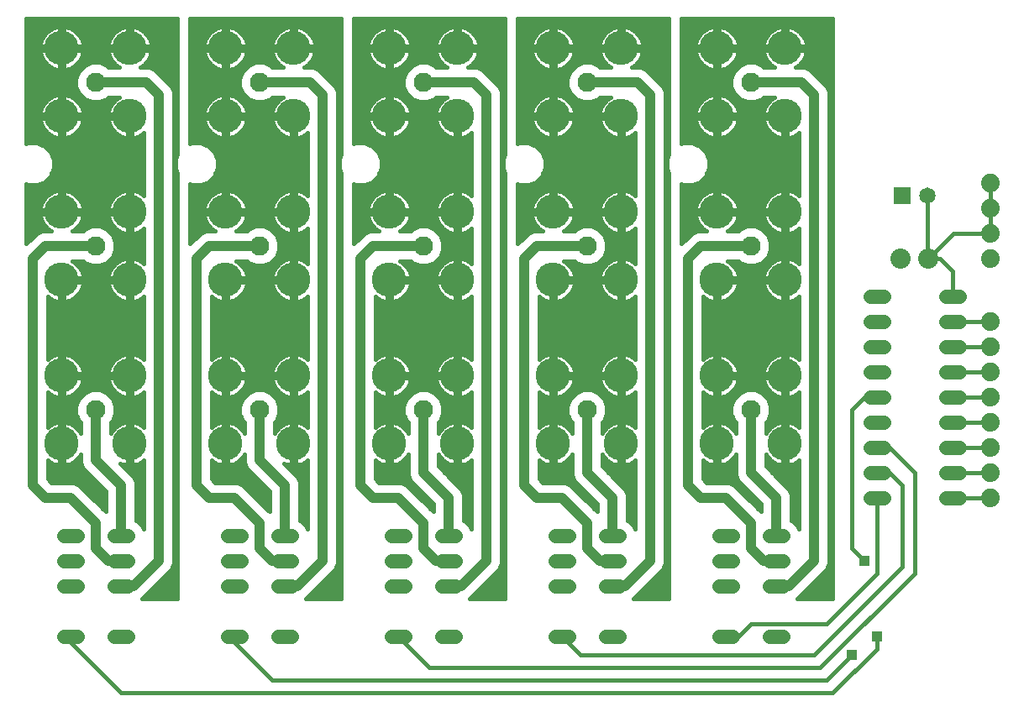
<source format=gbl>
G75*
G70*
%OFA0B0*%
%FSLAX24Y24*%
%IPPOS*%
%LPD*%
%AMOC8*
5,1,8,0,0,1.08239X$1,22.5*
%
%ADD10C,0.0560*%
%ADD11C,0.0740*%
%ADD12C,0.0555*%
%ADD13C,0.0800*%
%ADD14C,0.0768*%
%ADD15C,0.1361*%
%ADD16C,0.0650*%
%ADD17R,0.0650X0.0650*%
%ADD18C,0.0160*%
%ADD19R,0.0436X0.0436*%
%ADD20C,0.0400*%
D10*
X034520Y029300D02*
X035080Y029300D01*
X035080Y030300D02*
X034520Y030300D01*
X034520Y031300D02*
X035080Y031300D01*
X035080Y032300D02*
X034520Y032300D01*
X034520Y033300D02*
X035080Y033300D01*
X035080Y034300D02*
X034520Y034300D01*
X034520Y035300D02*
X035080Y035300D01*
X035080Y036300D02*
X034520Y036300D01*
X034520Y037300D02*
X035080Y037300D01*
X037520Y037300D02*
X038080Y037300D01*
X038080Y036300D02*
X037520Y036300D01*
X037520Y035300D02*
X038080Y035300D01*
X038080Y034300D02*
X037520Y034300D01*
X037520Y033300D02*
X038080Y033300D01*
X038080Y032300D02*
X037520Y032300D01*
X037520Y031300D02*
X038080Y031300D01*
X038080Y030300D02*
X037520Y030300D01*
X037520Y029300D02*
X038080Y029300D01*
D11*
X039300Y029300D03*
X039300Y030300D03*
X039300Y031300D03*
X039300Y032300D03*
X039300Y033300D03*
X039300Y034300D03*
X039300Y035300D03*
X039300Y036300D03*
X039300Y038800D03*
X039300Y039800D03*
X039300Y040800D03*
X039300Y041800D03*
D12*
X031077Y027800D02*
X030523Y027800D01*
X030523Y026800D02*
X031077Y026800D01*
X031077Y025800D02*
X030523Y025800D01*
X029077Y025800D02*
X028523Y025800D01*
X028523Y026800D02*
X029077Y026800D01*
X029077Y027800D02*
X028523Y027800D01*
X028523Y023800D02*
X029077Y023800D01*
X030523Y023800D02*
X031077Y023800D01*
X024577Y023800D02*
X024023Y023800D01*
X022577Y023800D02*
X022023Y023800D01*
X022023Y025800D02*
X022577Y025800D01*
X022577Y026800D02*
X022023Y026800D01*
X022023Y027800D02*
X022577Y027800D01*
X024023Y027800D02*
X024577Y027800D01*
X024577Y026800D02*
X024023Y026800D01*
X024023Y025800D02*
X024577Y025800D01*
X018077Y025800D02*
X017523Y025800D01*
X017523Y026800D02*
X018077Y026800D01*
X018077Y027800D02*
X017523Y027800D01*
X016077Y027800D02*
X015523Y027800D01*
X015523Y026800D02*
X016077Y026800D01*
X016077Y025800D02*
X015523Y025800D01*
X015523Y023800D02*
X016077Y023800D01*
X017523Y023800D02*
X018077Y023800D01*
X011577Y023800D02*
X011023Y023800D01*
X009577Y023800D02*
X009023Y023800D01*
X009023Y025800D02*
X009577Y025800D01*
X009577Y026800D02*
X009023Y026800D01*
X009023Y027800D02*
X009577Y027800D01*
X011023Y027800D02*
X011577Y027800D01*
X011577Y026800D02*
X011023Y026800D01*
X011023Y025800D02*
X011577Y025800D01*
X005077Y025800D02*
X004523Y025800D01*
X004523Y026800D02*
X005077Y026800D01*
X005077Y027800D02*
X004523Y027800D01*
X003077Y027800D02*
X002523Y027800D01*
X002523Y026800D02*
X003077Y026800D01*
X003077Y025800D02*
X002523Y025800D01*
X002523Y023800D02*
X003077Y023800D01*
X004523Y023800D02*
X005077Y023800D01*
D13*
X035750Y038800D03*
X036850Y038800D03*
D14*
X029800Y039300D03*
X029800Y045800D03*
X023300Y045800D03*
X023300Y039300D03*
X023300Y032800D03*
X016800Y032800D03*
X016800Y039300D03*
X016800Y045800D03*
X010300Y045800D03*
X010300Y039300D03*
X010300Y032800D03*
X003800Y032800D03*
X003800Y039300D03*
X003800Y045800D03*
X029800Y032800D03*
D15*
X028450Y034150D03*
X028450Y031450D03*
X031150Y031450D03*
X031150Y034150D03*
X031150Y037950D03*
X031150Y040650D03*
X028450Y040650D03*
X028450Y037950D03*
X024650Y037950D03*
X024650Y040650D03*
X021950Y040650D03*
X021950Y037950D03*
X021950Y034150D03*
X021950Y031450D03*
X024650Y031450D03*
X024650Y034150D03*
X018150Y034150D03*
X018150Y031450D03*
X015450Y031450D03*
X015450Y034150D03*
X015450Y037950D03*
X015450Y040650D03*
X018150Y040650D03*
X018150Y037950D03*
X018150Y044450D03*
X018150Y047150D03*
X015450Y047150D03*
X015450Y044450D03*
X011650Y044450D03*
X011650Y047150D03*
X008950Y047150D03*
X008950Y044450D03*
X008950Y040650D03*
X008950Y037950D03*
X011650Y037950D03*
X011650Y040650D03*
X011650Y034150D03*
X011650Y031450D03*
X008950Y031450D03*
X008950Y034150D03*
X005150Y034150D03*
X005150Y031450D03*
X002450Y031450D03*
X002450Y034150D03*
X002450Y037950D03*
X002450Y040650D03*
X005150Y040650D03*
X005150Y037950D03*
X005150Y044450D03*
X005150Y047150D03*
X002450Y047150D03*
X002450Y044450D03*
X021950Y044450D03*
X021950Y047150D03*
X024650Y047150D03*
X024650Y044450D03*
X028450Y044450D03*
X028450Y047150D03*
X031150Y047150D03*
X031150Y044450D03*
D16*
X036800Y041300D03*
D17*
X035800Y041300D03*
D18*
X004800Y021550D02*
X002800Y023550D01*
X002800Y023800D01*
X004800Y021550D02*
X033050Y021550D01*
X034800Y023300D01*
X034800Y023800D01*
X033800Y023050D02*
X032800Y022050D01*
X010800Y022050D01*
X009300Y023550D01*
X009300Y023800D01*
X007050Y025300D02*
X005649Y025300D01*
X006640Y026291D01*
X006809Y026460D01*
X006900Y026681D01*
X006900Y045419D01*
X006809Y045640D01*
X006309Y046140D01*
X006140Y046309D01*
X005919Y046400D01*
X005571Y046400D01*
X005629Y046434D01*
X005719Y046502D01*
X005799Y046582D01*
X005867Y046671D01*
X005924Y046769D01*
X005967Y046873D01*
X005996Y046982D01*
X006008Y047070D01*
X005230Y047070D01*
X005230Y047230D01*
X005070Y047230D01*
X005070Y047070D01*
X004293Y047070D01*
X004305Y046982D01*
X004334Y046873D01*
X004377Y046769D01*
X004434Y046671D01*
X004502Y046582D01*
X004582Y046502D01*
X004671Y046434D01*
X004729Y046400D01*
X004309Y046400D01*
X004244Y046465D01*
X003956Y046584D01*
X003644Y046584D01*
X003356Y046465D01*
X003135Y046244D01*
X003016Y045956D01*
X003016Y045644D01*
X003135Y045356D01*
X003356Y045135D01*
X003644Y045016D01*
X003956Y045016D01*
X004244Y045135D01*
X004309Y045200D01*
X004729Y045200D01*
X004671Y045166D01*
X004582Y045098D01*
X004502Y045018D01*
X004434Y044929D01*
X004377Y044831D01*
X004334Y044727D01*
X004305Y044618D01*
X004293Y044530D01*
X005070Y044530D01*
X005070Y044370D01*
X004293Y044370D01*
X004305Y044281D01*
X004334Y044172D01*
X004377Y044068D01*
X004434Y043971D01*
X004502Y043881D01*
X004582Y043801D01*
X004671Y043733D01*
X004769Y043676D01*
X004873Y043633D01*
X004982Y043604D01*
X005070Y043592D01*
X005070Y044370D01*
X005230Y044370D01*
X005230Y043592D01*
X005319Y043604D01*
X005428Y043633D01*
X005532Y043676D01*
X005629Y043733D01*
X005700Y043787D01*
X005700Y041313D01*
X005629Y041367D01*
X005532Y041424D01*
X005428Y041467D01*
X005319Y041496D01*
X005230Y041508D01*
X005230Y040730D01*
X005070Y040730D01*
X005070Y040570D01*
X005230Y040570D01*
X005230Y039793D01*
X005319Y039805D01*
X005428Y039834D01*
X005532Y039877D01*
X005629Y039934D01*
X005700Y039988D01*
X005700Y038612D01*
X005629Y038666D01*
X005532Y038723D01*
X005428Y038766D01*
X005319Y038795D01*
X005230Y038807D01*
X005230Y038030D01*
X005070Y038030D01*
X005070Y038807D01*
X004982Y038795D01*
X004873Y038766D01*
X004769Y038723D01*
X004671Y038666D01*
X004582Y038598D01*
X004502Y038518D01*
X004434Y038429D01*
X004377Y038331D01*
X004334Y038227D01*
X004305Y038118D01*
X004293Y038030D01*
X005070Y038030D01*
X005070Y037870D01*
X004293Y037870D01*
X004305Y037781D01*
X004334Y037672D01*
X004377Y037568D01*
X004434Y037471D01*
X004502Y037381D01*
X004582Y037301D01*
X004671Y037233D01*
X004769Y037176D01*
X004873Y037133D01*
X004982Y037104D01*
X005070Y037092D01*
X005070Y037870D01*
X005230Y037870D01*
X005230Y037092D01*
X005319Y037104D01*
X005428Y037133D01*
X005532Y037176D01*
X005629Y037233D01*
X005700Y037287D01*
X005700Y034813D01*
X005629Y034867D01*
X005532Y034924D01*
X005428Y034967D01*
X005319Y034996D01*
X005230Y035008D01*
X005230Y034230D01*
X005070Y034230D01*
X005070Y034070D01*
X005230Y034070D01*
X005230Y033293D01*
X005319Y033305D01*
X005428Y033334D01*
X005532Y033377D01*
X005629Y033434D01*
X005700Y033488D01*
X005700Y032112D01*
X005629Y032166D01*
X005532Y032223D01*
X005428Y032266D01*
X005319Y032295D01*
X005230Y032307D01*
X005230Y031530D01*
X005070Y031530D01*
X005070Y032307D01*
X004982Y032295D01*
X004873Y032266D01*
X004769Y032223D01*
X004671Y032166D01*
X004582Y032098D01*
X004502Y032018D01*
X004434Y031929D01*
X004400Y031871D01*
X004400Y032291D01*
X004465Y032356D01*
X004584Y032644D01*
X004584Y032956D01*
X004465Y033244D01*
X004244Y033465D01*
X003956Y033584D01*
X003644Y033584D01*
X003356Y033465D01*
X003135Y033244D01*
X003016Y032956D01*
X003016Y032644D01*
X003135Y032356D01*
X003200Y032291D01*
X003200Y031871D01*
X003166Y031929D01*
X003098Y032018D01*
X003018Y032098D01*
X002929Y032166D01*
X002831Y032223D01*
X002727Y032266D01*
X002618Y032295D01*
X002530Y032307D01*
X002530Y031530D01*
X002370Y031530D01*
X002370Y032307D01*
X002281Y032295D01*
X002172Y032266D01*
X002068Y032223D01*
X001971Y032166D01*
X001900Y032112D01*
X001900Y033488D01*
X001971Y033434D01*
X002068Y033377D01*
X002172Y033334D01*
X002281Y033305D01*
X002370Y033293D01*
X002370Y034070D01*
X002530Y034070D01*
X002530Y034230D01*
X003307Y034230D01*
X003295Y034319D01*
X003266Y034428D01*
X003223Y034532D01*
X003166Y034629D01*
X003098Y034719D01*
X003018Y034799D01*
X002929Y034867D01*
X002831Y034924D01*
X002727Y034967D01*
X002618Y034996D01*
X002530Y035008D01*
X002530Y034230D01*
X002370Y034230D01*
X002370Y035008D01*
X002281Y034996D01*
X002172Y034967D01*
X002068Y034924D01*
X001971Y034867D01*
X001900Y034813D01*
X001900Y037287D01*
X001971Y037233D01*
X002068Y037176D01*
X002172Y037133D01*
X002281Y037104D01*
X002370Y037092D01*
X002370Y037870D01*
X002530Y037870D01*
X002530Y038030D01*
X003307Y038030D01*
X003295Y038118D01*
X003266Y038227D01*
X003223Y038331D01*
X003166Y038429D01*
X003098Y038518D01*
X003018Y038598D01*
X002929Y038666D01*
X002871Y038700D01*
X003291Y038700D01*
X003356Y038635D01*
X003644Y038516D01*
X003956Y038516D01*
X004244Y038635D01*
X004465Y038856D01*
X005700Y038856D01*
X005700Y038698D02*
X005576Y038698D01*
X005700Y039015D02*
X004530Y039015D01*
X004584Y039144D02*
X004465Y038856D01*
X004306Y038698D02*
X004725Y038698D01*
X004523Y038539D02*
X004011Y038539D01*
X003589Y038539D02*
X003077Y038539D01*
X003194Y038381D02*
X004406Y038381D01*
X004333Y038222D02*
X003267Y038222D01*
X003302Y038064D02*
X004298Y038064D01*
X004314Y037747D02*
X003286Y037747D01*
X003295Y037781D02*
X003266Y037672D01*
X003223Y037568D01*
X003166Y037471D01*
X003098Y037381D01*
X003018Y037301D01*
X002929Y037233D01*
X002831Y037176D01*
X002727Y037133D01*
X002618Y037104D01*
X002530Y037092D01*
X002530Y037870D01*
X003307Y037870D01*
X003295Y037781D01*
X003231Y037588D02*
X004369Y037588D01*
X004465Y037430D02*
X003135Y037430D01*
X002978Y037271D02*
X004622Y037271D01*
X004950Y037113D02*
X002650Y037113D01*
X002530Y037113D02*
X002370Y037113D01*
X002250Y037113D02*
X001900Y037113D01*
X001900Y037271D02*
X001921Y037271D01*
X001900Y036954D02*
X005700Y036954D01*
X005700Y036796D02*
X001900Y036796D01*
X001900Y036637D02*
X005700Y036637D01*
X005700Y036479D02*
X001900Y036479D01*
X001900Y036320D02*
X005700Y036320D01*
X005700Y036162D02*
X001900Y036162D01*
X001900Y036003D02*
X005700Y036003D01*
X005700Y035845D02*
X001900Y035845D01*
X001900Y035686D02*
X005700Y035686D01*
X005700Y035528D02*
X001900Y035528D01*
X001900Y035369D02*
X005700Y035369D01*
X005700Y035211D02*
X001900Y035211D01*
X001900Y035052D02*
X005700Y035052D01*
X005700Y034894D02*
X005584Y034894D01*
X005230Y034894D02*
X005070Y034894D01*
X005070Y035008D02*
X004982Y034996D01*
X004873Y034967D01*
X004769Y034924D01*
X004671Y034867D01*
X004582Y034799D01*
X004502Y034719D01*
X004434Y034629D01*
X004377Y034532D01*
X004334Y034428D01*
X004305Y034319D01*
X004293Y034230D01*
X005070Y034230D01*
X005070Y035008D01*
X005070Y034735D02*
X005230Y034735D01*
X005230Y034577D02*
X005070Y034577D01*
X005070Y034418D02*
X005230Y034418D01*
X005230Y034260D02*
X005070Y034260D01*
X005070Y034101D02*
X002530Y034101D01*
X002530Y034070D02*
X003307Y034070D01*
X003295Y033982D01*
X003266Y033873D01*
X003223Y033769D01*
X003166Y033671D01*
X003098Y033582D01*
X003018Y033502D01*
X002929Y033434D01*
X002831Y033377D01*
X002727Y033334D01*
X002618Y033305D01*
X002530Y033293D01*
X002530Y034070D01*
X002530Y033943D02*
X002370Y033943D01*
X002370Y033784D02*
X002530Y033784D01*
X002530Y033626D02*
X002370Y033626D01*
X002370Y033467D02*
X002530Y033467D01*
X002530Y033309D02*
X002370Y033309D01*
X002268Y033309D02*
X001900Y033309D01*
X001900Y033467D02*
X001927Y033467D01*
X001900Y033150D02*
X003097Y033150D01*
X003031Y032992D02*
X001900Y032992D01*
X001900Y032833D02*
X003016Y032833D01*
X003016Y032675D02*
X001900Y032675D01*
X001900Y032516D02*
X003069Y032516D01*
X003135Y032358D02*
X001900Y032358D01*
X001900Y032199D02*
X002027Y032199D01*
X002370Y032199D02*
X002530Y032199D01*
X002530Y032041D02*
X002370Y032041D01*
X002370Y031882D02*
X002530Y031882D01*
X002530Y031724D02*
X002370Y031724D01*
X002370Y031565D02*
X002530Y031565D01*
X002530Y031370D02*
X002370Y031370D01*
X002370Y030592D01*
X002281Y030604D01*
X002172Y030633D01*
X002068Y030676D01*
X001971Y030733D01*
X001900Y030787D01*
X001900Y030049D01*
X002049Y029900D01*
X002919Y029900D01*
X003140Y029809D01*
X003309Y029640D01*
X004200Y028749D01*
X004200Y029551D01*
X003460Y030291D01*
X003291Y030460D01*
X003200Y030681D01*
X003200Y031029D01*
X003166Y030971D01*
X003098Y030881D01*
X003018Y030801D01*
X002929Y030733D01*
X002831Y030676D01*
X002727Y030633D01*
X002618Y030604D01*
X002530Y030592D01*
X002530Y031370D01*
X002530Y031248D02*
X002370Y031248D01*
X002370Y031090D02*
X002530Y031090D01*
X002530Y030931D02*
X002370Y030931D01*
X002370Y030773D02*
X002530Y030773D01*
X002530Y030614D02*
X002370Y030614D01*
X002244Y030614D02*
X001900Y030614D01*
X001900Y030456D02*
X003296Y030456D01*
X003228Y030614D02*
X002655Y030614D01*
X002980Y030773D02*
X003200Y030773D01*
X003200Y030931D02*
X003136Y030931D01*
X003193Y031882D02*
X003200Y031882D01*
X003200Y032041D02*
X003075Y032041D01*
X003200Y032199D02*
X002872Y032199D01*
X002632Y033309D02*
X003200Y033309D01*
X003362Y033467D02*
X002972Y033467D01*
X003131Y033626D02*
X004469Y033626D01*
X004502Y033582D02*
X004582Y033502D01*
X004671Y033434D01*
X004769Y033377D01*
X004873Y033334D01*
X004982Y033305D01*
X005070Y033293D01*
X005070Y034070D01*
X004293Y034070D01*
X004305Y033982D01*
X004334Y033873D01*
X004377Y033769D01*
X004434Y033671D01*
X004502Y033582D01*
X004628Y033467D02*
X004238Y033467D01*
X004400Y033309D02*
X004968Y033309D01*
X005070Y033309D02*
X005230Y033309D01*
X005332Y033309D02*
X005700Y033309D01*
X005700Y033467D02*
X005673Y033467D01*
X005700Y033150D02*
X004503Y033150D01*
X004569Y032992D02*
X005700Y032992D01*
X005700Y032833D02*
X004584Y032833D01*
X004584Y032675D02*
X005700Y032675D01*
X005700Y032516D02*
X004531Y032516D01*
X004465Y032358D02*
X005700Y032358D01*
X005700Y032199D02*
X005573Y032199D01*
X005230Y032199D02*
X005070Y032199D01*
X005070Y032041D02*
X005230Y032041D01*
X005230Y031882D02*
X005070Y031882D01*
X005070Y031724D02*
X005230Y031724D01*
X005230Y031565D02*
X005070Y031565D01*
X005070Y031370D02*
X005230Y031370D01*
X005230Y030592D01*
X005319Y030604D01*
X005428Y030633D01*
X005532Y030676D01*
X005629Y030733D01*
X005700Y030787D01*
X005700Y028067D01*
X005652Y028184D01*
X005461Y028374D01*
X005400Y028400D01*
X005400Y029919D01*
X005309Y030140D01*
X004774Y030674D01*
X004873Y030633D01*
X004982Y030604D01*
X005070Y030592D01*
X005070Y031370D01*
X005070Y031248D02*
X005230Y031248D01*
X005230Y031090D02*
X005070Y031090D01*
X005070Y030931D02*
X005230Y030931D01*
X005230Y030773D02*
X005070Y030773D01*
X005070Y030614D02*
X005230Y030614D01*
X005356Y030614D02*
X005700Y030614D01*
X005700Y030456D02*
X004993Y030456D01*
X004945Y030614D02*
X004835Y030614D01*
X005152Y030297D02*
X005700Y030297D01*
X005700Y030139D02*
X005309Y030139D01*
X005375Y029980D02*
X005700Y029980D01*
X005700Y029822D02*
X005400Y029822D01*
X005400Y029663D02*
X005700Y029663D01*
X005700Y029505D02*
X005400Y029505D01*
X005400Y029346D02*
X005700Y029346D01*
X005700Y029188D02*
X005400Y029188D01*
X005400Y029029D02*
X005700Y029029D01*
X005700Y028871D02*
X005400Y028871D01*
X005400Y028712D02*
X005700Y028712D01*
X005700Y028554D02*
X005400Y028554D01*
X005411Y028395D02*
X005700Y028395D01*
X005700Y028237D02*
X005599Y028237D01*
X005696Y028078D02*
X005700Y028078D01*
X006900Y028078D02*
X007050Y028078D01*
X007050Y027920D02*
X006900Y027920D01*
X006900Y027761D02*
X007050Y027761D01*
X007050Y027603D02*
X006900Y027603D01*
X006900Y027444D02*
X007050Y027444D01*
X007050Y027286D02*
X006900Y027286D01*
X006900Y027127D02*
X007050Y027127D01*
X007050Y026969D02*
X006900Y026969D01*
X006900Y026810D02*
X007050Y026810D01*
X007050Y026652D02*
X006888Y026652D01*
X006822Y026493D02*
X007050Y026493D01*
X007050Y026335D02*
X006683Y026335D01*
X006525Y026176D02*
X007050Y026176D01*
X007050Y026018D02*
X006366Y026018D01*
X006208Y025859D02*
X007050Y025859D01*
X007050Y025701D02*
X006049Y025701D01*
X005891Y025542D02*
X007050Y025542D01*
X007050Y025384D02*
X005732Y025384D01*
X007050Y025300D02*
X007050Y042184D01*
X006967Y042384D01*
X006967Y042716D01*
X007050Y042916D01*
X007050Y048320D01*
X001050Y048320D01*
X001050Y043348D01*
X001134Y043383D01*
X001466Y043383D01*
X001772Y043256D01*
X002006Y043022D01*
X002133Y042716D01*
X002133Y042384D01*
X002006Y042078D01*
X001772Y041844D01*
X001466Y041717D01*
X001134Y041717D01*
X001050Y041752D01*
X001050Y039399D01*
X001291Y039640D01*
X001460Y039809D01*
X001681Y039900D01*
X002029Y039900D01*
X001971Y039934D01*
X001881Y040002D01*
X001801Y040082D01*
X001733Y040171D01*
X001676Y040269D01*
X001633Y040373D01*
X001604Y040482D01*
X001592Y040570D01*
X002370Y040570D01*
X002370Y040730D01*
X001592Y040730D01*
X001604Y040819D01*
X001633Y040928D01*
X001676Y041032D01*
X001733Y041129D01*
X001801Y041219D01*
X001881Y041299D01*
X001971Y041367D01*
X002068Y041424D01*
X002172Y041467D01*
X002281Y041496D01*
X002370Y041508D01*
X002370Y040730D01*
X002530Y040730D01*
X003307Y040730D01*
X003295Y040819D01*
X003266Y040928D01*
X003223Y041032D01*
X003166Y041129D01*
X003098Y041219D01*
X003018Y041299D01*
X002929Y041367D01*
X002831Y041424D01*
X002727Y041467D01*
X002618Y041496D01*
X002530Y041508D01*
X002530Y040730D01*
X002530Y040570D01*
X003307Y040570D01*
X003295Y040482D01*
X003266Y040373D01*
X003223Y040269D01*
X003166Y040171D01*
X003098Y040082D01*
X003018Y040002D01*
X002929Y039934D01*
X002871Y039900D01*
X003291Y039900D01*
X003356Y039965D01*
X003644Y040084D01*
X003956Y040084D01*
X004244Y039965D01*
X004465Y039744D01*
X004584Y039456D01*
X004584Y039144D01*
X004584Y039173D02*
X005700Y039173D01*
X005700Y039332D02*
X004584Y039332D01*
X004570Y039490D02*
X005700Y039490D01*
X005700Y039649D02*
X004504Y039649D01*
X004402Y039807D02*
X004974Y039807D01*
X004982Y039805D02*
X005070Y039793D01*
X005070Y040570D01*
X004293Y040570D01*
X004305Y040482D01*
X004334Y040373D01*
X004377Y040269D01*
X004434Y040171D01*
X004502Y040082D01*
X004582Y040002D01*
X004671Y039934D01*
X004769Y039877D01*
X004873Y039834D01*
X004982Y039805D01*
X005070Y039807D02*
X005230Y039807D01*
X005327Y039807D02*
X005700Y039807D01*
X005700Y039966D02*
X005671Y039966D01*
X005230Y039966D02*
X005070Y039966D01*
X005070Y040124D02*
X005230Y040124D01*
X005230Y040283D02*
X005070Y040283D01*
X005070Y040441D02*
X005230Y040441D01*
X005070Y040600D02*
X002530Y040600D01*
X002530Y040758D02*
X002370Y040758D01*
X002370Y040600D02*
X001050Y040600D01*
X001050Y040758D02*
X001596Y040758D01*
X001630Y040917D02*
X001050Y040917D01*
X001050Y041075D02*
X001701Y041075D01*
X001816Y041234D02*
X001050Y041234D01*
X001050Y041392D02*
X002014Y041392D01*
X002370Y041392D02*
X002530Y041392D01*
X002530Y041234D02*
X002370Y041234D01*
X002370Y041075D02*
X002530Y041075D01*
X002530Y040917D02*
X002370Y040917D01*
X001671Y040283D02*
X001050Y040283D01*
X001050Y040441D02*
X001615Y040441D01*
X001769Y040124D02*
X001050Y040124D01*
X001050Y039966D02*
X001929Y039966D01*
X001459Y039807D02*
X001050Y039807D01*
X001050Y039649D02*
X001300Y039649D01*
X001142Y039490D02*
X001050Y039490D01*
X002875Y038698D02*
X003294Y038698D01*
X002530Y037905D02*
X005070Y037905D01*
X005070Y037747D02*
X005230Y037747D01*
X005230Y037588D02*
X005070Y037588D01*
X005070Y037430D02*
X005230Y037430D01*
X005230Y037271D02*
X005070Y037271D01*
X005070Y037113D02*
X005230Y037113D01*
X005350Y037113D02*
X005700Y037113D01*
X005700Y037271D02*
X005679Y037271D01*
X005230Y038064D02*
X005070Y038064D01*
X005070Y038222D02*
X005230Y038222D01*
X005230Y038381D02*
X005070Y038381D01*
X005070Y038539D02*
X005230Y038539D01*
X005230Y038698D02*
X005070Y038698D01*
X004630Y039966D02*
X004242Y039966D01*
X004470Y040124D02*
X003130Y040124D01*
X003228Y040283D02*
X004372Y040283D01*
X004316Y040441D02*
X003284Y040441D01*
X003303Y040758D02*
X004297Y040758D01*
X004293Y040730D02*
X005070Y040730D01*
X005070Y041508D01*
X004982Y041496D01*
X004873Y041467D01*
X004769Y041424D01*
X004671Y041367D01*
X004582Y041299D01*
X004502Y041219D01*
X004434Y041129D01*
X004377Y041032D01*
X004334Y040928D01*
X004305Y040819D01*
X004293Y040730D01*
X004331Y040917D02*
X003269Y040917D01*
X003198Y041075D02*
X004402Y041075D01*
X004517Y041234D02*
X003083Y041234D01*
X002886Y041392D02*
X004714Y041392D01*
X005070Y041392D02*
X005230Y041392D01*
X005230Y041234D02*
X005070Y041234D01*
X005070Y041075D02*
X005230Y041075D01*
X005230Y040917D02*
X005070Y040917D01*
X005070Y040758D02*
X005230Y040758D01*
X005586Y041392D02*
X005700Y041392D01*
X005700Y041551D02*
X001050Y041551D01*
X001050Y041709D02*
X005700Y041709D01*
X005700Y041868D02*
X001796Y041868D01*
X001954Y042026D02*
X005700Y042026D01*
X005700Y042185D02*
X002050Y042185D01*
X002116Y042343D02*
X005700Y042343D01*
X005700Y042502D02*
X002133Y042502D01*
X002133Y042660D02*
X005700Y042660D01*
X005700Y042819D02*
X002090Y042819D01*
X002025Y042977D02*
X005700Y042977D01*
X005700Y043136D02*
X001893Y043136D01*
X001681Y043294D02*
X005700Y043294D01*
X005700Y043453D02*
X001050Y043453D01*
X001050Y043611D02*
X002255Y043611D01*
X002281Y043604D02*
X002370Y043592D01*
X002370Y044370D01*
X002530Y044370D01*
X002530Y044530D01*
X003307Y044530D01*
X003295Y044618D01*
X003266Y044727D01*
X003223Y044831D01*
X003166Y044929D01*
X003098Y045018D01*
X003018Y045098D01*
X002929Y045166D01*
X002831Y045223D01*
X002727Y045266D01*
X002618Y045295D01*
X002530Y045307D01*
X002530Y044530D01*
X002370Y044530D01*
X002370Y045307D01*
X002281Y045295D01*
X002172Y045266D01*
X002068Y045223D01*
X001971Y045166D01*
X001881Y045098D01*
X001801Y045018D01*
X001733Y044929D01*
X001676Y044831D01*
X001633Y044727D01*
X001604Y044618D01*
X001592Y044530D01*
X002370Y044530D01*
X002370Y044370D01*
X001592Y044370D01*
X001604Y044281D01*
X001633Y044172D01*
X001676Y044068D01*
X001733Y043971D01*
X001801Y043881D01*
X001881Y043801D01*
X001971Y043733D01*
X002068Y043676D01*
X002172Y043633D01*
X002281Y043604D01*
X002370Y043611D02*
X002530Y043611D01*
X002530Y043592D02*
X002618Y043604D01*
X002727Y043633D01*
X002831Y043676D01*
X002929Y043733D01*
X003018Y043801D01*
X003098Y043881D01*
X003166Y043971D01*
X003223Y044068D01*
X003266Y044172D01*
X003295Y044281D01*
X003307Y044370D01*
X002530Y044370D01*
X002530Y043592D01*
X002644Y043611D02*
X004956Y043611D01*
X005070Y043611D02*
X005230Y043611D01*
X005345Y043611D02*
X005700Y043611D01*
X005700Y043770D02*
X005677Y043770D01*
X005230Y043770D02*
X005070Y043770D01*
X005070Y043928D02*
X005230Y043928D01*
X005230Y044087D02*
X005070Y044087D01*
X005070Y044245D02*
X005230Y044245D01*
X005070Y044404D02*
X002530Y044404D01*
X002530Y044562D02*
X002370Y044562D01*
X002370Y044404D02*
X001050Y044404D01*
X001050Y044562D02*
X001597Y044562D01*
X001632Y044721D02*
X001050Y044721D01*
X001050Y044879D02*
X001704Y044879D01*
X001821Y045038D02*
X001050Y045038D01*
X001050Y045196D02*
X002022Y045196D01*
X002370Y045196D02*
X002530Y045196D01*
X002530Y045038D02*
X002370Y045038D01*
X002370Y044879D02*
X002530Y044879D01*
X002530Y044721D02*
X002370Y044721D01*
X002370Y044245D02*
X002530Y044245D01*
X002530Y044087D02*
X002370Y044087D01*
X002370Y043928D02*
X002530Y043928D01*
X002530Y043770D02*
X002370Y043770D01*
X001923Y043770D02*
X001050Y043770D01*
X001050Y043928D02*
X001765Y043928D01*
X001669Y044087D02*
X001050Y044087D01*
X001050Y044245D02*
X001614Y044245D01*
X001050Y045355D02*
X003137Y045355D01*
X003070Y045513D02*
X001050Y045513D01*
X001050Y045672D02*
X003016Y045672D01*
X003016Y045830D02*
X001050Y045830D01*
X001050Y045989D02*
X003030Y045989D01*
X003095Y046147D02*
X001050Y046147D01*
X001050Y046306D02*
X002279Y046306D01*
X002281Y046305D02*
X002370Y046293D01*
X002370Y047070D01*
X002530Y047070D01*
X002530Y047230D01*
X003307Y047230D01*
X003295Y047319D01*
X003266Y047428D01*
X003223Y047532D01*
X003166Y047629D01*
X003098Y047719D01*
X003018Y047799D01*
X002929Y047867D01*
X002831Y047924D01*
X002727Y047967D01*
X002618Y047996D01*
X002530Y048008D01*
X002530Y047230D01*
X002370Y047230D01*
X002370Y047070D01*
X001592Y047070D01*
X001604Y046982D01*
X001633Y046873D01*
X001676Y046769D01*
X001733Y046671D01*
X001801Y046582D01*
X001881Y046502D01*
X001971Y046434D01*
X002068Y046377D01*
X002172Y046334D01*
X002281Y046305D01*
X002370Y046306D02*
X002530Y046306D01*
X002530Y046293D02*
X002618Y046305D01*
X002727Y046334D01*
X002831Y046377D01*
X002929Y046434D01*
X003018Y046502D01*
X003098Y046582D01*
X003166Y046671D01*
X003223Y046769D01*
X003266Y046873D01*
X003295Y046982D01*
X003307Y047070D01*
X002530Y047070D01*
X002530Y046293D01*
X002621Y046306D02*
X003197Y046306D01*
X003356Y046464D02*
X002968Y046464D01*
X003129Y046623D02*
X004471Y046623D01*
X004372Y046781D02*
X003228Y046781D01*
X003284Y046940D02*
X004316Y046940D01*
X004293Y047230D02*
X005070Y047230D01*
X005070Y048008D01*
X004982Y047996D01*
X004873Y047967D01*
X004769Y047924D01*
X004671Y047867D01*
X004582Y047799D01*
X004502Y047719D01*
X004434Y047629D01*
X004377Y047532D01*
X004334Y047428D01*
X004305Y047319D01*
X004293Y047230D01*
X004297Y047257D02*
X003303Y047257D01*
X003269Y047415D02*
X004331Y047415D01*
X004401Y047574D02*
X003199Y047574D01*
X003085Y047732D02*
X004515Y047732D01*
X004712Y047891D02*
X002888Y047891D01*
X002530Y047891D02*
X002370Y047891D01*
X002370Y048008D02*
X002281Y047996D01*
X002172Y047967D01*
X002068Y047924D01*
X001971Y047867D01*
X001881Y047799D01*
X001801Y047719D01*
X001733Y047629D01*
X001676Y047532D01*
X001633Y047428D01*
X001604Y047319D01*
X001592Y047230D01*
X002370Y047230D01*
X002370Y048008D01*
X002370Y047732D02*
X002530Y047732D01*
X002530Y047574D02*
X002370Y047574D01*
X002370Y047415D02*
X002530Y047415D01*
X002530Y047257D02*
X002370Y047257D01*
X002370Y047098D02*
X001050Y047098D01*
X001050Y046940D02*
X001615Y046940D01*
X001671Y046781D02*
X001050Y046781D01*
X001050Y046623D02*
X001770Y046623D01*
X001931Y046464D02*
X001050Y046464D01*
X001050Y047257D02*
X001596Y047257D01*
X001630Y047415D02*
X001050Y047415D01*
X001050Y047574D02*
X001701Y047574D01*
X001815Y047732D02*
X001050Y047732D01*
X001050Y047891D02*
X002011Y047891D01*
X002530Y047098D02*
X005070Y047098D01*
X005070Y047257D02*
X005230Y047257D01*
X005230Y047230D02*
X005230Y048008D01*
X005319Y047996D01*
X005428Y047967D01*
X005532Y047924D01*
X005629Y047867D01*
X005719Y047799D01*
X005799Y047719D01*
X005867Y047629D01*
X005924Y047532D01*
X005967Y047428D01*
X005996Y047319D01*
X006008Y047230D01*
X005230Y047230D01*
X005230Y047098D02*
X007050Y047098D01*
X007050Y046940D02*
X005985Y046940D01*
X005929Y046781D02*
X007050Y046781D01*
X007050Y046623D02*
X005830Y046623D01*
X005669Y046464D02*
X007050Y046464D01*
X007050Y046306D02*
X006143Y046306D01*
X006301Y046147D02*
X007050Y046147D01*
X007050Y045989D02*
X006460Y045989D01*
X006618Y045830D02*
X007050Y045830D01*
X007050Y045672D02*
X006777Y045672D01*
X006861Y045513D02*
X007050Y045513D01*
X007050Y045355D02*
X006900Y045355D01*
X006900Y045196D02*
X007050Y045196D01*
X007050Y045038D02*
X006900Y045038D01*
X006900Y044879D02*
X007050Y044879D01*
X007050Y044721D02*
X006900Y044721D01*
X006900Y044562D02*
X007050Y044562D01*
X007050Y044404D02*
X006900Y044404D01*
X006900Y044245D02*
X007050Y044245D01*
X007050Y044087D02*
X006900Y044087D01*
X006900Y043928D02*
X007050Y043928D01*
X007050Y043770D02*
X006900Y043770D01*
X006900Y043611D02*
X007050Y043611D01*
X007050Y043453D02*
X006900Y043453D01*
X006900Y043294D02*
X007050Y043294D01*
X007050Y043136D02*
X006900Y043136D01*
X006900Y042977D02*
X007050Y042977D01*
X007010Y042819D02*
X006900Y042819D01*
X006900Y042660D02*
X006967Y042660D01*
X006967Y042502D02*
X006900Y042502D01*
X006900Y042343D02*
X006984Y042343D01*
X007050Y042185D02*
X006900Y042185D01*
X006900Y042026D02*
X007050Y042026D01*
X007050Y041868D02*
X006900Y041868D01*
X006900Y041709D02*
X007050Y041709D01*
X007050Y041551D02*
X006900Y041551D01*
X006900Y041392D02*
X007050Y041392D01*
X007050Y041234D02*
X006900Y041234D01*
X006900Y041075D02*
X007050Y041075D01*
X007050Y040917D02*
X006900Y040917D01*
X006900Y040758D02*
X007050Y040758D01*
X007050Y040600D02*
X006900Y040600D01*
X006900Y040441D02*
X007050Y040441D01*
X007050Y040283D02*
X006900Y040283D01*
X006900Y040124D02*
X007050Y040124D01*
X007050Y039966D02*
X006900Y039966D01*
X006900Y039807D02*
X007050Y039807D01*
X007050Y039649D02*
X006900Y039649D01*
X006900Y039490D02*
X007050Y039490D01*
X007050Y039332D02*
X006900Y039332D01*
X006900Y039173D02*
X007050Y039173D01*
X007050Y039015D02*
X006900Y039015D01*
X006900Y038856D02*
X007050Y038856D01*
X007050Y038698D02*
X006900Y038698D01*
X006900Y038539D02*
X007050Y038539D01*
X007050Y038381D02*
X006900Y038381D01*
X006900Y038222D02*
X007050Y038222D01*
X007050Y038064D02*
X006900Y038064D01*
X006900Y037905D02*
X007050Y037905D01*
X007050Y037747D02*
X006900Y037747D01*
X006900Y037588D02*
X007050Y037588D01*
X007050Y037430D02*
X006900Y037430D01*
X006900Y037271D02*
X007050Y037271D01*
X007050Y037113D02*
X006900Y037113D01*
X006900Y036954D02*
X007050Y036954D01*
X007050Y036796D02*
X006900Y036796D01*
X006900Y036637D02*
X007050Y036637D01*
X007050Y036479D02*
X006900Y036479D01*
X006900Y036320D02*
X007050Y036320D01*
X007050Y036162D02*
X006900Y036162D01*
X006900Y036003D02*
X007050Y036003D01*
X007050Y035845D02*
X006900Y035845D01*
X006900Y035686D02*
X007050Y035686D01*
X007050Y035528D02*
X006900Y035528D01*
X006900Y035369D02*
X007050Y035369D01*
X007050Y035211D02*
X006900Y035211D01*
X006900Y035052D02*
X007050Y035052D01*
X007050Y034894D02*
X006900Y034894D01*
X006900Y034735D02*
X007050Y034735D01*
X007050Y034577D02*
X006900Y034577D01*
X006900Y034418D02*
X007050Y034418D01*
X007050Y034260D02*
X006900Y034260D01*
X006900Y034101D02*
X007050Y034101D01*
X007050Y033943D02*
X006900Y033943D01*
X006900Y033784D02*
X007050Y033784D01*
X007050Y033626D02*
X006900Y033626D01*
X006900Y033467D02*
X007050Y033467D01*
X007050Y033309D02*
X006900Y033309D01*
X006900Y033150D02*
X007050Y033150D01*
X007050Y032992D02*
X006900Y032992D01*
X006900Y032833D02*
X007050Y032833D01*
X007050Y032675D02*
X006900Y032675D01*
X006900Y032516D02*
X007050Y032516D01*
X007050Y032358D02*
X006900Y032358D01*
X006900Y032199D02*
X007050Y032199D01*
X007050Y032041D02*
X006900Y032041D01*
X006900Y031882D02*
X007050Y031882D01*
X007050Y031724D02*
X006900Y031724D01*
X006900Y031565D02*
X007050Y031565D01*
X007050Y031407D02*
X006900Y031407D01*
X006900Y031248D02*
X007050Y031248D01*
X007050Y031090D02*
X006900Y031090D01*
X006900Y030931D02*
X007050Y030931D01*
X007050Y030773D02*
X006900Y030773D01*
X006900Y030614D02*
X007050Y030614D01*
X007050Y030456D02*
X006900Y030456D01*
X006900Y030297D02*
X007050Y030297D01*
X007050Y030139D02*
X006900Y030139D01*
X006900Y029980D02*
X007050Y029980D01*
X007050Y029822D02*
X006900Y029822D01*
X006900Y029663D02*
X007050Y029663D01*
X007050Y029505D02*
X006900Y029505D01*
X006900Y029346D02*
X007050Y029346D01*
X007050Y029188D02*
X006900Y029188D01*
X006900Y029029D02*
X007050Y029029D01*
X007050Y028871D02*
X006900Y028871D01*
X006900Y028712D02*
X007050Y028712D01*
X007050Y028554D02*
X006900Y028554D01*
X006900Y028395D02*
X007050Y028395D01*
X007050Y028237D02*
X006900Y028237D01*
X008549Y029900D02*
X008400Y030049D01*
X008400Y030787D01*
X008471Y030733D01*
X008568Y030676D01*
X008672Y030633D01*
X008781Y030604D01*
X008870Y030592D01*
X008870Y031370D01*
X009030Y031370D01*
X009030Y030592D01*
X009118Y030604D01*
X009227Y030633D01*
X009331Y030676D01*
X009429Y030733D01*
X009518Y030801D01*
X009598Y030881D01*
X009666Y030971D01*
X009700Y031029D01*
X009700Y030681D01*
X009791Y030460D01*
X009960Y030291D01*
X010700Y029551D01*
X010700Y028749D01*
X010640Y028809D01*
X009640Y029809D01*
X009419Y029900D01*
X008549Y029900D01*
X008469Y029980D02*
X010271Y029980D01*
X010113Y030139D02*
X008400Y030139D01*
X008400Y030297D02*
X009954Y030297D01*
X009960Y030291D02*
X009960Y030291D01*
X009796Y030456D02*
X008400Y030456D01*
X008400Y030614D02*
X008744Y030614D01*
X008870Y030614D02*
X009030Y030614D01*
X009155Y030614D02*
X009728Y030614D01*
X009700Y030773D02*
X009480Y030773D01*
X009636Y030931D02*
X009700Y030931D01*
X009700Y031871D02*
X009666Y031929D01*
X009598Y032018D01*
X009518Y032098D01*
X009429Y032166D01*
X009331Y032223D01*
X009227Y032266D01*
X009118Y032295D01*
X009030Y032307D01*
X009030Y031530D01*
X008870Y031530D01*
X008870Y032307D01*
X008781Y032295D01*
X008672Y032266D01*
X008568Y032223D01*
X008471Y032166D01*
X008400Y032112D01*
X008400Y033488D01*
X008471Y033434D01*
X008568Y033377D01*
X008672Y033334D01*
X008781Y033305D01*
X008870Y033293D01*
X008870Y034070D01*
X009030Y034070D01*
X009030Y034230D01*
X009807Y034230D01*
X009795Y034319D01*
X009766Y034428D01*
X009723Y034532D01*
X009666Y034629D01*
X009598Y034719D01*
X009518Y034799D01*
X009429Y034867D01*
X009331Y034924D01*
X009227Y034967D01*
X009118Y034996D01*
X009030Y035008D01*
X009030Y034230D01*
X008870Y034230D01*
X008870Y035008D01*
X008781Y034996D01*
X008672Y034967D01*
X008568Y034924D01*
X008471Y034867D01*
X008400Y034813D01*
X008400Y037287D01*
X008471Y037233D01*
X008568Y037176D01*
X008672Y037133D01*
X008781Y037104D01*
X008870Y037092D01*
X008870Y037870D01*
X009030Y037870D01*
X009030Y038030D01*
X009807Y038030D01*
X009795Y038118D01*
X009766Y038227D01*
X009723Y038331D01*
X009666Y038429D01*
X009598Y038518D01*
X009518Y038598D01*
X009429Y038666D01*
X009371Y038700D01*
X009791Y038700D01*
X009856Y038635D01*
X010144Y038516D01*
X010456Y038516D01*
X010744Y038635D01*
X010965Y038856D01*
X012200Y038856D01*
X012200Y038698D02*
X012076Y038698D01*
X012032Y038723D02*
X011928Y038766D01*
X011819Y038795D01*
X011730Y038807D01*
X011730Y038030D01*
X011570Y038030D01*
X011570Y038807D01*
X011482Y038795D01*
X011373Y038766D01*
X011269Y038723D01*
X011171Y038666D01*
X011082Y038598D01*
X011002Y038518D01*
X010934Y038429D01*
X010877Y038331D01*
X010834Y038227D01*
X010805Y038118D01*
X010793Y038030D01*
X011570Y038030D01*
X011570Y037870D01*
X010793Y037870D01*
X010805Y037781D01*
X010834Y037672D01*
X010877Y037568D01*
X010934Y037471D01*
X011002Y037381D01*
X011082Y037301D01*
X011171Y037233D01*
X011269Y037176D01*
X011373Y037133D01*
X011482Y037104D01*
X011570Y037092D01*
X011570Y037870D01*
X011730Y037870D01*
X011730Y037092D01*
X011819Y037104D01*
X011928Y037133D01*
X012032Y037176D01*
X012129Y037233D01*
X012200Y037287D01*
X012200Y034813D01*
X012129Y034867D01*
X012032Y034924D01*
X011928Y034967D01*
X011819Y034996D01*
X011730Y035008D01*
X011730Y034230D01*
X011570Y034230D01*
X011570Y034070D01*
X011730Y034070D01*
X011730Y033293D01*
X011819Y033305D01*
X011928Y033334D01*
X012032Y033377D01*
X012129Y033434D01*
X012200Y033488D01*
X012200Y032112D01*
X012129Y032166D01*
X012032Y032223D01*
X011928Y032266D01*
X011819Y032295D01*
X011730Y032307D01*
X011730Y031530D01*
X011570Y031530D01*
X011570Y032307D01*
X011482Y032295D01*
X011373Y032266D01*
X011269Y032223D01*
X011171Y032166D01*
X011082Y032098D01*
X011002Y032018D01*
X010934Y031929D01*
X010900Y031871D01*
X010900Y032291D01*
X010965Y032356D01*
X011084Y032644D01*
X011084Y032956D01*
X010965Y033244D01*
X010744Y033465D01*
X010456Y033584D01*
X010144Y033584D01*
X009856Y033465D01*
X009635Y033244D01*
X009516Y032956D01*
X009516Y032644D01*
X009635Y032356D01*
X009700Y032291D01*
X009700Y031871D01*
X009700Y031882D02*
X009693Y031882D01*
X009700Y032041D02*
X009575Y032041D01*
X009700Y032199D02*
X009372Y032199D01*
X009635Y032358D02*
X008400Y032358D01*
X008400Y032516D02*
X009569Y032516D01*
X009516Y032675D02*
X008400Y032675D01*
X008400Y032833D02*
X009516Y032833D01*
X009531Y032992D02*
X008400Y032992D01*
X008400Y033150D02*
X009597Y033150D01*
X009700Y033309D02*
X009132Y033309D01*
X009118Y033305D02*
X009227Y033334D01*
X009331Y033377D01*
X009429Y033434D01*
X009518Y033502D01*
X009598Y033582D01*
X009666Y033671D01*
X009723Y033769D01*
X009766Y033873D01*
X009795Y033982D01*
X009807Y034070D01*
X009030Y034070D01*
X009030Y033293D01*
X009118Y033305D01*
X009030Y033309D02*
X008870Y033309D01*
X008768Y033309D02*
X008400Y033309D01*
X008400Y033467D02*
X008427Y033467D01*
X008870Y033467D02*
X009030Y033467D01*
X009030Y033626D02*
X008870Y033626D01*
X008870Y033784D02*
X009030Y033784D01*
X009030Y033943D02*
X008870Y033943D01*
X009030Y034101D02*
X011570Y034101D01*
X011570Y034070D02*
X010793Y034070D01*
X010805Y033982D01*
X010834Y033873D01*
X010877Y033769D01*
X010934Y033671D01*
X011002Y033582D01*
X011082Y033502D01*
X011171Y033434D01*
X011269Y033377D01*
X011373Y033334D01*
X011482Y033305D01*
X011570Y033293D01*
X011570Y034070D01*
X011570Y033943D02*
X011730Y033943D01*
X011730Y033784D02*
X011570Y033784D01*
X011570Y033626D02*
X011730Y033626D01*
X011730Y033467D02*
X011570Y033467D01*
X011570Y033309D02*
X011730Y033309D01*
X011832Y033309D02*
X012200Y033309D01*
X012200Y033467D02*
X012173Y033467D01*
X012200Y033150D02*
X011003Y033150D01*
X011069Y032992D02*
X012200Y032992D01*
X012200Y032833D02*
X011084Y032833D01*
X011084Y032675D02*
X012200Y032675D01*
X012200Y032516D02*
X011031Y032516D01*
X010965Y032358D02*
X012200Y032358D01*
X012200Y032199D02*
X012073Y032199D01*
X011730Y032199D02*
X011570Y032199D01*
X011570Y032041D02*
X011730Y032041D01*
X011730Y031882D02*
X011570Y031882D01*
X011570Y031724D02*
X011730Y031724D01*
X011730Y031565D02*
X011570Y031565D01*
X011570Y031370D02*
X011730Y031370D01*
X011730Y030592D01*
X011819Y030604D01*
X011928Y030633D01*
X012032Y030676D01*
X012129Y030733D01*
X012200Y030787D01*
X012200Y028067D01*
X012152Y028184D01*
X011961Y028374D01*
X011900Y028400D01*
X011900Y029919D01*
X011809Y030140D01*
X011274Y030674D01*
X011373Y030633D01*
X011482Y030604D01*
X011570Y030592D01*
X011570Y031370D01*
X011570Y031248D02*
X011730Y031248D01*
X011730Y031090D02*
X011570Y031090D01*
X011570Y030931D02*
X011730Y030931D01*
X011730Y030773D02*
X011570Y030773D01*
X011570Y030614D02*
X011730Y030614D01*
X011856Y030614D02*
X012200Y030614D01*
X012200Y030456D02*
X011493Y030456D01*
X011445Y030614D02*
X011335Y030614D01*
X011652Y030297D02*
X012200Y030297D01*
X012200Y030139D02*
X011809Y030139D01*
X011875Y029980D02*
X012200Y029980D01*
X012200Y029822D02*
X011900Y029822D01*
X011900Y029663D02*
X012200Y029663D01*
X012200Y029505D02*
X011900Y029505D01*
X011900Y029346D02*
X012200Y029346D01*
X012200Y029188D02*
X011900Y029188D01*
X011900Y029029D02*
X012200Y029029D01*
X012200Y028871D02*
X011900Y028871D01*
X011900Y028712D02*
X012200Y028712D01*
X012200Y028554D02*
X011900Y028554D01*
X011911Y028395D02*
X012200Y028395D01*
X012200Y028237D02*
X012099Y028237D01*
X012196Y028078D02*
X012200Y028078D01*
X013400Y028078D02*
X013550Y028078D01*
X013550Y027920D02*
X013400Y027920D01*
X013400Y027761D02*
X013550Y027761D01*
X013550Y027603D02*
X013400Y027603D01*
X013400Y027444D02*
X013550Y027444D01*
X013550Y027286D02*
X013400Y027286D01*
X013400Y027127D02*
X013550Y027127D01*
X013550Y026969D02*
X013400Y026969D01*
X013400Y026810D02*
X013550Y026810D01*
X013550Y026652D02*
X013388Y026652D01*
X013400Y026681D02*
X013400Y045419D01*
X013309Y045640D01*
X012640Y046309D01*
X012419Y046400D01*
X012071Y046400D01*
X012129Y046434D01*
X012219Y046502D01*
X012299Y046582D01*
X012367Y046671D01*
X012424Y046769D01*
X012467Y046873D01*
X012496Y046982D01*
X012508Y047070D01*
X011730Y047070D01*
X011730Y047230D01*
X011570Y047230D01*
X011570Y047070D01*
X010793Y047070D01*
X010805Y046982D01*
X010834Y046873D01*
X010877Y046769D01*
X010934Y046671D01*
X011002Y046582D01*
X011082Y046502D01*
X011171Y046434D01*
X011229Y046400D01*
X010809Y046400D01*
X010744Y046465D01*
X010456Y046584D01*
X010144Y046584D01*
X009856Y046465D01*
X009635Y046244D01*
X009516Y045956D01*
X009516Y045644D01*
X009635Y045356D01*
X009856Y045135D01*
X010144Y045016D01*
X010456Y045016D01*
X010744Y045135D01*
X010809Y045200D01*
X011229Y045200D01*
X011171Y045166D01*
X011082Y045098D01*
X011002Y045018D01*
X010934Y044929D01*
X010877Y044831D01*
X010834Y044727D01*
X010805Y044618D01*
X010793Y044530D01*
X011570Y044530D01*
X011570Y044370D01*
X010793Y044370D01*
X010805Y044281D01*
X010834Y044172D01*
X010877Y044068D01*
X010934Y043971D01*
X011002Y043881D01*
X011082Y043801D01*
X011171Y043733D01*
X011269Y043676D01*
X011373Y043633D01*
X011482Y043604D01*
X011570Y043592D01*
X011570Y044370D01*
X011730Y044370D01*
X011730Y043592D01*
X011819Y043604D01*
X011928Y043633D01*
X012032Y043676D01*
X012129Y043733D01*
X012200Y043787D01*
X012200Y041313D01*
X012129Y041367D01*
X012032Y041424D01*
X011928Y041467D01*
X011819Y041496D01*
X011730Y041508D01*
X011730Y040730D01*
X011570Y040730D01*
X011570Y040570D01*
X011730Y040570D01*
X011730Y039793D01*
X011819Y039805D01*
X011928Y039834D01*
X012032Y039877D01*
X012129Y039934D01*
X012200Y039988D01*
X012200Y038612D01*
X012129Y038666D01*
X012032Y038723D01*
X011730Y038698D02*
X011570Y038698D01*
X011570Y038539D02*
X011730Y038539D01*
X011730Y038381D02*
X011570Y038381D01*
X011570Y038222D02*
X011730Y038222D01*
X011730Y038064D02*
X011570Y038064D01*
X011570Y037905D02*
X009030Y037905D01*
X009030Y037870D02*
X009807Y037870D01*
X009795Y037781D01*
X009766Y037672D01*
X009723Y037568D01*
X009666Y037471D01*
X009598Y037381D01*
X009518Y037301D01*
X009429Y037233D01*
X009331Y037176D01*
X009227Y037133D01*
X009118Y037104D01*
X009030Y037092D01*
X009030Y037870D01*
X009030Y037747D02*
X008870Y037747D01*
X008870Y037588D02*
X009030Y037588D01*
X009030Y037430D02*
X008870Y037430D01*
X008870Y037271D02*
X009030Y037271D01*
X009030Y037113D02*
X008870Y037113D01*
X008750Y037113D02*
X008400Y037113D01*
X008400Y037271D02*
X008421Y037271D01*
X008400Y036954D02*
X012200Y036954D01*
X012200Y036796D02*
X008400Y036796D01*
X008400Y036637D02*
X012200Y036637D01*
X012200Y036479D02*
X008400Y036479D01*
X008400Y036320D02*
X012200Y036320D01*
X012200Y036162D02*
X008400Y036162D01*
X008400Y036003D02*
X012200Y036003D01*
X012200Y035845D02*
X008400Y035845D01*
X008400Y035686D02*
X012200Y035686D01*
X012200Y035528D02*
X008400Y035528D01*
X008400Y035369D02*
X012200Y035369D01*
X012200Y035211D02*
X008400Y035211D01*
X008400Y035052D02*
X012200Y035052D01*
X012200Y034894D02*
X012084Y034894D01*
X011730Y034894D02*
X011570Y034894D01*
X011570Y035008D02*
X011482Y034996D01*
X011373Y034967D01*
X011269Y034924D01*
X011171Y034867D01*
X011082Y034799D01*
X011002Y034719D01*
X010934Y034629D01*
X010877Y034532D01*
X010834Y034428D01*
X010805Y034319D01*
X010793Y034230D01*
X011570Y034230D01*
X011570Y035008D01*
X011570Y034735D02*
X011730Y034735D01*
X011730Y034577D02*
X011570Y034577D01*
X011570Y034418D02*
X011730Y034418D01*
X011730Y034260D02*
X011570Y034260D01*
X011128Y033467D02*
X010738Y033467D01*
X010900Y033309D02*
X011468Y033309D01*
X010969Y033626D02*
X009631Y033626D01*
X009729Y033784D02*
X010871Y033784D01*
X010815Y033943D02*
X009785Y033943D01*
X009803Y034260D02*
X010797Y034260D01*
X010831Y034418D02*
X009769Y034418D01*
X009697Y034577D02*
X010903Y034577D01*
X011018Y034735D02*
X009582Y034735D01*
X009383Y034894D02*
X011217Y034894D01*
X009862Y033467D02*
X009472Y033467D01*
X009030Y034260D02*
X008870Y034260D01*
X008870Y034418D02*
X009030Y034418D01*
X009030Y034577D02*
X008870Y034577D01*
X008870Y034735D02*
X009030Y034735D01*
X009030Y034894D02*
X008870Y034894D01*
X008516Y034894D02*
X008400Y034894D01*
X009150Y037113D02*
X011450Y037113D01*
X011570Y037113D02*
X011730Y037113D01*
X011850Y037113D02*
X012200Y037113D01*
X012200Y037271D02*
X012179Y037271D01*
X011730Y037271D02*
X011570Y037271D01*
X011570Y037430D02*
X011730Y037430D01*
X011730Y037588D02*
X011570Y037588D01*
X011570Y037747D02*
X011730Y037747D01*
X011122Y037271D02*
X009478Y037271D01*
X009635Y037430D02*
X010965Y037430D01*
X010869Y037588D02*
X009731Y037588D01*
X009786Y037747D02*
X010814Y037747D01*
X010798Y038064D02*
X009802Y038064D01*
X009767Y038222D02*
X010833Y038222D01*
X010906Y038381D02*
X009694Y038381D01*
X009577Y038539D02*
X010089Y038539D01*
X009794Y038698D02*
X009375Y038698D01*
X010511Y038539D02*
X011023Y038539D01*
X011225Y038698D02*
X010806Y038698D01*
X010965Y038856D02*
X011084Y039144D01*
X011084Y039456D01*
X010965Y039744D01*
X010744Y039965D01*
X010456Y040084D01*
X010144Y040084D01*
X009856Y039965D01*
X009791Y039900D01*
X009371Y039900D01*
X009429Y039934D01*
X009518Y040002D01*
X009598Y040082D01*
X009666Y040171D01*
X009723Y040269D01*
X009766Y040373D01*
X009795Y040482D01*
X009807Y040570D01*
X009030Y040570D01*
X009030Y040730D01*
X009807Y040730D01*
X009795Y040819D01*
X009766Y040928D01*
X009723Y041032D01*
X009666Y041129D01*
X009598Y041219D01*
X009518Y041299D01*
X009429Y041367D01*
X009331Y041424D01*
X009227Y041467D01*
X009118Y041496D01*
X009030Y041508D01*
X009030Y040730D01*
X008870Y040730D01*
X008870Y040570D01*
X008092Y040570D01*
X008104Y040482D01*
X008133Y040373D01*
X008176Y040269D01*
X008233Y040171D01*
X008301Y040082D01*
X008381Y040002D01*
X008471Y039934D01*
X008529Y039900D01*
X008181Y039900D01*
X007960Y039809D01*
X007550Y039399D01*
X007550Y041752D01*
X007634Y041717D01*
X007966Y041717D01*
X008272Y041844D01*
X008506Y042078D01*
X008633Y042384D01*
X008633Y042716D01*
X008506Y043022D01*
X008272Y043256D01*
X007966Y043383D01*
X007634Y043383D01*
X007550Y043348D01*
X007550Y048320D01*
X013550Y048320D01*
X013550Y042916D01*
X013467Y042716D01*
X013467Y042384D01*
X013550Y042184D01*
X013550Y025300D01*
X012149Y025300D01*
X013140Y026291D01*
X013309Y026460D01*
X013400Y026681D01*
X013322Y026493D02*
X013550Y026493D01*
X013550Y026335D02*
X013183Y026335D01*
X013025Y026176D02*
X013550Y026176D01*
X013550Y026018D02*
X012866Y026018D01*
X012708Y025859D02*
X013550Y025859D01*
X013550Y025701D02*
X012549Y025701D01*
X012391Y025542D02*
X013550Y025542D01*
X013550Y025384D02*
X012232Y025384D01*
X013400Y028237D02*
X013550Y028237D01*
X013550Y028395D02*
X013400Y028395D01*
X013400Y028554D02*
X013550Y028554D01*
X013550Y028712D02*
X013400Y028712D01*
X013400Y028871D02*
X013550Y028871D01*
X013550Y029029D02*
X013400Y029029D01*
X013400Y029188D02*
X013550Y029188D01*
X013550Y029346D02*
X013400Y029346D01*
X013400Y029505D02*
X013550Y029505D01*
X013550Y029663D02*
X013400Y029663D01*
X013400Y029822D02*
X013550Y029822D01*
X013550Y029980D02*
X013400Y029980D01*
X013400Y030139D02*
X013550Y030139D01*
X013550Y030297D02*
X013400Y030297D01*
X013400Y030456D02*
X013550Y030456D01*
X013550Y030614D02*
X013400Y030614D01*
X013400Y030773D02*
X013550Y030773D01*
X013550Y030931D02*
X013400Y030931D01*
X013400Y031090D02*
X013550Y031090D01*
X013550Y031248D02*
X013400Y031248D01*
X013400Y031407D02*
X013550Y031407D01*
X013550Y031565D02*
X013400Y031565D01*
X013400Y031724D02*
X013550Y031724D01*
X013550Y031882D02*
X013400Y031882D01*
X013400Y032041D02*
X013550Y032041D01*
X013550Y032199D02*
X013400Y032199D01*
X013400Y032358D02*
X013550Y032358D01*
X013550Y032516D02*
X013400Y032516D01*
X013400Y032675D02*
X013550Y032675D01*
X013550Y032833D02*
X013400Y032833D01*
X013400Y032992D02*
X013550Y032992D01*
X013550Y033150D02*
X013400Y033150D01*
X013400Y033309D02*
X013550Y033309D01*
X013550Y033467D02*
X013400Y033467D01*
X013400Y033626D02*
X013550Y033626D01*
X013550Y033784D02*
X013400Y033784D01*
X013400Y033943D02*
X013550Y033943D01*
X013550Y034101D02*
X013400Y034101D01*
X013400Y034260D02*
X013550Y034260D01*
X013550Y034418D02*
X013400Y034418D01*
X013400Y034577D02*
X013550Y034577D01*
X013550Y034735D02*
X013400Y034735D01*
X013400Y034894D02*
X013550Y034894D01*
X013550Y035052D02*
X013400Y035052D01*
X013400Y035211D02*
X013550Y035211D01*
X013550Y035369D02*
X013400Y035369D01*
X013400Y035528D02*
X013550Y035528D01*
X013550Y035686D02*
X013400Y035686D01*
X013400Y035845D02*
X013550Y035845D01*
X013550Y036003D02*
X013400Y036003D01*
X013400Y036162D02*
X013550Y036162D01*
X013550Y036320D02*
X013400Y036320D01*
X013400Y036479D02*
X013550Y036479D01*
X013550Y036637D02*
X013400Y036637D01*
X013400Y036796D02*
X013550Y036796D01*
X013550Y036954D02*
X013400Y036954D01*
X013400Y037113D02*
X013550Y037113D01*
X013550Y037271D02*
X013400Y037271D01*
X013400Y037430D02*
X013550Y037430D01*
X013550Y037588D02*
X013400Y037588D01*
X013400Y037747D02*
X013550Y037747D01*
X013550Y037905D02*
X013400Y037905D01*
X013400Y038064D02*
X013550Y038064D01*
X013550Y038222D02*
X013400Y038222D01*
X013400Y038381D02*
X013550Y038381D01*
X013550Y038539D02*
X013400Y038539D01*
X013400Y038698D02*
X013550Y038698D01*
X013550Y038856D02*
X013400Y038856D01*
X013400Y039015D02*
X013550Y039015D01*
X013550Y039173D02*
X013400Y039173D01*
X013400Y039332D02*
X013550Y039332D01*
X013550Y039490D02*
X013400Y039490D01*
X013400Y039649D02*
X013550Y039649D01*
X013550Y039807D02*
X013400Y039807D01*
X013400Y039966D02*
X013550Y039966D01*
X013550Y040124D02*
X013400Y040124D01*
X013400Y040283D02*
X013550Y040283D01*
X013550Y040441D02*
X013400Y040441D01*
X013400Y040600D02*
X013550Y040600D01*
X013550Y040758D02*
X013400Y040758D01*
X013400Y040917D02*
X013550Y040917D01*
X013550Y041075D02*
X013400Y041075D01*
X013400Y041234D02*
X013550Y041234D01*
X013550Y041392D02*
X013400Y041392D01*
X013400Y041551D02*
X013550Y041551D01*
X013550Y041709D02*
X013400Y041709D01*
X013400Y041868D02*
X013550Y041868D01*
X013550Y042026D02*
X013400Y042026D01*
X013400Y042185D02*
X013550Y042185D01*
X013484Y042343D02*
X013400Y042343D01*
X013400Y042502D02*
X013467Y042502D01*
X013467Y042660D02*
X013400Y042660D01*
X013400Y042819D02*
X013510Y042819D01*
X013550Y042977D02*
X013400Y042977D01*
X013400Y043136D02*
X013550Y043136D01*
X013550Y043294D02*
X013400Y043294D01*
X013400Y043453D02*
X013550Y043453D01*
X013550Y043611D02*
X013400Y043611D01*
X013400Y043770D02*
X013550Y043770D01*
X013550Y043928D02*
X013400Y043928D01*
X013400Y044087D02*
X013550Y044087D01*
X013550Y044245D02*
X013400Y044245D01*
X013400Y044404D02*
X013550Y044404D01*
X013550Y044562D02*
X013400Y044562D01*
X013400Y044721D02*
X013550Y044721D01*
X013550Y044879D02*
X013400Y044879D01*
X013400Y045038D02*
X013550Y045038D01*
X013550Y045196D02*
X013400Y045196D01*
X013400Y045355D02*
X013550Y045355D01*
X013550Y045513D02*
X013361Y045513D01*
X013277Y045672D02*
X013550Y045672D01*
X013550Y045830D02*
X013118Y045830D01*
X012960Y045989D02*
X013550Y045989D01*
X013550Y046147D02*
X012801Y046147D01*
X012643Y046306D02*
X013550Y046306D01*
X013550Y046464D02*
X012169Y046464D01*
X012330Y046623D02*
X013550Y046623D01*
X013550Y046781D02*
X012429Y046781D01*
X012485Y046940D02*
X013550Y046940D01*
X013550Y047098D02*
X011730Y047098D01*
X011730Y047230D02*
X012508Y047230D01*
X012496Y047319D01*
X012467Y047428D01*
X012424Y047532D01*
X012367Y047629D01*
X012299Y047719D01*
X012219Y047799D01*
X012129Y047867D01*
X012032Y047924D01*
X011928Y047967D01*
X011819Y047996D01*
X011730Y048008D01*
X011730Y047230D01*
X011730Y047257D02*
X011570Y047257D01*
X011570Y047230D02*
X011570Y048008D01*
X011482Y047996D01*
X011373Y047967D01*
X011269Y047924D01*
X011171Y047867D01*
X011082Y047799D01*
X011002Y047719D01*
X010934Y047629D01*
X010877Y047532D01*
X010834Y047428D01*
X010805Y047319D01*
X010793Y047230D01*
X011570Y047230D01*
X011570Y047098D02*
X009030Y047098D01*
X009030Y047070D02*
X009030Y047230D01*
X009807Y047230D01*
X009795Y047319D01*
X009766Y047428D01*
X009723Y047532D01*
X009666Y047629D01*
X009598Y047719D01*
X009518Y047799D01*
X009429Y047867D01*
X009331Y047924D01*
X009227Y047967D01*
X009118Y047996D01*
X009030Y048008D01*
X009030Y047230D01*
X008870Y047230D01*
X008870Y047070D01*
X009030Y047070D01*
X009807Y047070D01*
X009795Y046982D01*
X009766Y046873D01*
X009723Y046769D01*
X009666Y046671D01*
X009598Y046582D01*
X009518Y046502D01*
X009429Y046434D01*
X009331Y046377D01*
X009227Y046334D01*
X009118Y046305D01*
X009030Y046293D01*
X009030Y047070D01*
X009030Y046940D02*
X008870Y046940D01*
X008870Y047070D02*
X008870Y046293D01*
X008781Y046305D01*
X008672Y046334D01*
X008568Y046377D01*
X008471Y046434D01*
X008381Y046502D01*
X008301Y046582D01*
X008233Y046671D01*
X008176Y046769D01*
X008133Y046873D01*
X008104Y046982D01*
X008092Y047070D01*
X008870Y047070D01*
X008870Y047098D02*
X007550Y047098D01*
X007550Y046940D02*
X008115Y046940D01*
X008171Y046781D02*
X007550Y046781D01*
X007550Y046623D02*
X008270Y046623D01*
X008431Y046464D02*
X007550Y046464D01*
X007550Y046306D02*
X008779Y046306D01*
X008870Y046306D02*
X009030Y046306D01*
X009121Y046306D02*
X009697Y046306D01*
X009595Y046147D02*
X007550Y046147D01*
X007550Y045989D02*
X009530Y045989D01*
X009516Y045830D02*
X007550Y045830D01*
X007550Y045672D02*
X009516Y045672D01*
X009570Y045513D02*
X007550Y045513D01*
X007550Y045355D02*
X009637Y045355D01*
X009795Y045196D02*
X009377Y045196D01*
X009331Y045223D02*
X009227Y045266D01*
X009118Y045295D01*
X009030Y045307D01*
X009030Y044530D01*
X009807Y044530D01*
X009795Y044618D01*
X009766Y044727D01*
X009723Y044831D01*
X009666Y044929D01*
X009598Y045018D01*
X009518Y045098D01*
X009429Y045166D01*
X009331Y045223D01*
X009030Y045196D02*
X008870Y045196D01*
X008870Y045307D02*
X008781Y045295D01*
X008672Y045266D01*
X008568Y045223D01*
X008471Y045166D01*
X008381Y045098D01*
X008301Y045018D01*
X008233Y044929D01*
X008176Y044831D01*
X008133Y044727D01*
X008104Y044618D01*
X008092Y044530D01*
X008870Y044530D01*
X008870Y045307D01*
X008870Y045038D02*
X009030Y045038D01*
X009030Y044879D02*
X008870Y044879D01*
X008870Y044721D02*
X009030Y044721D01*
X009030Y044562D02*
X008870Y044562D01*
X008870Y044530D02*
X009030Y044530D01*
X009030Y044370D01*
X009807Y044370D01*
X009795Y044281D01*
X009766Y044172D01*
X009723Y044068D01*
X009666Y043971D01*
X009598Y043881D01*
X009518Y043801D01*
X009429Y043733D01*
X009331Y043676D01*
X009227Y043633D01*
X009118Y043604D01*
X009030Y043592D01*
X009030Y044370D01*
X008870Y044370D01*
X008870Y043592D01*
X008781Y043604D01*
X008672Y043633D01*
X008568Y043676D01*
X008471Y043733D01*
X008381Y043801D01*
X008301Y043881D01*
X008233Y043971D01*
X008176Y044068D01*
X008133Y044172D01*
X008104Y044281D01*
X008092Y044370D01*
X008870Y044370D01*
X008870Y044530D01*
X008870Y044404D02*
X007550Y044404D01*
X007550Y044562D02*
X008097Y044562D01*
X008132Y044721D02*
X007550Y044721D01*
X007550Y044879D02*
X008204Y044879D01*
X008321Y045038D02*
X007550Y045038D01*
X007550Y045196D02*
X008522Y045196D01*
X009030Y044404D02*
X011570Y044404D01*
X011570Y044245D02*
X011730Y044245D01*
X011730Y044087D02*
X011570Y044087D01*
X011570Y043928D02*
X011730Y043928D01*
X011730Y043770D02*
X011570Y043770D01*
X011570Y043611D02*
X011730Y043611D01*
X011845Y043611D02*
X012200Y043611D01*
X012200Y043453D02*
X007550Y043453D01*
X007550Y043611D02*
X008755Y043611D01*
X008870Y043611D02*
X009030Y043611D01*
X009144Y043611D02*
X011456Y043611D01*
X011123Y043770D02*
X009477Y043770D01*
X009634Y043928D02*
X010966Y043928D01*
X010870Y044087D02*
X009730Y044087D01*
X009785Y044245D02*
X010815Y044245D01*
X010797Y044562D02*
X009803Y044562D01*
X009768Y044721D02*
X010832Y044721D01*
X010905Y044879D02*
X009695Y044879D01*
X009578Y045038D02*
X010092Y045038D01*
X010508Y045038D02*
X011022Y045038D01*
X011223Y045196D02*
X010805Y045196D01*
X010744Y046464D02*
X011132Y046464D01*
X010971Y046623D02*
X009629Y046623D01*
X009728Y046781D02*
X010872Y046781D01*
X010816Y046940D02*
X009784Y046940D01*
X009803Y047257D02*
X010797Y047257D01*
X010831Y047415D02*
X009769Y047415D01*
X009699Y047574D02*
X010901Y047574D01*
X011015Y047732D02*
X009585Y047732D01*
X009388Y047891D02*
X011212Y047891D01*
X011570Y047891D02*
X011730Y047891D01*
X011730Y047732D02*
X011570Y047732D01*
X011570Y047574D02*
X011730Y047574D01*
X011730Y047415D02*
X011570Y047415D01*
X012089Y047891D02*
X013550Y047891D01*
X013550Y048049D02*
X007550Y048049D01*
X007550Y047891D02*
X008511Y047891D01*
X008471Y047867D02*
X008381Y047799D01*
X008301Y047719D01*
X008233Y047629D01*
X008176Y047532D01*
X008133Y047428D01*
X008104Y047319D01*
X008092Y047230D01*
X008870Y047230D01*
X008870Y048008D01*
X008781Y047996D01*
X008672Y047967D01*
X008568Y047924D01*
X008471Y047867D01*
X008315Y047732D02*
X007550Y047732D01*
X007550Y047574D02*
X008201Y047574D01*
X008130Y047415D02*
X007550Y047415D01*
X007550Y047257D02*
X008096Y047257D01*
X008870Y047257D02*
X009030Y047257D01*
X009030Y047415D02*
X008870Y047415D01*
X008870Y047574D02*
X009030Y047574D01*
X009030Y047732D02*
X008870Y047732D01*
X008870Y047891D02*
X009030Y047891D01*
X009030Y046781D02*
X008870Y046781D01*
X008870Y046623D02*
X009030Y046623D01*
X009030Y046464D02*
X008870Y046464D01*
X009468Y046464D02*
X009856Y046464D01*
X009030Y044245D02*
X008870Y044245D01*
X008870Y044087D02*
X009030Y044087D01*
X009030Y043928D02*
X008870Y043928D01*
X008870Y043770D02*
X009030Y043770D01*
X008423Y043770D02*
X007550Y043770D01*
X007550Y043928D02*
X008265Y043928D01*
X008169Y044087D02*
X007550Y044087D01*
X007550Y044245D02*
X008114Y044245D01*
X008181Y043294D02*
X012200Y043294D01*
X012200Y043136D02*
X008393Y043136D01*
X008525Y042977D02*
X012200Y042977D01*
X012200Y042819D02*
X008590Y042819D01*
X008633Y042660D02*
X012200Y042660D01*
X012200Y042502D02*
X008633Y042502D01*
X008616Y042343D02*
X012200Y042343D01*
X012200Y042185D02*
X008550Y042185D01*
X008454Y042026D02*
X012200Y042026D01*
X012200Y041868D02*
X008296Y041868D01*
X008568Y041424D02*
X008471Y041367D01*
X008381Y041299D01*
X008301Y041219D01*
X008233Y041129D01*
X008176Y041032D01*
X008133Y040928D01*
X008104Y040819D01*
X008092Y040730D01*
X008870Y040730D01*
X008870Y041508D01*
X008781Y041496D01*
X008672Y041467D01*
X008568Y041424D01*
X008514Y041392D02*
X007550Y041392D01*
X007550Y041234D02*
X008316Y041234D01*
X008201Y041075D02*
X007550Y041075D01*
X007550Y040917D02*
X008130Y040917D01*
X008096Y040758D02*
X007550Y040758D01*
X007550Y040600D02*
X008870Y040600D01*
X008870Y040758D02*
X009030Y040758D01*
X009030Y040600D02*
X011570Y040600D01*
X011570Y040570D02*
X010793Y040570D01*
X010805Y040482D01*
X010834Y040373D01*
X010877Y040269D01*
X010934Y040171D01*
X011002Y040082D01*
X011082Y040002D01*
X011171Y039934D01*
X011269Y039877D01*
X011373Y039834D01*
X011482Y039805D01*
X011570Y039793D01*
X011570Y040570D01*
X011570Y040441D02*
X011730Y040441D01*
X011730Y040283D02*
X011570Y040283D01*
X011570Y040124D02*
X011730Y040124D01*
X011730Y039966D02*
X011570Y039966D01*
X011570Y039807D02*
X011730Y039807D01*
X011827Y039807D02*
X012200Y039807D01*
X012200Y039649D02*
X011004Y039649D01*
X011070Y039490D02*
X012200Y039490D01*
X012200Y039332D02*
X011084Y039332D01*
X011084Y039173D02*
X012200Y039173D01*
X012200Y039015D02*
X011030Y039015D01*
X010902Y039807D02*
X011474Y039807D01*
X011130Y039966D02*
X010742Y039966D01*
X010970Y040124D02*
X009630Y040124D01*
X009728Y040283D02*
X010872Y040283D01*
X010816Y040441D02*
X009784Y040441D01*
X009803Y040758D02*
X010797Y040758D01*
X010793Y040730D02*
X011570Y040730D01*
X011570Y041508D01*
X011482Y041496D01*
X011373Y041467D01*
X011269Y041424D01*
X011171Y041367D01*
X011082Y041299D01*
X011002Y041219D01*
X010934Y041129D01*
X010877Y041032D01*
X010834Y040928D01*
X010805Y040819D01*
X010793Y040730D01*
X010831Y040917D02*
X009769Y040917D01*
X009698Y041075D02*
X010902Y041075D01*
X011017Y041234D02*
X009583Y041234D01*
X009386Y041392D02*
X011214Y041392D01*
X011570Y041392D02*
X011730Y041392D01*
X011730Y041234D02*
X011570Y041234D01*
X011570Y041075D02*
X011730Y041075D01*
X011730Y040917D02*
X011570Y040917D01*
X011570Y040758D02*
X011730Y040758D01*
X012086Y041392D02*
X012200Y041392D01*
X012200Y041551D02*
X007550Y041551D01*
X007550Y041709D02*
X012200Y041709D01*
X012171Y039966D02*
X012200Y039966D01*
X014050Y039966D02*
X014929Y039966D01*
X014971Y039934D02*
X015029Y039900D01*
X014681Y039900D01*
X014460Y039809D01*
X014291Y039640D01*
X014050Y039399D01*
X014050Y041752D01*
X014134Y041717D01*
X014466Y041717D01*
X014772Y041844D01*
X015006Y042078D01*
X015133Y042384D01*
X015133Y042716D01*
X015006Y043022D01*
X014772Y043256D01*
X014466Y043383D01*
X014134Y043383D01*
X014050Y043348D01*
X014050Y048320D01*
X020050Y048320D01*
X020050Y042916D01*
X019967Y042716D01*
X019967Y042384D01*
X020050Y042184D01*
X020050Y025300D01*
X018649Y025300D01*
X019640Y026291D01*
X019809Y026460D01*
X019900Y026681D01*
X019900Y045419D01*
X019809Y045640D01*
X019309Y046140D01*
X019140Y046309D01*
X018919Y046400D01*
X018571Y046400D01*
X018629Y046434D01*
X018719Y046502D01*
X018799Y046582D01*
X018867Y046671D01*
X018924Y046769D01*
X018967Y046873D01*
X018996Y046982D01*
X019008Y047070D01*
X018230Y047070D01*
X018230Y047230D01*
X018070Y047230D01*
X018070Y047070D01*
X017293Y047070D01*
X017305Y046982D01*
X017334Y046873D01*
X017377Y046769D01*
X017434Y046671D01*
X017502Y046582D01*
X017582Y046502D01*
X017671Y046434D01*
X017729Y046400D01*
X017309Y046400D01*
X017244Y046465D01*
X016956Y046584D01*
X016644Y046584D01*
X016356Y046465D01*
X016135Y046244D01*
X016016Y045956D01*
X016016Y045644D01*
X016135Y045356D01*
X016356Y045135D01*
X016644Y045016D01*
X016956Y045016D01*
X017244Y045135D01*
X017309Y045200D01*
X017729Y045200D01*
X017671Y045166D01*
X017582Y045098D01*
X017502Y045018D01*
X017434Y044929D01*
X017377Y044831D01*
X017334Y044727D01*
X017305Y044618D01*
X017293Y044530D01*
X018070Y044530D01*
X018070Y044370D01*
X017293Y044370D01*
X017305Y044281D01*
X017334Y044172D01*
X017377Y044068D01*
X017434Y043971D01*
X017502Y043881D01*
X017582Y043801D01*
X017671Y043733D01*
X017769Y043676D01*
X017873Y043633D01*
X017982Y043604D01*
X018070Y043592D01*
X018070Y044370D01*
X018230Y044370D01*
X018230Y043592D01*
X018319Y043604D01*
X018428Y043633D01*
X018532Y043676D01*
X018629Y043733D01*
X018700Y043787D01*
X018700Y041313D01*
X018629Y041367D01*
X018532Y041424D01*
X018428Y041467D01*
X018319Y041496D01*
X018230Y041508D01*
X018230Y040730D01*
X018070Y040730D01*
X018070Y040570D01*
X018230Y040570D01*
X018230Y039793D01*
X018319Y039805D01*
X018428Y039834D01*
X018532Y039877D01*
X018629Y039934D01*
X018700Y039988D01*
X018700Y038612D01*
X018629Y038666D01*
X018532Y038723D01*
X018428Y038766D01*
X018319Y038795D01*
X018230Y038807D01*
X018230Y038030D01*
X018070Y038030D01*
X018070Y038807D01*
X017982Y038795D01*
X017873Y038766D01*
X017769Y038723D01*
X017671Y038666D01*
X017582Y038598D01*
X017502Y038518D01*
X017434Y038429D01*
X017377Y038331D01*
X017334Y038227D01*
X017305Y038118D01*
X017293Y038030D01*
X018070Y038030D01*
X018070Y037870D01*
X017293Y037870D01*
X017305Y037781D01*
X017334Y037672D01*
X017377Y037568D01*
X017434Y037471D01*
X017502Y037381D01*
X017582Y037301D01*
X017671Y037233D01*
X017769Y037176D01*
X017873Y037133D01*
X017982Y037104D01*
X018070Y037092D01*
X018070Y037870D01*
X018230Y037870D01*
X018230Y037092D01*
X018319Y037104D01*
X018428Y037133D01*
X018532Y037176D01*
X018629Y037233D01*
X018700Y037287D01*
X018700Y034813D01*
X018629Y034867D01*
X018532Y034924D01*
X018428Y034967D01*
X018319Y034996D01*
X018230Y035008D01*
X018230Y034230D01*
X018070Y034230D01*
X018070Y034070D01*
X018230Y034070D01*
X018230Y033293D01*
X018319Y033305D01*
X018428Y033334D01*
X018532Y033377D01*
X018629Y033434D01*
X018700Y033488D01*
X018700Y032112D01*
X018629Y032166D01*
X018532Y032223D01*
X018428Y032266D01*
X018319Y032295D01*
X018230Y032307D01*
X018230Y031530D01*
X018070Y031530D01*
X018070Y032307D01*
X017982Y032295D01*
X017873Y032266D01*
X017769Y032223D01*
X017671Y032166D01*
X017582Y032098D01*
X017502Y032018D01*
X017434Y031929D01*
X017400Y031871D01*
X017400Y032291D01*
X017465Y032356D01*
X017584Y032644D01*
X017584Y032956D01*
X017465Y033244D01*
X017244Y033465D01*
X016956Y033584D01*
X016644Y033584D01*
X016356Y033465D01*
X016135Y033244D01*
X016016Y032956D01*
X016016Y032644D01*
X016135Y032356D01*
X016200Y032291D01*
X016200Y031871D01*
X016166Y031929D01*
X016098Y032018D01*
X016018Y032098D01*
X015929Y032166D01*
X015831Y032223D01*
X015727Y032266D01*
X015618Y032295D01*
X015530Y032307D01*
X015530Y031530D01*
X015370Y031530D01*
X015370Y032307D01*
X015281Y032295D01*
X015172Y032266D01*
X015068Y032223D01*
X014971Y032166D01*
X014900Y032112D01*
X014900Y033488D01*
X014971Y033434D01*
X015068Y033377D01*
X015172Y033334D01*
X015281Y033305D01*
X015370Y033293D01*
X015370Y034070D01*
X015530Y034070D01*
X015530Y034230D01*
X016307Y034230D01*
X016295Y034319D01*
X016266Y034428D01*
X016223Y034532D01*
X016166Y034629D01*
X016098Y034719D01*
X016018Y034799D01*
X015929Y034867D01*
X015831Y034924D01*
X015727Y034967D01*
X015618Y034996D01*
X015530Y035008D01*
X015530Y034230D01*
X015370Y034230D01*
X015370Y035008D01*
X015281Y034996D01*
X015172Y034967D01*
X015068Y034924D01*
X014971Y034867D01*
X014900Y034813D01*
X014900Y037287D01*
X014971Y037233D01*
X015068Y037176D01*
X015172Y037133D01*
X015281Y037104D01*
X015370Y037092D01*
X015370Y037870D01*
X015530Y037870D01*
X015530Y038030D01*
X016307Y038030D01*
X016295Y038118D01*
X016266Y038227D01*
X016223Y038331D01*
X016166Y038429D01*
X016098Y038518D01*
X016018Y038598D01*
X015929Y038666D01*
X015871Y038700D01*
X016291Y038700D01*
X016356Y038635D01*
X016644Y038516D01*
X016956Y038516D01*
X017244Y038635D01*
X017465Y038856D01*
X018700Y038856D01*
X018700Y038698D02*
X018576Y038698D01*
X018700Y039015D02*
X017530Y039015D01*
X017584Y039144D02*
X017465Y038856D01*
X017306Y038698D02*
X017725Y038698D01*
X017523Y038539D02*
X017011Y038539D01*
X016589Y038539D02*
X016077Y038539D01*
X016194Y038381D02*
X017406Y038381D01*
X017333Y038222D02*
X016267Y038222D01*
X016302Y038064D02*
X017298Y038064D01*
X017314Y037747D02*
X016286Y037747D01*
X016295Y037781D02*
X016266Y037672D01*
X016223Y037568D01*
X016166Y037471D01*
X016098Y037381D01*
X016018Y037301D01*
X015929Y037233D01*
X015831Y037176D01*
X015727Y037133D01*
X015618Y037104D01*
X015530Y037092D01*
X015530Y037870D01*
X016307Y037870D01*
X016295Y037781D01*
X016231Y037588D02*
X017369Y037588D01*
X017465Y037430D02*
X016135Y037430D01*
X015978Y037271D02*
X017622Y037271D01*
X017950Y037113D02*
X015650Y037113D01*
X015530Y037113D02*
X015370Y037113D01*
X015250Y037113D02*
X014900Y037113D01*
X014900Y037271D02*
X014921Y037271D01*
X014900Y036954D02*
X018700Y036954D01*
X018700Y036796D02*
X014900Y036796D01*
X014900Y036637D02*
X018700Y036637D01*
X018700Y036479D02*
X014900Y036479D01*
X014900Y036320D02*
X018700Y036320D01*
X018700Y036162D02*
X014900Y036162D01*
X014900Y036003D02*
X018700Y036003D01*
X018700Y035845D02*
X014900Y035845D01*
X014900Y035686D02*
X018700Y035686D01*
X018700Y035528D02*
X014900Y035528D01*
X014900Y035369D02*
X018700Y035369D01*
X018700Y035211D02*
X014900Y035211D01*
X014900Y035052D02*
X018700Y035052D01*
X018700Y034894D02*
X018584Y034894D01*
X018230Y034894D02*
X018070Y034894D01*
X018070Y035008D02*
X017982Y034996D01*
X017873Y034967D01*
X017769Y034924D01*
X017671Y034867D01*
X017582Y034799D01*
X017502Y034719D01*
X017434Y034629D01*
X017377Y034532D01*
X017334Y034428D01*
X017305Y034319D01*
X017293Y034230D01*
X018070Y034230D01*
X018070Y035008D01*
X018070Y034735D02*
X018230Y034735D01*
X018230Y034577D02*
X018070Y034577D01*
X018070Y034418D02*
X018230Y034418D01*
X018230Y034260D02*
X018070Y034260D01*
X018070Y034101D02*
X015530Y034101D01*
X015530Y034070D02*
X016307Y034070D01*
X016295Y033982D01*
X016266Y033873D01*
X016223Y033769D01*
X016166Y033671D01*
X016098Y033582D01*
X016018Y033502D01*
X015929Y033434D01*
X015831Y033377D01*
X015727Y033334D01*
X015618Y033305D01*
X015530Y033293D01*
X015530Y034070D01*
X015530Y033943D02*
X015370Y033943D01*
X015370Y033784D02*
X015530Y033784D01*
X015530Y033626D02*
X015370Y033626D01*
X015370Y033467D02*
X015530Y033467D01*
X015530Y033309D02*
X015370Y033309D01*
X015268Y033309D02*
X014900Y033309D01*
X014900Y033467D02*
X014927Y033467D01*
X014900Y033150D02*
X016097Y033150D01*
X016031Y032992D02*
X014900Y032992D01*
X014900Y032833D02*
X016016Y032833D01*
X016016Y032675D02*
X014900Y032675D01*
X014900Y032516D02*
X016069Y032516D01*
X016135Y032358D02*
X014900Y032358D01*
X014900Y032199D02*
X015027Y032199D01*
X015370Y032199D02*
X015530Y032199D01*
X015530Y032041D02*
X015370Y032041D01*
X015370Y031882D02*
X015530Y031882D01*
X015530Y031724D02*
X015370Y031724D01*
X015370Y031565D02*
X015530Y031565D01*
X015530Y031370D02*
X015530Y030592D01*
X015618Y030604D01*
X015727Y030633D01*
X015831Y030676D01*
X015929Y030733D01*
X016018Y030801D01*
X016098Y030881D01*
X016166Y030971D01*
X016200Y031029D01*
X016200Y030181D01*
X016291Y029960D01*
X016460Y029791D01*
X017200Y029051D01*
X017200Y028749D01*
X016309Y029640D01*
X016140Y029809D01*
X015919Y029900D01*
X015049Y029900D01*
X014900Y030049D01*
X014900Y030787D01*
X014971Y030733D01*
X015068Y030676D01*
X015172Y030633D01*
X015281Y030604D01*
X015370Y030592D01*
X015370Y031370D01*
X015530Y031370D01*
X015530Y031248D02*
X015370Y031248D01*
X015370Y031090D02*
X015530Y031090D01*
X015530Y030931D02*
X015370Y030931D01*
X015370Y030773D02*
X015530Y030773D01*
X015530Y030614D02*
X015370Y030614D01*
X015244Y030614D02*
X014900Y030614D01*
X014900Y030456D02*
X016200Y030456D01*
X016200Y030614D02*
X015655Y030614D01*
X015980Y030773D02*
X016200Y030773D01*
X016200Y030931D02*
X016136Y030931D01*
X016193Y031882D02*
X016200Y031882D01*
X016200Y032041D02*
X016075Y032041D01*
X016200Y032199D02*
X015872Y032199D01*
X015632Y033309D02*
X016200Y033309D01*
X016362Y033467D02*
X015972Y033467D01*
X016131Y033626D02*
X017469Y033626D01*
X017502Y033582D02*
X017582Y033502D01*
X017671Y033434D01*
X017769Y033377D01*
X017873Y033334D01*
X017982Y033305D01*
X018070Y033293D01*
X018070Y034070D01*
X017293Y034070D01*
X017305Y033982D01*
X017334Y033873D01*
X017377Y033769D01*
X017434Y033671D01*
X017502Y033582D01*
X017628Y033467D02*
X017238Y033467D01*
X017400Y033309D02*
X017968Y033309D01*
X018070Y033309D02*
X018230Y033309D01*
X018332Y033309D02*
X018700Y033309D01*
X018700Y033467D02*
X018673Y033467D01*
X018700Y033150D02*
X017503Y033150D01*
X017569Y032992D02*
X018700Y032992D01*
X018700Y032833D02*
X017584Y032833D01*
X017584Y032675D02*
X018700Y032675D01*
X018700Y032516D02*
X017531Y032516D01*
X017465Y032358D02*
X018700Y032358D01*
X018700Y032199D02*
X018573Y032199D01*
X018230Y032199D02*
X018070Y032199D01*
X018070Y032041D02*
X018230Y032041D01*
X018230Y031882D02*
X018070Y031882D01*
X018070Y031724D02*
X018230Y031724D01*
X018230Y031565D02*
X018070Y031565D01*
X018070Y031370D02*
X018230Y031370D01*
X018230Y030592D01*
X018319Y030604D01*
X018428Y030633D01*
X018532Y030676D01*
X018629Y030733D01*
X018700Y030787D01*
X018700Y028067D01*
X018652Y028184D01*
X018461Y028374D01*
X018400Y028400D01*
X018400Y029419D01*
X018309Y029640D01*
X017400Y030549D01*
X017400Y031029D01*
X017434Y030971D01*
X017502Y030881D01*
X017582Y030801D01*
X017671Y030733D01*
X017769Y030676D01*
X017873Y030633D01*
X017982Y030604D01*
X018070Y030592D01*
X018070Y031370D01*
X018070Y031248D02*
X018230Y031248D01*
X018230Y031090D02*
X018070Y031090D01*
X018070Y030931D02*
X018230Y030931D01*
X018230Y030773D02*
X018070Y030773D01*
X018070Y030614D02*
X018230Y030614D01*
X018356Y030614D02*
X018700Y030614D01*
X018700Y030456D02*
X017493Y030456D01*
X017400Y030614D02*
X017945Y030614D01*
X017620Y030773D02*
X017400Y030773D01*
X017400Y030931D02*
X017464Y030931D01*
X017407Y031882D02*
X017400Y031882D01*
X017400Y032041D02*
X017525Y032041D01*
X017400Y032199D02*
X017728Y032199D01*
X018070Y033467D02*
X018230Y033467D01*
X018230Y033626D02*
X018070Y033626D01*
X018070Y033784D02*
X018230Y033784D01*
X018230Y033943D02*
X018070Y033943D01*
X017371Y033784D02*
X016229Y033784D01*
X016285Y033943D02*
X017315Y033943D01*
X017297Y034260D02*
X016303Y034260D01*
X016269Y034418D02*
X017331Y034418D01*
X017403Y034577D02*
X016197Y034577D01*
X016082Y034735D02*
X017518Y034735D01*
X017717Y034894D02*
X015883Y034894D01*
X015530Y034894D02*
X015370Y034894D01*
X015370Y034735D02*
X015530Y034735D01*
X015530Y034577D02*
X015370Y034577D01*
X015370Y034418D02*
X015530Y034418D01*
X015530Y034260D02*
X015370Y034260D01*
X015016Y034894D02*
X014900Y034894D01*
X015370Y037271D02*
X015530Y037271D01*
X015530Y037430D02*
X015370Y037430D01*
X015370Y037588D02*
X015530Y037588D01*
X015530Y037747D02*
X015370Y037747D01*
X015530Y037905D02*
X018070Y037905D01*
X018070Y037747D02*
X018230Y037747D01*
X018230Y037588D02*
X018070Y037588D01*
X018070Y037430D02*
X018230Y037430D01*
X018230Y037271D02*
X018070Y037271D01*
X018070Y037113D02*
X018230Y037113D01*
X018350Y037113D02*
X018700Y037113D01*
X018700Y037271D02*
X018679Y037271D01*
X018230Y038064D02*
X018070Y038064D01*
X018070Y038222D02*
X018230Y038222D01*
X018230Y038381D02*
X018070Y038381D01*
X018070Y038539D02*
X018230Y038539D01*
X018230Y038698D02*
X018070Y038698D01*
X017584Y039144D02*
X017584Y039456D01*
X017465Y039744D01*
X017244Y039965D01*
X016956Y040084D01*
X016644Y040084D01*
X016356Y039965D01*
X016291Y039900D01*
X015871Y039900D01*
X015929Y039934D01*
X016018Y040002D01*
X016098Y040082D01*
X016166Y040171D01*
X016223Y040269D01*
X016266Y040373D01*
X016295Y040482D01*
X016307Y040570D01*
X015530Y040570D01*
X015530Y040730D01*
X016307Y040730D01*
X016295Y040819D01*
X016266Y040928D01*
X016223Y041032D01*
X016166Y041129D01*
X016098Y041219D01*
X016018Y041299D01*
X015929Y041367D01*
X015831Y041424D01*
X015727Y041467D01*
X015618Y041496D01*
X015530Y041508D01*
X015530Y040730D01*
X015370Y040730D01*
X015370Y040570D01*
X014592Y040570D01*
X014604Y040482D01*
X014633Y040373D01*
X014676Y040269D01*
X014733Y040171D01*
X014801Y040082D01*
X014881Y040002D01*
X014971Y039934D01*
X014769Y040124D02*
X014050Y040124D01*
X014050Y040283D02*
X014671Y040283D01*
X014615Y040441D02*
X014050Y040441D01*
X014050Y040600D02*
X015370Y040600D01*
X015370Y040730D02*
X014592Y040730D01*
X014604Y040819D01*
X014633Y040928D01*
X014676Y041032D01*
X014733Y041129D01*
X014801Y041219D01*
X014881Y041299D01*
X014971Y041367D01*
X015068Y041424D01*
X015172Y041467D01*
X015281Y041496D01*
X015370Y041508D01*
X015370Y040730D01*
X015370Y040758D02*
X015530Y040758D01*
X015530Y040600D02*
X018070Y040600D01*
X018070Y040570D02*
X017293Y040570D01*
X017305Y040482D01*
X017334Y040373D01*
X017377Y040269D01*
X017434Y040171D01*
X017502Y040082D01*
X017582Y040002D01*
X017671Y039934D01*
X017769Y039877D01*
X017873Y039834D01*
X017982Y039805D01*
X018070Y039793D01*
X018070Y040570D01*
X018070Y040441D02*
X018230Y040441D01*
X018230Y040283D02*
X018070Y040283D01*
X018070Y040124D02*
X018230Y040124D01*
X018230Y039966D02*
X018070Y039966D01*
X018070Y039807D02*
X018230Y039807D01*
X018327Y039807D02*
X018700Y039807D01*
X018700Y039649D02*
X017504Y039649D01*
X017570Y039490D02*
X018700Y039490D01*
X018700Y039332D02*
X017584Y039332D01*
X017584Y039173D02*
X018700Y039173D01*
X018671Y039966D02*
X018700Y039966D01*
X017974Y039807D02*
X017402Y039807D01*
X017242Y039966D02*
X017630Y039966D01*
X017470Y040124D02*
X016130Y040124D01*
X016228Y040283D02*
X017372Y040283D01*
X017316Y040441D02*
X016284Y040441D01*
X016303Y040758D02*
X017297Y040758D01*
X017293Y040730D02*
X018070Y040730D01*
X018070Y041508D01*
X017982Y041496D01*
X017873Y041467D01*
X017769Y041424D01*
X017671Y041367D01*
X017582Y041299D01*
X017502Y041219D01*
X017434Y041129D01*
X017377Y041032D01*
X017334Y040928D01*
X017305Y040819D01*
X017293Y040730D01*
X017331Y040917D02*
X016269Y040917D01*
X016198Y041075D02*
X017402Y041075D01*
X017517Y041234D02*
X016083Y041234D01*
X015886Y041392D02*
X017714Y041392D01*
X018070Y041392D02*
X018230Y041392D01*
X018230Y041234D02*
X018070Y041234D01*
X018070Y041075D02*
X018230Y041075D01*
X018230Y040917D02*
X018070Y040917D01*
X018070Y040758D02*
X018230Y040758D01*
X018586Y041392D02*
X018700Y041392D01*
X018700Y041551D02*
X014050Y041551D01*
X014050Y041709D02*
X018700Y041709D01*
X018700Y041868D02*
X014796Y041868D01*
X014954Y042026D02*
X018700Y042026D01*
X018700Y042185D02*
X015050Y042185D01*
X015116Y042343D02*
X018700Y042343D01*
X018700Y042502D02*
X015133Y042502D01*
X015133Y042660D02*
X018700Y042660D01*
X018700Y042819D02*
X015090Y042819D01*
X015025Y042977D02*
X018700Y042977D01*
X018700Y043136D02*
X014893Y043136D01*
X014681Y043294D02*
X018700Y043294D01*
X018700Y043453D02*
X014050Y043453D01*
X014050Y043611D02*
X015255Y043611D01*
X015281Y043604D02*
X015370Y043592D01*
X015370Y044370D01*
X015530Y044370D01*
X015530Y044530D01*
X016307Y044530D01*
X016295Y044618D01*
X016266Y044727D01*
X016223Y044831D01*
X016166Y044929D01*
X016098Y045018D01*
X016018Y045098D01*
X015929Y045166D01*
X015831Y045223D01*
X015727Y045266D01*
X015618Y045295D01*
X015530Y045307D01*
X015530Y044530D01*
X015370Y044530D01*
X015370Y045307D01*
X015281Y045295D01*
X015172Y045266D01*
X015068Y045223D01*
X014971Y045166D01*
X014881Y045098D01*
X014801Y045018D01*
X014733Y044929D01*
X014676Y044831D01*
X014633Y044727D01*
X014604Y044618D01*
X014592Y044530D01*
X015370Y044530D01*
X015370Y044370D01*
X014592Y044370D01*
X014604Y044281D01*
X014633Y044172D01*
X014676Y044068D01*
X014733Y043971D01*
X014801Y043881D01*
X014881Y043801D01*
X014971Y043733D01*
X015068Y043676D01*
X015172Y043633D01*
X015281Y043604D01*
X015370Y043611D02*
X015530Y043611D01*
X015530Y043592D02*
X015618Y043604D01*
X015727Y043633D01*
X015831Y043676D01*
X015929Y043733D01*
X016018Y043801D01*
X016098Y043881D01*
X016166Y043971D01*
X016223Y044068D01*
X016266Y044172D01*
X016295Y044281D01*
X016307Y044370D01*
X015530Y044370D01*
X015530Y043592D01*
X015644Y043611D02*
X017956Y043611D01*
X018070Y043611D02*
X018230Y043611D01*
X018345Y043611D02*
X018700Y043611D01*
X018700Y043770D02*
X018677Y043770D01*
X018230Y043770D02*
X018070Y043770D01*
X018070Y043928D02*
X018230Y043928D01*
X018230Y044087D02*
X018070Y044087D01*
X018070Y044245D02*
X018230Y044245D01*
X018070Y044404D02*
X015530Y044404D01*
X015530Y044562D02*
X015370Y044562D01*
X015370Y044404D02*
X014050Y044404D01*
X014050Y044562D02*
X014597Y044562D01*
X014632Y044721D02*
X014050Y044721D01*
X014050Y044879D02*
X014704Y044879D01*
X014821Y045038D02*
X014050Y045038D01*
X014050Y045196D02*
X015022Y045196D01*
X015370Y045196D02*
X015530Y045196D01*
X015530Y045038D02*
X015370Y045038D01*
X015370Y044879D02*
X015530Y044879D01*
X015530Y044721D02*
X015370Y044721D01*
X015370Y044245D02*
X015530Y044245D01*
X015530Y044087D02*
X015370Y044087D01*
X015370Y043928D02*
X015530Y043928D01*
X015530Y043770D02*
X015370Y043770D01*
X014923Y043770D02*
X014050Y043770D01*
X014050Y043928D02*
X014765Y043928D01*
X014669Y044087D02*
X014050Y044087D01*
X014050Y044245D02*
X014614Y044245D01*
X014050Y045355D02*
X016137Y045355D01*
X016070Y045513D02*
X014050Y045513D01*
X014050Y045672D02*
X016016Y045672D01*
X016016Y045830D02*
X014050Y045830D01*
X014050Y045989D02*
X016030Y045989D01*
X016095Y046147D02*
X014050Y046147D01*
X014050Y046306D02*
X015279Y046306D01*
X015281Y046305D02*
X015370Y046293D01*
X015370Y047070D01*
X015530Y047070D01*
X015530Y047230D01*
X016307Y047230D01*
X016295Y047319D01*
X016266Y047428D01*
X016223Y047532D01*
X016166Y047629D01*
X016098Y047719D01*
X016018Y047799D01*
X015929Y047867D01*
X015831Y047924D01*
X015727Y047967D01*
X015618Y047996D01*
X015530Y048008D01*
X015530Y047230D01*
X015370Y047230D01*
X015370Y047070D01*
X014592Y047070D01*
X014604Y046982D01*
X014633Y046873D01*
X014676Y046769D01*
X014733Y046671D01*
X014801Y046582D01*
X014881Y046502D01*
X014971Y046434D01*
X015068Y046377D01*
X015172Y046334D01*
X015281Y046305D01*
X015370Y046306D02*
X015530Y046306D01*
X015530Y046293D02*
X015618Y046305D01*
X015727Y046334D01*
X015831Y046377D01*
X015929Y046434D01*
X016018Y046502D01*
X016098Y046582D01*
X016166Y046671D01*
X016223Y046769D01*
X016266Y046873D01*
X016295Y046982D01*
X016307Y047070D01*
X015530Y047070D01*
X015530Y046293D01*
X015621Y046306D02*
X016197Y046306D01*
X016356Y046464D02*
X015968Y046464D01*
X016129Y046623D02*
X017471Y046623D01*
X017372Y046781D02*
X016228Y046781D01*
X016284Y046940D02*
X017316Y046940D01*
X017293Y047230D02*
X018070Y047230D01*
X018070Y048008D01*
X017982Y047996D01*
X017873Y047967D01*
X017769Y047924D01*
X017671Y047867D01*
X017582Y047799D01*
X017502Y047719D01*
X017434Y047629D01*
X017377Y047532D01*
X017334Y047428D01*
X017305Y047319D01*
X017293Y047230D01*
X017297Y047257D02*
X016303Y047257D01*
X016269Y047415D02*
X017331Y047415D01*
X017401Y047574D02*
X016199Y047574D01*
X016085Y047732D02*
X017515Y047732D01*
X017712Y047891D02*
X015888Y047891D01*
X015530Y047891D02*
X015370Y047891D01*
X015370Y048008D02*
X015281Y047996D01*
X015172Y047967D01*
X015068Y047924D01*
X014971Y047867D01*
X014881Y047799D01*
X014801Y047719D01*
X014733Y047629D01*
X014676Y047532D01*
X014633Y047428D01*
X014604Y047319D01*
X014592Y047230D01*
X015370Y047230D01*
X015370Y048008D01*
X015370Y047732D02*
X015530Y047732D01*
X015530Y047574D02*
X015370Y047574D01*
X015370Y047415D02*
X015530Y047415D01*
X015530Y047257D02*
X015370Y047257D01*
X015370Y047098D02*
X014050Y047098D01*
X014050Y046940D02*
X014615Y046940D01*
X014671Y046781D02*
X014050Y046781D01*
X014050Y046623D02*
X014770Y046623D01*
X014931Y046464D02*
X014050Y046464D01*
X014050Y047257D02*
X014596Y047257D01*
X014630Y047415D02*
X014050Y047415D01*
X014050Y047574D02*
X014701Y047574D01*
X014815Y047732D02*
X014050Y047732D01*
X014050Y047891D02*
X015011Y047891D01*
X015530Y047098D02*
X018070Y047098D01*
X018070Y047257D02*
X018230Y047257D01*
X018230Y047230D02*
X018230Y048008D01*
X018319Y047996D01*
X018428Y047967D01*
X018532Y047924D01*
X018629Y047867D01*
X018719Y047799D01*
X018799Y047719D01*
X018867Y047629D01*
X018924Y047532D01*
X018967Y047428D01*
X018996Y047319D01*
X019008Y047230D01*
X018230Y047230D01*
X018230Y047098D02*
X020050Y047098D01*
X020050Y046940D02*
X018985Y046940D01*
X018929Y046781D02*
X020050Y046781D01*
X020050Y046623D02*
X018830Y046623D01*
X018669Y046464D02*
X020050Y046464D01*
X020050Y046306D02*
X019143Y046306D01*
X019301Y046147D02*
X020050Y046147D01*
X020050Y045989D02*
X019460Y045989D01*
X019618Y045830D02*
X020050Y045830D01*
X020050Y045672D02*
X019777Y045672D01*
X019861Y045513D02*
X020050Y045513D01*
X020050Y045355D02*
X019900Y045355D01*
X019900Y045196D02*
X020050Y045196D01*
X020050Y045038D02*
X019900Y045038D01*
X019900Y044879D02*
X020050Y044879D01*
X020050Y044721D02*
X019900Y044721D01*
X019900Y044562D02*
X020050Y044562D01*
X020050Y044404D02*
X019900Y044404D01*
X019900Y044245D02*
X020050Y044245D01*
X020050Y044087D02*
X019900Y044087D01*
X019900Y043928D02*
X020050Y043928D01*
X020050Y043770D02*
X019900Y043770D01*
X019900Y043611D02*
X020050Y043611D01*
X020050Y043453D02*
X019900Y043453D01*
X019900Y043294D02*
X020050Y043294D01*
X020050Y043136D02*
X019900Y043136D01*
X019900Y042977D02*
X020050Y042977D01*
X020010Y042819D02*
X019900Y042819D01*
X019900Y042660D02*
X019967Y042660D01*
X019967Y042502D02*
X019900Y042502D01*
X019900Y042343D02*
X019984Y042343D01*
X020050Y042185D02*
X019900Y042185D01*
X019900Y042026D02*
X020050Y042026D01*
X020050Y041868D02*
X019900Y041868D01*
X019900Y041709D02*
X020050Y041709D01*
X020050Y041551D02*
X019900Y041551D01*
X019900Y041392D02*
X020050Y041392D01*
X020050Y041234D02*
X019900Y041234D01*
X019900Y041075D02*
X020050Y041075D01*
X020050Y040917D02*
X019900Y040917D01*
X019900Y040758D02*
X020050Y040758D01*
X020050Y040600D02*
X019900Y040600D01*
X019900Y040441D02*
X020050Y040441D01*
X020050Y040283D02*
X019900Y040283D01*
X019900Y040124D02*
X020050Y040124D01*
X020050Y039966D02*
X019900Y039966D01*
X019900Y039807D02*
X020050Y039807D01*
X020050Y039649D02*
X019900Y039649D01*
X019900Y039490D02*
X020050Y039490D01*
X020050Y039332D02*
X019900Y039332D01*
X019900Y039173D02*
X020050Y039173D01*
X020050Y039015D02*
X019900Y039015D01*
X019900Y038856D02*
X020050Y038856D01*
X020050Y038698D02*
X019900Y038698D01*
X019900Y038539D02*
X020050Y038539D01*
X020050Y038381D02*
X019900Y038381D01*
X019900Y038222D02*
X020050Y038222D01*
X020050Y038064D02*
X019900Y038064D01*
X019900Y037905D02*
X020050Y037905D01*
X020050Y037747D02*
X019900Y037747D01*
X019900Y037588D02*
X020050Y037588D01*
X020050Y037430D02*
X019900Y037430D01*
X019900Y037271D02*
X020050Y037271D01*
X020050Y037113D02*
X019900Y037113D01*
X019900Y036954D02*
X020050Y036954D01*
X020050Y036796D02*
X019900Y036796D01*
X019900Y036637D02*
X020050Y036637D01*
X020050Y036479D02*
X019900Y036479D01*
X019900Y036320D02*
X020050Y036320D01*
X020050Y036162D02*
X019900Y036162D01*
X019900Y036003D02*
X020050Y036003D01*
X020050Y035845D02*
X019900Y035845D01*
X019900Y035686D02*
X020050Y035686D01*
X020050Y035528D02*
X019900Y035528D01*
X019900Y035369D02*
X020050Y035369D01*
X020050Y035211D02*
X019900Y035211D01*
X019900Y035052D02*
X020050Y035052D01*
X020050Y034894D02*
X019900Y034894D01*
X019900Y034735D02*
X020050Y034735D01*
X020050Y034577D02*
X019900Y034577D01*
X019900Y034418D02*
X020050Y034418D01*
X020050Y034260D02*
X019900Y034260D01*
X019900Y034101D02*
X020050Y034101D01*
X020050Y033943D02*
X019900Y033943D01*
X019900Y033784D02*
X020050Y033784D01*
X020050Y033626D02*
X019900Y033626D01*
X019900Y033467D02*
X020050Y033467D01*
X020050Y033309D02*
X019900Y033309D01*
X019900Y033150D02*
X020050Y033150D01*
X020050Y032992D02*
X019900Y032992D01*
X019900Y032833D02*
X020050Y032833D01*
X020050Y032675D02*
X019900Y032675D01*
X019900Y032516D02*
X020050Y032516D01*
X020050Y032358D02*
X019900Y032358D01*
X019900Y032199D02*
X020050Y032199D01*
X020050Y032041D02*
X019900Y032041D01*
X019900Y031882D02*
X020050Y031882D01*
X020050Y031724D02*
X019900Y031724D01*
X019900Y031565D02*
X020050Y031565D01*
X020050Y031407D02*
X019900Y031407D01*
X019900Y031248D02*
X020050Y031248D01*
X020050Y031090D02*
X019900Y031090D01*
X019900Y030931D02*
X020050Y030931D01*
X020050Y030773D02*
X019900Y030773D01*
X019900Y030614D02*
X020050Y030614D01*
X020050Y030456D02*
X019900Y030456D01*
X019900Y030297D02*
X020050Y030297D01*
X020050Y030139D02*
X019900Y030139D01*
X019900Y029980D02*
X020050Y029980D01*
X020050Y029822D02*
X019900Y029822D01*
X019900Y029663D02*
X020050Y029663D01*
X020050Y029505D02*
X019900Y029505D01*
X019900Y029346D02*
X020050Y029346D01*
X020050Y029188D02*
X019900Y029188D01*
X019900Y029029D02*
X020050Y029029D01*
X020050Y028871D02*
X019900Y028871D01*
X019900Y028712D02*
X020050Y028712D01*
X020050Y028554D02*
X019900Y028554D01*
X019900Y028395D02*
X020050Y028395D01*
X020050Y028237D02*
X019900Y028237D01*
X019900Y028078D02*
X020050Y028078D01*
X020050Y027920D02*
X019900Y027920D01*
X019900Y027761D02*
X020050Y027761D01*
X020050Y027603D02*
X019900Y027603D01*
X019900Y027444D02*
X020050Y027444D01*
X020050Y027286D02*
X019900Y027286D01*
X019900Y027127D02*
X020050Y027127D01*
X020050Y026969D02*
X019900Y026969D01*
X019900Y026810D02*
X020050Y026810D01*
X020050Y026652D02*
X019888Y026652D01*
X019822Y026493D02*
X020050Y026493D01*
X020050Y026335D02*
X019683Y026335D01*
X019525Y026176D02*
X020050Y026176D01*
X020050Y026018D02*
X019366Y026018D01*
X019208Y025859D02*
X020050Y025859D01*
X020050Y025701D02*
X019049Y025701D01*
X018891Y025542D02*
X020050Y025542D01*
X020050Y025384D02*
X018732Y025384D01*
X018696Y028078D02*
X018700Y028078D01*
X018700Y028237D02*
X018599Y028237D01*
X018700Y028395D02*
X018411Y028395D01*
X018400Y028554D02*
X018700Y028554D01*
X018700Y028712D02*
X018400Y028712D01*
X018400Y028871D02*
X018700Y028871D01*
X018700Y029029D02*
X018400Y029029D01*
X018400Y029188D02*
X018700Y029188D01*
X018700Y029346D02*
X018400Y029346D01*
X018365Y029505D02*
X018700Y029505D01*
X018700Y029663D02*
X018286Y029663D01*
X018127Y029822D02*
X018700Y029822D01*
X018700Y029980D02*
X017969Y029980D01*
X017810Y030139D02*
X018700Y030139D01*
X018700Y030297D02*
X017652Y030297D01*
X016747Y029505D02*
X016444Y029505D01*
X016588Y029663D02*
X016286Y029663D01*
X016430Y029822D02*
X016109Y029822D01*
X016283Y029980D02*
X014969Y029980D01*
X014900Y030139D02*
X016217Y030139D01*
X016200Y030297D02*
X014900Y030297D01*
X014900Y030773D02*
X014919Y030773D01*
X016603Y029346D02*
X016905Y029346D01*
X016761Y029188D02*
X017064Y029188D01*
X017200Y029029D02*
X016920Y029029D01*
X017078Y028871D02*
X017200Y028871D01*
X018681Y030773D02*
X018700Y030773D01*
X021400Y030773D02*
X021419Y030773D01*
X021400Y030787D02*
X021471Y030733D01*
X021568Y030676D01*
X021672Y030633D01*
X021781Y030604D01*
X021870Y030592D01*
X021870Y031370D01*
X022030Y031370D01*
X022030Y030592D01*
X022118Y030604D01*
X022227Y030633D01*
X022331Y030676D01*
X022429Y030733D01*
X022518Y030801D01*
X022598Y030881D01*
X022666Y030971D01*
X022700Y031029D01*
X022700Y030181D01*
X022791Y029960D01*
X023700Y029051D01*
X023700Y028749D01*
X022809Y029640D01*
X022640Y029809D01*
X022419Y029900D01*
X021549Y029900D01*
X021400Y030049D01*
X021400Y030787D01*
X021400Y030614D02*
X021744Y030614D01*
X021870Y030614D02*
X022030Y030614D01*
X022155Y030614D02*
X022700Y030614D01*
X022700Y030456D02*
X021400Y030456D01*
X021400Y030297D02*
X022700Y030297D01*
X022717Y030139D02*
X021400Y030139D01*
X021469Y029980D02*
X022783Y029980D01*
X022930Y029822D02*
X022609Y029822D01*
X022786Y029663D02*
X023088Y029663D01*
X022944Y029505D02*
X023247Y029505D01*
X023103Y029346D02*
X023405Y029346D01*
X023261Y029188D02*
X023564Y029188D01*
X023700Y029029D02*
X023420Y029029D01*
X023578Y028871D02*
X023700Y028871D01*
X024627Y029822D02*
X025200Y029822D01*
X025200Y029980D02*
X024469Y029980D01*
X024310Y030139D02*
X025200Y030139D01*
X025200Y030297D02*
X024152Y030297D01*
X023993Y030456D02*
X025200Y030456D01*
X025200Y030614D02*
X024856Y030614D01*
X024819Y030604D02*
X024928Y030633D01*
X025032Y030676D01*
X025129Y030733D01*
X025200Y030787D01*
X025200Y028067D01*
X025152Y028184D01*
X024961Y028374D01*
X024900Y028400D01*
X024900Y029419D01*
X024809Y029640D01*
X023900Y030549D01*
X023900Y031029D01*
X023934Y030971D01*
X024002Y030881D01*
X024082Y030801D01*
X024171Y030733D01*
X024269Y030676D01*
X024373Y030633D01*
X024482Y030604D01*
X024570Y030592D01*
X024570Y031370D01*
X024730Y031370D01*
X024730Y030592D01*
X024819Y030604D01*
X024730Y030614D02*
X024570Y030614D01*
X024445Y030614D02*
X023900Y030614D01*
X023900Y030773D02*
X024120Y030773D01*
X023964Y030931D02*
X023900Y030931D01*
X024570Y030931D02*
X024730Y030931D01*
X024730Y030773D02*
X024570Y030773D01*
X024570Y031090D02*
X024730Y031090D01*
X024730Y031248D02*
X024570Y031248D01*
X024570Y031530D02*
X024570Y032307D01*
X024482Y032295D01*
X024373Y032266D01*
X024269Y032223D01*
X024171Y032166D01*
X024082Y032098D01*
X024002Y032018D01*
X023934Y031929D01*
X023900Y031871D01*
X023900Y032291D01*
X023965Y032356D01*
X024084Y032644D01*
X024084Y032956D01*
X023965Y033244D01*
X023744Y033465D01*
X023456Y033584D01*
X023144Y033584D01*
X022856Y033465D01*
X022635Y033244D01*
X022516Y032956D01*
X022516Y032644D01*
X022635Y032356D01*
X022700Y032291D01*
X022700Y031871D01*
X022666Y031929D01*
X022598Y032018D01*
X022518Y032098D01*
X022429Y032166D01*
X022331Y032223D01*
X022227Y032266D01*
X022118Y032295D01*
X022030Y032307D01*
X022030Y031530D01*
X021870Y031530D01*
X021870Y032307D01*
X021781Y032295D01*
X021672Y032266D01*
X021568Y032223D01*
X021471Y032166D01*
X021400Y032112D01*
X021400Y033488D01*
X021471Y033434D01*
X021568Y033377D01*
X021672Y033334D01*
X021781Y033305D01*
X021870Y033293D01*
X021870Y034070D01*
X022030Y034070D01*
X022030Y034230D01*
X022807Y034230D01*
X022795Y034319D01*
X022766Y034428D01*
X022723Y034532D01*
X022666Y034629D01*
X022598Y034719D01*
X022518Y034799D01*
X022429Y034867D01*
X022331Y034924D01*
X022227Y034967D01*
X022118Y034996D01*
X022030Y035008D01*
X022030Y034230D01*
X021870Y034230D01*
X021870Y035008D01*
X021781Y034996D01*
X021672Y034967D01*
X021568Y034924D01*
X021471Y034867D01*
X021400Y034813D01*
X021400Y037287D01*
X021471Y037233D01*
X021568Y037176D01*
X021672Y037133D01*
X021781Y037104D01*
X021870Y037092D01*
X021870Y037870D01*
X022030Y037870D01*
X022030Y038030D01*
X022807Y038030D01*
X022795Y038118D01*
X022766Y038227D01*
X022723Y038331D01*
X022666Y038429D01*
X022598Y038518D01*
X022518Y038598D01*
X022429Y038666D01*
X022371Y038700D01*
X022791Y038700D01*
X022856Y038635D01*
X023144Y038516D01*
X023456Y038516D01*
X023744Y038635D01*
X023965Y038856D01*
X025200Y038856D01*
X025200Y038698D02*
X025076Y038698D01*
X025032Y038723D02*
X025129Y038666D01*
X025200Y038612D01*
X025200Y039988D01*
X025129Y039934D01*
X025032Y039877D01*
X024928Y039834D01*
X024819Y039805D01*
X024730Y039793D01*
X024730Y040570D01*
X024570Y040570D01*
X024570Y039793D01*
X024482Y039805D01*
X024373Y039834D01*
X024269Y039877D01*
X024171Y039934D01*
X024082Y040002D01*
X024002Y040082D01*
X023934Y040171D01*
X023877Y040269D01*
X023834Y040373D01*
X023805Y040482D01*
X023793Y040570D01*
X024570Y040570D01*
X024570Y040730D01*
X023793Y040730D01*
X023805Y040819D01*
X023834Y040928D01*
X023877Y041032D01*
X023934Y041129D01*
X024002Y041219D01*
X024082Y041299D01*
X024171Y041367D01*
X024269Y041424D01*
X024373Y041467D01*
X024482Y041496D01*
X024570Y041508D01*
X024570Y040730D01*
X024730Y040730D01*
X024730Y041508D01*
X024819Y041496D01*
X024928Y041467D01*
X025032Y041424D01*
X025129Y041367D01*
X025200Y041313D01*
X025200Y043787D01*
X025129Y043733D01*
X025032Y043676D01*
X024928Y043633D01*
X024819Y043604D01*
X024730Y043592D01*
X024730Y044370D01*
X024570Y044370D01*
X023793Y044370D01*
X023805Y044281D01*
X023834Y044172D01*
X023877Y044068D01*
X023934Y043971D01*
X024002Y043881D01*
X024082Y043801D01*
X024171Y043733D01*
X024269Y043676D01*
X024373Y043633D01*
X024482Y043604D01*
X024570Y043592D01*
X024570Y044370D01*
X024570Y044530D01*
X023793Y044530D01*
X023805Y044618D01*
X023834Y044727D01*
X023877Y044831D01*
X023934Y044929D01*
X024002Y045018D01*
X024082Y045098D01*
X024171Y045166D01*
X024229Y045200D01*
X023809Y045200D01*
X023744Y045135D01*
X023456Y045016D01*
X023144Y045016D01*
X022856Y045135D01*
X022635Y045356D01*
X022516Y045644D01*
X022516Y045956D01*
X022635Y046244D01*
X022856Y046465D01*
X023144Y046584D01*
X023456Y046584D01*
X023744Y046465D01*
X023809Y046400D01*
X024229Y046400D01*
X024171Y046434D01*
X024082Y046502D01*
X024002Y046582D01*
X023934Y046671D01*
X023877Y046769D01*
X023834Y046873D01*
X023805Y046982D01*
X023793Y047070D01*
X024570Y047070D01*
X024570Y047230D01*
X023793Y047230D01*
X023805Y047319D01*
X023834Y047428D01*
X023877Y047532D01*
X023934Y047629D01*
X024002Y047719D01*
X024082Y047799D01*
X024171Y047867D01*
X024269Y047924D01*
X024373Y047967D01*
X024482Y047996D01*
X024570Y048008D01*
X024570Y047230D01*
X024730Y047230D01*
X024730Y048008D01*
X024819Y047996D01*
X024928Y047967D01*
X025032Y047924D01*
X025129Y047867D01*
X025219Y047799D01*
X025299Y047719D01*
X025367Y047629D01*
X025424Y047532D01*
X025467Y047428D01*
X025496Y047319D01*
X025508Y047230D01*
X024730Y047230D01*
X024730Y047070D01*
X025508Y047070D01*
X025496Y046982D01*
X025467Y046873D01*
X025424Y046769D01*
X025367Y046671D01*
X025299Y046582D01*
X025219Y046502D01*
X025129Y046434D01*
X025071Y046400D01*
X025419Y046400D01*
X025640Y046309D01*
X025809Y046140D01*
X026309Y045640D01*
X026400Y045419D01*
X026400Y026681D01*
X026309Y026460D01*
X026140Y026291D01*
X026140Y026291D01*
X025149Y025300D01*
X026550Y025300D01*
X026550Y042184D01*
X026467Y042384D01*
X026467Y042716D01*
X026550Y042916D01*
X026550Y048320D01*
X020550Y048320D01*
X020550Y043348D01*
X020634Y043383D01*
X020966Y043383D01*
X021272Y043256D01*
X021506Y043022D01*
X021633Y042716D01*
X021633Y042384D01*
X021506Y042078D01*
X021272Y041844D01*
X020966Y041717D01*
X020634Y041717D01*
X020550Y041752D01*
X020550Y039399D01*
X020791Y039640D01*
X020960Y039809D01*
X021181Y039900D01*
X021529Y039900D01*
X021471Y039934D01*
X021381Y040002D01*
X021301Y040082D01*
X021233Y040171D01*
X021176Y040269D01*
X021133Y040373D01*
X021104Y040482D01*
X021092Y040570D01*
X021870Y040570D01*
X021870Y040730D01*
X021092Y040730D01*
X021104Y040819D01*
X021133Y040928D01*
X021176Y041032D01*
X021233Y041129D01*
X021301Y041219D01*
X021381Y041299D01*
X021471Y041367D01*
X021568Y041424D01*
X021672Y041467D01*
X021781Y041496D01*
X021870Y041508D01*
X021870Y040730D01*
X022030Y040730D01*
X022807Y040730D01*
X022795Y040819D01*
X022766Y040928D01*
X022723Y041032D01*
X022666Y041129D01*
X022598Y041219D01*
X022518Y041299D01*
X022429Y041367D01*
X022331Y041424D01*
X022227Y041467D01*
X022118Y041496D01*
X022030Y041508D01*
X022030Y040730D01*
X022030Y040570D01*
X022807Y040570D01*
X022795Y040482D01*
X022766Y040373D01*
X022723Y040269D01*
X022666Y040171D01*
X022598Y040082D01*
X022518Y040002D01*
X022429Y039934D01*
X022371Y039900D01*
X022791Y039900D01*
X022856Y039965D01*
X023144Y040084D01*
X023456Y040084D01*
X023744Y039965D01*
X023965Y039744D01*
X024084Y039456D01*
X024084Y039144D01*
X023965Y038856D01*
X024030Y039015D02*
X025200Y039015D01*
X025200Y039173D02*
X024084Y039173D01*
X024084Y039332D02*
X025200Y039332D01*
X025200Y039490D02*
X024070Y039490D01*
X024004Y039649D02*
X025200Y039649D01*
X025200Y039807D02*
X024827Y039807D01*
X024730Y039807D02*
X024570Y039807D01*
X024474Y039807D02*
X023902Y039807D01*
X023742Y039966D02*
X024130Y039966D01*
X023970Y040124D02*
X022630Y040124D01*
X022728Y040283D02*
X023872Y040283D01*
X023816Y040441D02*
X022784Y040441D01*
X022803Y040758D02*
X023797Y040758D01*
X023831Y040917D02*
X022769Y040917D01*
X022698Y041075D02*
X023902Y041075D01*
X024017Y041234D02*
X022583Y041234D01*
X022386Y041392D02*
X024214Y041392D01*
X024570Y041392D02*
X024730Y041392D01*
X024730Y041234D02*
X024570Y041234D01*
X024570Y041075D02*
X024730Y041075D01*
X024730Y040917D02*
X024570Y040917D01*
X024570Y040758D02*
X024730Y040758D01*
X024570Y040600D02*
X022030Y040600D01*
X022030Y040758D02*
X021870Y040758D01*
X021870Y040600D02*
X020550Y040600D01*
X020550Y040758D02*
X021096Y040758D01*
X021130Y040917D02*
X020550Y040917D01*
X020550Y041075D02*
X021201Y041075D01*
X021316Y041234D02*
X020550Y041234D01*
X020550Y041392D02*
X021514Y041392D01*
X021870Y041392D02*
X022030Y041392D01*
X022030Y041234D02*
X021870Y041234D01*
X021870Y041075D02*
X022030Y041075D01*
X022030Y040917D02*
X021870Y040917D01*
X021115Y040441D02*
X020550Y040441D01*
X020550Y040283D02*
X021171Y040283D01*
X021269Y040124D02*
X020550Y040124D01*
X020550Y039966D02*
X021429Y039966D01*
X020959Y039807D02*
X020550Y039807D01*
X020550Y039649D02*
X020800Y039649D01*
X020642Y039490D02*
X020550Y039490D01*
X022030Y037905D02*
X024570Y037905D01*
X024570Y037870D02*
X023793Y037870D01*
X023805Y037781D01*
X023834Y037672D01*
X023877Y037568D01*
X023934Y037471D01*
X024002Y037381D01*
X024082Y037301D01*
X024171Y037233D01*
X024269Y037176D01*
X024373Y037133D01*
X024482Y037104D01*
X024570Y037092D01*
X024570Y037870D01*
X024570Y038030D01*
X024570Y038807D01*
X024482Y038795D01*
X024373Y038766D01*
X024269Y038723D01*
X024171Y038666D01*
X024082Y038598D01*
X024002Y038518D01*
X023934Y038429D01*
X023877Y038331D01*
X023834Y038227D01*
X023805Y038118D01*
X023793Y038030D01*
X024570Y038030D01*
X024730Y038030D01*
X024730Y038807D01*
X024819Y038795D01*
X024928Y038766D01*
X025032Y038723D01*
X024730Y038698D02*
X024570Y038698D01*
X024570Y038539D02*
X024730Y038539D01*
X024730Y038381D02*
X024570Y038381D01*
X024570Y038222D02*
X024730Y038222D01*
X024730Y038064D02*
X024570Y038064D01*
X024570Y037870D02*
X024730Y037870D01*
X024730Y037092D01*
X024819Y037104D01*
X024928Y037133D01*
X025032Y037176D01*
X025129Y037233D01*
X025200Y037287D01*
X025200Y034813D01*
X025129Y034867D01*
X025032Y034924D01*
X024928Y034967D01*
X024819Y034996D01*
X024730Y035008D01*
X024730Y034230D01*
X024570Y034230D01*
X024570Y034070D01*
X024730Y034070D01*
X024730Y033293D01*
X024819Y033305D01*
X024928Y033334D01*
X025032Y033377D01*
X025129Y033434D01*
X025200Y033488D01*
X025200Y032112D01*
X025129Y032166D01*
X025032Y032223D01*
X024928Y032266D01*
X024819Y032295D01*
X024730Y032307D01*
X024730Y031530D01*
X024570Y031530D01*
X024570Y031565D02*
X024730Y031565D01*
X024730Y031724D02*
X024570Y031724D01*
X024570Y031882D02*
X024730Y031882D01*
X024730Y032041D02*
X024570Y032041D01*
X024570Y032199D02*
X024730Y032199D01*
X025073Y032199D02*
X025200Y032199D01*
X025200Y032358D02*
X023965Y032358D01*
X024031Y032516D02*
X025200Y032516D01*
X025200Y032675D02*
X024084Y032675D01*
X024084Y032833D02*
X025200Y032833D01*
X025200Y032992D02*
X024069Y032992D01*
X024003Y033150D02*
X025200Y033150D01*
X025200Y033309D02*
X024832Y033309D01*
X024730Y033309D02*
X024570Y033309D01*
X024570Y033293D02*
X024570Y034070D01*
X023793Y034070D01*
X023805Y033982D01*
X023834Y033873D01*
X023877Y033769D01*
X023934Y033671D01*
X024002Y033582D01*
X024082Y033502D01*
X024171Y033434D01*
X024269Y033377D01*
X024373Y033334D01*
X024482Y033305D01*
X024570Y033293D01*
X024468Y033309D02*
X023900Y033309D01*
X023738Y033467D02*
X024128Y033467D01*
X023969Y033626D02*
X022631Y033626D01*
X022598Y033582D02*
X022666Y033671D01*
X022723Y033769D01*
X022766Y033873D01*
X022795Y033982D01*
X022807Y034070D01*
X022030Y034070D01*
X022030Y033293D01*
X022118Y033305D01*
X022227Y033334D01*
X022331Y033377D01*
X022429Y033434D01*
X022518Y033502D01*
X022598Y033582D01*
X022472Y033467D02*
X022862Y033467D01*
X022700Y033309D02*
X022132Y033309D01*
X022030Y033309D02*
X021870Y033309D01*
X021768Y033309D02*
X021400Y033309D01*
X021400Y033467D02*
X021427Y033467D01*
X021400Y033150D02*
X022597Y033150D01*
X022531Y032992D02*
X021400Y032992D01*
X021400Y032833D02*
X022516Y032833D01*
X022516Y032675D02*
X021400Y032675D01*
X021400Y032516D02*
X022569Y032516D01*
X022635Y032358D02*
X021400Y032358D01*
X021400Y032199D02*
X021527Y032199D01*
X021870Y032199D02*
X022030Y032199D01*
X022030Y032041D02*
X021870Y032041D01*
X021870Y031882D02*
X022030Y031882D01*
X022030Y031724D02*
X021870Y031724D01*
X021870Y031565D02*
X022030Y031565D01*
X022030Y031248D02*
X021870Y031248D01*
X021870Y031090D02*
X022030Y031090D01*
X022030Y030931D02*
X021870Y030931D01*
X021870Y030773D02*
X022030Y030773D01*
X022480Y030773D02*
X022700Y030773D01*
X022700Y030931D02*
X022636Y030931D01*
X022693Y031882D02*
X022700Y031882D01*
X022700Y032041D02*
X022575Y032041D01*
X022700Y032199D02*
X022372Y032199D01*
X022030Y033467D02*
X021870Y033467D01*
X021870Y033626D02*
X022030Y033626D01*
X022030Y033784D02*
X021870Y033784D01*
X021870Y033943D02*
X022030Y033943D01*
X022030Y034101D02*
X024570Y034101D01*
X024570Y034230D02*
X023793Y034230D01*
X023805Y034319D01*
X023834Y034428D01*
X023877Y034532D01*
X023934Y034629D01*
X024002Y034719D01*
X024082Y034799D01*
X024171Y034867D01*
X024269Y034924D01*
X024373Y034967D01*
X024482Y034996D01*
X024570Y035008D01*
X024570Y034230D01*
X024570Y034260D02*
X024730Y034260D01*
X024730Y034418D02*
X024570Y034418D01*
X024570Y034577D02*
X024730Y034577D01*
X024730Y034735D02*
X024570Y034735D01*
X024570Y034894D02*
X024730Y034894D01*
X025084Y034894D02*
X025200Y034894D01*
X025200Y035052D02*
X021400Y035052D01*
X021400Y034894D02*
X021516Y034894D01*
X021400Y035211D02*
X025200Y035211D01*
X025200Y035369D02*
X021400Y035369D01*
X021400Y035528D02*
X025200Y035528D01*
X025200Y035686D02*
X021400Y035686D01*
X021400Y035845D02*
X025200Y035845D01*
X025200Y036003D02*
X021400Y036003D01*
X021400Y036162D02*
X025200Y036162D01*
X025200Y036320D02*
X021400Y036320D01*
X021400Y036479D02*
X025200Y036479D01*
X025200Y036637D02*
X021400Y036637D01*
X021400Y036796D02*
X025200Y036796D01*
X025200Y036954D02*
X021400Y036954D01*
X021400Y037113D02*
X021750Y037113D01*
X021870Y037113D02*
X022030Y037113D01*
X022030Y037092D02*
X022118Y037104D01*
X022227Y037133D01*
X022331Y037176D01*
X022429Y037233D01*
X022518Y037301D01*
X022598Y037381D01*
X022666Y037471D01*
X022723Y037568D01*
X022766Y037672D01*
X022795Y037781D01*
X022807Y037870D01*
X022030Y037870D01*
X022030Y037092D01*
X022150Y037113D02*
X024450Y037113D01*
X024570Y037113D02*
X024730Y037113D01*
X024850Y037113D02*
X025200Y037113D01*
X025200Y037271D02*
X025179Y037271D01*
X024730Y037271D02*
X024570Y037271D01*
X024570Y037430D02*
X024730Y037430D01*
X024730Y037588D02*
X024570Y037588D01*
X024570Y037747D02*
X024730Y037747D01*
X024122Y037271D02*
X022478Y037271D01*
X022635Y037430D02*
X023965Y037430D01*
X023869Y037588D02*
X022731Y037588D01*
X022786Y037747D02*
X023814Y037747D01*
X023798Y038064D02*
X022802Y038064D01*
X022767Y038222D02*
X023833Y038222D01*
X023906Y038381D02*
X022694Y038381D01*
X022577Y038539D02*
X023089Y038539D01*
X022794Y038698D02*
X022375Y038698D01*
X022030Y037747D02*
X021870Y037747D01*
X021870Y037588D02*
X022030Y037588D01*
X022030Y037430D02*
X021870Y037430D01*
X021870Y037271D02*
X022030Y037271D01*
X021421Y037271D02*
X021400Y037271D01*
X021870Y034894D02*
X022030Y034894D01*
X022030Y034735D02*
X021870Y034735D01*
X021870Y034577D02*
X022030Y034577D01*
X022030Y034418D02*
X021870Y034418D01*
X021870Y034260D02*
X022030Y034260D01*
X022582Y034735D02*
X024018Y034735D01*
X023903Y034577D02*
X022697Y034577D01*
X022769Y034418D02*
X023831Y034418D01*
X023797Y034260D02*
X022803Y034260D01*
X022785Y033943D02*
X023815Y033943D01*
X023871Y033784D02*
X022729Y033784D01*
X022383Y034894D02*
X024217Y034894D01*
X024570Y033943D02*
X024730Y033943D01*
X024730Y033784D02*
X024570Y033784D01*
X024570Y033626D02*
X024730Y033626D01*
X024730Y033467D02*
X024570Y033467D01*
X025173Y033467D02*
X025200Y033467D01*
X026400Y033467D02*
X026550Y033467D01*
X026550Y033309D02*
X026400Y033309D01*
X026400Y033150D02*
X026550Y033150D01*
X026550Y032992D02*
X026400Y032992D01*
X026400Y032833D02*
X026550Y032833D01*
X026550Y032675D02*
X026400Y032675D01*
X026400Y032516D02*
X026550Y032516D01*
X026550Y032358D02*
X026400Y032358D01*
X026400Y032199D02*
X026550Y032199D01*
X026550Y032041D02*
X026400Y032041D01*
X026400Y031882D02*
X026550Y031882D01*
X026550Y031724D02*
X026400Y031724D01*
X026400Y031565D02*
X026550Y031565D01*
X026550Y031407D02*
X026400Y031407D01*
X026400Y031248D02*
X026550Y031248D01*
X026550Y031090D02*
X026400Y031090D01*
X026400Y030931D02*
X026550Y030931D01*
X026550Y030773D02*
X026400Y030773D01*
X026400Y030614D02*
X026550Y030614D01*
X026550Y030456D02*
X026400Y030456D01*
X026400Y030297D02*
X026550Y030297D01*
X026550Y030139D02*
X026400Y030139D01*
X026400Y029980D02*
X026550Y029980D01*
X026550Y029822D02*
X026400Y029822D01*
X026400Y029663D02*
X026550Y029663D01*
X026550Y029505D02*
X026400Y029505D01*
X026400Y029346D02*
X026550Y029346D01*
X026550Y029188D02*
X026400Y029188D01*
X026400Y029029D02*
X026550Y029029D01*
X026550Y028871D02*
X026400Y028871D01*
X026400Y028712D02*
X026550Y028712D01*
X026550Y028554D02*
X026400Y028554D01*
X026400Y028395D02*
X026550Y028395D01*
X026550Y028237D02*
X026400Y028237D01*
X026400Y028078D02*
X026550Y028078D01*
X026550Y027920D02*
X026400Y027920D01*
X026400Y027761D02*
X026550Y027761D01*
X026550Y027603D02*
X026400Y027603D01*
X026400Y027444D02*
X026550Y027444D01*
X026550Y027286D02*
X026400Y027286D01*
X026400Y027127D02*
X026550Y027127D01*
X026550Y026969D02*
X026400Y026969D01*
X026400Y026810D02*
X026550Y026810D01*
X026550Y026652D02*
X026388Y026652D01*
X026322Y026493D02*
X026550Y026493D01*
X026550Y026335D02*
X026183Y026335D01*
X026025Y026176D02*
X026550Y026176D01*
X026550Y026018D02*
X025866Y026018D01*
X025708Y025859D02*
X026550Y025859D01*
X026550Y025701D02*
X025549Y025701D01*
X025391Y025542D02*
X026550Y025542D01*
X026550Y025384D02*
X025232Y025384D01*
X023050Y023050D02*
X022300Y023800D01*
X023050Y023050D02*
X032300Y023050D01*
X035800Y026550D01*
X035800Y029800D01*
X035300Y030300D01*
X034800Y030300D01*
X034800Y029300D02*
X034800Y026300D01*
X032800Y024300D01*
X029800Y024300D01*
X029300Y023800D01*
X028800Y023800D01*
X031649Y025300D02*
X032640Y026291D01*
X032809Y026460D01*
X032900Y026681D01*
X032900Y045419D01*
X032809Y045640D01*
X032309Y046140D01*
X032140Y046309D01*
X031919Y046400D01*
X031571Y046400D01*
X031629Y046434D01*
X031719Y046502D01*
X031799Y046582D01*
X031867Y046671D01*
X031924Y046769D01*
X031967Y046873D01*
X031996Y046982D01*
X032008Y047070D01*
X031230Y047070D01*
X031230Y047230D01*
X031070Y047230D01*
X031070Y047070D01*
X030293Y047070D01*
X030305Y046982D01*
X030334Y046873D01*
X030377Y046769D01*
X030434Y046671D01*
X030502Y046582D01*
X030582Y046502D01*
X030671Y046434D01*
X030729Y046400D01*
X030309Y046400D01*
X030244Y046465D01*
X029956Y046584D01*
X029644Y046584D01*
X029356Y046465D01*
X029135Y046244D01*
X029016Y045956D01*
X029016Y045644D01*
X029135Y045356D01*
X029356Y045135D01*
X029644Y045016D01*
X029956Y045016D01*
X030244Y045135D01*
X030309Y045200D01*
X030729Y045200D01*
X030671Y045166D01*
X030582Y045098D01*
X030502Y045018D01*
X030434Y044929D01*
X030377Y044831D01*
X030334Y044727D01*
X030305Y044618D01*
X030293Y044530D01*
X031070Y044530D01*
X031070Y044370D01*
X030293Y044370D01*
X030305Y044281D01*
X030334Y044172D01*
X030377Y044068D01*
X030434Y043971D01*
X030502Y043881D01*
X030582Y043801D01*
X030671Y043733D01*
X030769Y043676D01*
X030873Y043633D01*
X030982Y043604D01*
X031070Y043592D01*
X031070Y044370D01*
X031230Y044370D01*
X031230Y043592D01*
X031319Y043604D01*
X031428Y043633D01*
X031532Y043676D01*
X031629Y043733D01*
X031700Y043787D01*
X031700Y041313D01*
X031629Y041367D01*
X031532Y041424D01*
X031428Y041467D01*
X031319Y041496D01*
X031230Y041508D01*
X031230Y040730D01*
X031070Y040730D01*
X031070Y040570D01*
X031230Y040570D01*
X031230Y039793D01*
X031319Y039805D01*
X031428Y039834D01*
X031532Y039877D01*
X031629Y039934D01*
X031700Y039988D01*
X031700Y038612D01*
X031629Y038666D01*
X031532Y038723D01*
X031428Y038766D01*
X031319Y038795D01*
X031230Y038807D01*
X031230Y038030D01*
X031070Y038030D01*
X031070Y038807D01*
X030982Y038795D01*
X030873Y038766D01*
X030769Y038723D01*
X030671Y038666D01*
X030582Y038598D01*
X030502Y038518D01*
X030434Y038429D01*
X030377Y038331D01*
X030334Y038227D01*
X030305Y038118D01*
X030293Y038030D01*
X031070Y038030D01*
X031070Y037870D01*
X030293Y037870D01*
X030305Y037781D01*
X030334Y037672D01*
X030377Y037568D01*
X030434Y037471D01*
X030502Y037381D01*
X030582Y037301D01*
X030671Y037233D01*
X030769Y037176D01*
X030873Y037133D01*
X030982Y037104D01*
X031070Y037092D01*
X031070Y037870D01*
X031230Y037870D01*
X031230Y037092D01*
X031319Y037104D01*
X031428Y037133D01*
X031532Y037176D01*
X031629Y037233D01*
X031700Y037287D01*
X031700Y034813D01*
X031629Y034867D01*
X031532Y034924D01*
X031428Y034967D01*
X031319Y034996D01*
X031230Y035008D01*
X031230Y034230D01*
X031070Y034230D01*
X031070Y034070D01*
X031230Y034070D01*
X031230Y033293D01*
X031319Y033305D01*
X031428Y033334D01*
X031532Y033377D01*
X031629Y033434D01*
X031700Y033488D01*
X031700Y032112D01*
X031629Y032166D01*
X031532Y032223D01*
X031428Y032266D01*
X031319Y032295D01*
X031230Y032307D01*
X031230Y031530D01*
X031070Y031530D01*
X031070Y032307D01*
X030982Y032295D01*
X030873Y032266D01*
X030769Y032223D01*
X030671Y032166D01*
X030582Y032098D01*
X030502Y032018D01*
X030434Y031929D01*
X030400Y031871D01*
X030400Y032291D01*
X030465Y032356D01*
X030584Y032644D01*
X030584Y032956D01*
X030465Y033244D01*
X030244Y033465D01*
X029956Y033584D01*
X029644Y033584D01*
X029356Y033465D01*
X029135Y033244D01*
X029016Y032956D01*
X029016Y032644D01*
X029135Y032356D01*
X029200Y032291D01*
X029200Y031871D01*
X029166Y031929D01*
X029098Y032018D01*
X029018Y032098D01*
X028929Y032166D01*
X028831Y032223D01*
X028727Y032266D01*
X028618Y032295D01*
X028530Y032307D01*
X028530Y031530D01*
X028370Y031530D01*
X028370Y032307D01*
X028281Y032295D01*
X028172Y032266D01*
X028068Y032223D01*
X027971Y032166D01*
X027900Y032112D01*
X027900Y033488D01*
X027971Y033434D01*
X028068Y033377D01*
X028172Y033334D01*
X028281Y033305D01*
X028370Y033293D01*
X028370Y034070D01*
X028530Y034070D01*
X028530Y034230D01*
X029307Y034230D01*
X029295Y034319D01*
X029266Y034428D01*
X029223Y034532D01*
X029166Y034629D01*
X029098Y034719D01*
X029018Y034799D01*
X028929Y034867D01*
X028831Y034924D01*
X028727Y034967D01*
X028618Y034996D01*
X028530Y035008D01*
X028530Y034230D01*
X028370Y034230D01*
X028370Y035008D01*
X028281Y034996D01*
X028172Y034967D01*
X028068Y034924D01*
X027971Y034867D01*
X027900Y034813D01*
X027900Y037287D01*
X027971Y037233D01*
X028068Y037176D01*
X028172Y037133D01*
X028281Y037104D01*
X028370Y037092D01*
X028370Y037870D01*
X028530Y037870D01*
X028530Y038030D01*
X029307Y038030D01*
X029295Y038118D01*
X029266Y038227D01*
X029223Y038331D01*
X029166Y038429D01*
X029098Y038518D01*
X029018Y038598D01*
X028929Y038666D01*
X028871Y038700D01*
X029291Y038700D01*
X029356Y038635D01*
X029644Y038516D01*
X029956Y038516D01*
X030244Y038635D01*
X030465Y038856D01*
X031700Y038856D01*
X031700Y038698D02*
X031576Y038698D01*
X031700Y039015D02*
X030530Y039015D01*
X030584Y039144D02*
X030584Y039456D01*
X030465Y039744D01*
X030244Y039965D01*
X029956Y040084D01*
X029644Y040084D01*
X029356Y039965D01*
X029291Y039900D01*
X028871Y039900D01*
X028929Y039934D01*
X029018Y040002D01*
X029098Y040082D01*
X029166Y040171D01*
X029223Y040269D01*
X029266Y040373D01*
X029295Y040482D01*
X029307Y040570D01*
X028530Y040570D01*
X028530Y040730D01*
X029307Y040730D01*
X029295Y040819D01*
X029266Y040928D01*
X029223Y041032D01*
X029166Y041129D01*
X029098Y041219D01*
X029018Y041299D01*
X028929Y041367D01*
X028831Y041424D01*
X028727Y041467D01*
X028618Y041496D01*
X028530Y041508D01*
X028530Y040730D01*
X028370Y040730D01*
X028370Y040570D01*
X027592Y040570D01*
X027604Y040482D01*
X027633Y040373D01*
X027676Y040269D01*
X027733Y040171D01*
X027801Y040082D01*
X027881Y040002D01*
X027971Y039934D01*
X028029Y039900D01*
X027681Y039900D01*
X027460Y039809D01*
X027291Y039640D01*
X027050Y039399D01*
X027050Y041752D01*
X027134Y041717D01*
X027466Y041717D01*
X027772Y041844D01*
X028006Y042078D01*
X028133Y042384D01*
X028133Y042716D01*
X028006Y043022D01*
X027772Y043256D01*
X027466Y043383D01*
X027134Y043383D01*
X027050Y043348D01*
X027050Y048320D01*
X033050Y048320D01*
X033050Y025300D01*
X031649Y025300D01*
X031732Y025384D02*
X033050Y025384D01*
X033050Y025542D02*
X031891Y025542D01*
X032049Y025701D02*
X033050Y025701D01*
X033050Y025859D02*
X032208Y025859D01*
X032366Y026018D02*
X033050Y026018D01*
X033050Y026176D02*
X032525Y026176D01*
X032683Y026335D02*
X033050Y026335D01*
X033050Y026493D02*
X032822Y026493D01*
X032888Y026652D02*
X033050Y026652D01*
X033050Y026810D02*
X032900Y026810D01*
X032900Y026969D02*
X033050Y026969D01*
X033050Y027127D02*
X032900Y027127D01*
X032900Y027286D02*
X033050Y027286D01*
X033050Y027444D02*
X032900Y027444D01*
X032900Y027603D02*
X033050Y027603D01*
X033050Y027761D02*
X032900Y027761D01*
X032900Y027920D02*
X033050Y027920D01*
X033050Y028078D02*
X032900Y028078D01*
X032900Y028237D02*
X033050Y028237D01*
X033050Y028395D02*
X032900Y028395D01*
X032900Y028554D02*
X033050Y028554D01*
X033050Y028712D02*
X032900Y028712D01*
X032900Y028871D02*
X033050Y028871D01*
X033050Y029029D02*
X032900Y029029D01*
X032900Y029188D02*
X033050Y029188D01*
X033050Y029346D02*
X032900Y029346D01*
X032900Y029505D02*
X033050Y029505D01*
X033050Y029663D02*
X032900Y029663D01*
X032900Y029822D02*
X033050Y029822D01*
X033050Y029980D02*
X032900Y029980D01*
X032900Y030139D02*
X033050Y030139D01*
X033050Y030297D02*
X032900Y030297D01*
X032900Y030456D02*
X033050Y030456D01*
X033050Y030614D02*
X032900Y030614D01*
X032900Y030773D02*
X033050Y030773D01*
X033050Y030931D02*
X032900Y030931D01*
X032900Y031090D02*
X033050Y031090D01*
X033050Y031248D02*
X032900Y031248D01*
X032900Y031407D02*
X033050Y031407D01*
X033050Y031565D02*
X032900Y031565D01*
X032900Y031724D02*
X033050Y031724D01*
X033050Y031882D02*
X032900Y031882D01*
X032900Y032041D02*
X033050Y032041D01*
X033050Y032199D02*
X032900Y032199D01*
X032900Y032358D02*
X033050Y032358D01*
X033050Y032516D02*
X032900Y032516D01*
X032900Y032675D02*
X033050Y032675D01*
X033050Y032833D02*
X032900Y032833D01*
X032900Y032992D02*
X033050Y032992D01*
X033050Y033150D02*
X032900Y033150D01*
X032900Y033309D02*
X033050Y033309D01*
X033050Y033467D02*
X032900Y033467D01*
X032900Y033626D02*
X033050Y033626D01*
X033050Y033784D02*
X032900Y033784D01*
X032900Y033943D02*
X033050Y033943D01*
X033050Y034101D02*
X032900Y034101D01*
X032900Y034260D02*
X033050Y034260D01*
X033050Y034418D02*
X032900Y034418D01*
X032900Y034577D02*
X033050Y034577D01*
X033050Y034735D02*
X032900Y034735D01*
X032900Y034894D02*
X033050Y034894D01*
X033050Y035052D02*
X032900Y035052D01*
X032900Y035211D02*
X033050Y035211D01*
X033050Y035369D02*
X032900Y035369D01*
X032900Y035528D02*
X033050Y035528D01*
X033050Y035686D02*
X032900Y035686D01*
X032900Y035845D02*
X033050Y035845D01*
X033050Y036003D02*
X032900Y036003D01*
X032900Y036162D02*
X033050Y036162D01*
X033050Y036320D02*
X032900Y036320D01*
X032900Y036479D02*
X033050Y036479D01*
X033050Y036637D02*
X032900Y036637D01*
X032900Y036796D02*
X033050Y036796D01*
X033050Y036954D02*
X032900Y036954D01*
X032900Y037113D02*
X033050Y037113D01*
X033050Y037271D02*
X032900Y037271D01*
X032900Y037430D02*
X033050Y037430D01*
X033050Y037588D02*
X032900Y037588D01*
X032900Y037747D02*
X033050Y037747D01*
X033050Y037905D02*
X032900Y037905D01*
X032900Y038064D02*
X033050Y038064D01*
X033050Y038222D02*
X032900Y038222D01*
X032900Y038381D02*
X033050Y038381D01*
X033050Y038539D02*
X032900Y038539D01*
X032900Y038698D02*
X033050Y038698D01*
X033050Y038856D02*
X032900Y038856D01*
X032900Y039015D02*
X033050Y039015D01*
X033050Y039173D02*
X032900Y039173D01*
X032900Y039332D02*
X033050Y039332D01*
X033050Y039490D02*
X032900Y039490D01*
X032900Y039649D02*
X033050Y039649D01*
X033050Y039807D02*
X032900Y039807D01*
X032900Y039966D02*
X033050Y039966D01*
X033050Y040124D02*
X032900Y040124D01*
X032900Y040283D02*
X033050Y040283D01*
X033050Y040441D02*
X032900Y040441D01*
X032900Y040600D02*
X033050Y040600D01*
X033050Y040758D02*
X032900Y040758D01*
X032900Y040917D02*
X033050Y040917D01*
X033050Y041075D02*
X032900Y041075D01*
X032900Y041234D02*
X033050Y041234D01*
X033050Y041392D02*
X032900Y041392D01*
X032900Y041551D02*
X033050Y041551D01*
X033050Y041709D02*
X032900Y041709D01*
X032900Y041868D02*
X033050Y041868D01*
X033050Y042026D02*
X032900Y042026D01*
X032900Y042185D02*
X033050Y042185D01*
X033050Y042343D02*
X032900Y042343D01*
X032900Y042502D02*
X033050Y042502D01*
X033050Y042660D02*
X032900Y042660D01*
X032900Y042819D02*
X033050Y042819D01*
X033050Y042977D02*
X032900Y042977D01*
X032900Y043136D02*
X033050Y043136D01*
X033050Y043294D02*
X032900Y043294D01*
X032900Y043453D02*
X033050Y043453D01*
X033050Y043611D02*
X032900Y043611D01*
X032900Y043770D02*
X033050Y043770D01*
X033050Y043928D02*
X032900Y043928D01*
X032900Y044087D02*
X033050Y044087D01*
X033050Y044245D02*
X032900Y044245D01*
X032900Y044404D02*
X033050Y044404D01*
X033050Y044562D02*
X032900Y044562D01*
X032900Y044721D02*
X033050Y044721D01*
X033050Y044879D02*
X032900Y044879D01*
X032900Y045038D02*
X033050Y045038D01*
X033050Y045196D02*
X032900Y045196D01*
X032900Y045355D02*
X033050Y045355D01*
X033050Y045513D02*
X032861Y045513D01*
X032777Y045672D02*
X033050Y045672D01*
X033050Y045830D02*
X032618Y045830D01*
X032460Y045989D02*
X033050Y045989D01*
X033050Y046147D02*
X032301Y046147D01*
X032143Y046306D02*
X033050Y046306D01*
X033050Y046464D02*
X031669Y046464D01*
X031830Y046623D02*
X033050Y046623D01*
X033050Y046781D02*
X031929Y046781D01*
X031985Y046940D02*
X033050Y046940D01*
X033050Y047098D02*
X031230Y047098D01*
X031230Y047230D02*
X032008Y047230D01*
X031996Y047319D01*
X031967Y047428D01*
X031924Y047532D01*
X031867Y047629D01*
X031799Y047719D01*
X031719Y047799D01*
X031629Y047867D01*
X031532Y047924D01*
X031428Y047967D01*
X031319Y047996D01*
X031230Y048008D01*
X031230Y047230D01*
X031230Y047257D02*
X031070Y047257D01*
X031070Y047230D02*
X031070Y048008D01*
X030982Y047996D01*
X030873Y047967D01*
X030769Y047924D01*
X030671Y047867D01*
X030582Y047799D01*
X030502Y047719D01*
X030434Y047629D01*
X030377Y047532D01*
X030334Y047428D01*
X030305Y047319D01*
X030293Y047230D01*
X031070Y047230D01*
X031070Y047098D02*
X028530Y047098D01*
X028530Y047070D02*
X028530Y047230D01*
X029307Y047230D01*
X029295Y047319D01*
X029266Y047428D01*
X029223Y047532D01*
X029166Y047629D01*
X029098Y047719D01*
X029018Y047799D01*
X028929Y047867D01*
X028831Y047924D01*
X028727Y047967D01*
X028618Y047996D01*
X028530Y048008D01*
X028530Y047230D01*
X028370Y047230D01*
X028370Y047070D01*
X028530Y047070D01*
X029307Y047070D01*
X029295Y046982D01*
X029266Y046873D01*
X029223Y046769D01*
X029166Y046671D01*
X029098Y046582D01*
X029018Y046502D01*
X028929Y046434D01*
X028831Y046377D01*
X028727Y046334D01*
X028618Y046305D01*
X028530Y046293D01*
X028530Y047070D01*
X028530Y046940D02*
X028370Y046940D01*
X028370Y047070D02*
X028370Y046293D01*
X028281Y046305D01*
X028172Y046334D01*
X028068Y046377D01*
X027971Y046434D01*
X027881Y046502D01*
X027801Y046582D01*
X027733Y046671D01*
X027676Y046769D01*
X027633Y046873D01*
X027604Y046982D01*
X027592Y047070D01*
X028370Y047070D01*
X028370Y047098D02*
X027050Y047098D01*
X027050Y046940D02*
X027615Y046940D01*
X027671Y046781D02*
X027050Y046781D01*
X027050Y046623D02*
X027770Y046623D01*
X027931Y046464D02*
X027050Y046464D01*
X027050Y046306D02*
X028279Y046306D01*
X028370Y046306D02*
X028530Y046306D01*
X028621Y046306D02*
X029197Y046306D01*
X029095Y046147D02*
X027050Y046147D01*
X027050Y045989D02*
X029030Y045989D01*
X029016Y045830D02*
X027050Y045830D01*
X027050Y045672D02*
X029016Y045672D01*
X029070Y045513D02*
X027050Y045513D01*
X027050Y045355D02*
X029137Y045355D01*
X029295Y045196D02*
X028877Y045196D01*
X028831Y045223D02*
X028727Y045266D01*
X028618Y045295D01*
X028530Y045307D01*
X028530Y044530D01*
X029307Y044530D01*
X029295Y044618D01*
X029266Y044727D01*
X029223Y044831D01*
X029166Y044929D01*
X029098Y045018D01*
X029018Y045098D01*
X028929Y045166D01*
X028831Y045223D01*
X028530Y045196D02*
X028370Y045196D01*
X028370Y045307D02*
X028281Y045295D01*
X028172Y045266D01*
X028068Y045223D01*
X027971Y045166D01*
X027881Y045098D01*
X027801Y045018D01*
X027733Y044929D01*
X027676Y044831D01*
X027633Y044727D01*
X027604Y044618D01*
X027592Y044530D01*
X028370Y044530D01*
X028370Y045307D01*
X028370Y045038D02*
X028530Y045038D01*
X028530Y044879D02*
X028370Y044879D01*
X028370Y044721D02*
X028530Y044721D01*
X028530Y044562D02*
X028370Y044562D01*
X028370Y044530D02*
X028530Y044530D01*
X028530Y044370D01*
X029307Y044370D01*
X029295Y044281D01*
X029266Y044172D01*
X029223Y044068D01*
X029166Y043971D01*
X029098Y043881D01*
X029018Y043801D01*
X028929Y043733D01*
X028831Y043676D01*
X028727Y043633D01*
X028618Y043604D01*
X028530Y043592D01*
X028530Y044370D01*
X028370Y044370D01*
X028370Y043592D01*
X028281Y043604D01*
X028172Y043633D01*
X028068Y043676D01*
X027971Y043733D01*
X027881Y043801D01*
X027801Y043881D01*
X027733Y043971D01*
X027676Y044068D01*
X027633Y044172D01*
X027604Y044281D01*
X027592Y044370D01*
X028370Y044370D01*
X028370Y044530D01*
X028370Y044404D02*
X027050Y044404D01*
X027050Y044562D02*
X027597Y044562D01*
X027632Y044721D02*
X027050Y044721D01*
X027050Y044879D02*
X027704Y044879D01*
X027821Y045038D02*
X027050Y045038D01*
X027050Y045196D02*
X028022Y045196D01*
X028530Y044404D02*
X031070Y044404D01*
X031070Y044245D02*
X031230Y044245D01*
X031230Y044087D02*
X031070Y044087D01*
X031070Y043928D02*
X031230Y043928D01*
X031230Y043770D02*
X031070Y043770D01*
X031070Y043611D02*
X031230Y043611D01*
X031345Y043611D02*
X031700Y043611D01*
X031700Y043453D02*
X027050Y043453D01*
X027050Y043611D02*
X028255Y043611D01*
X028370Y043611D02*
X028530Y043611D01*
X028644Y043611D02*
X030956Y043611D01*
X030623Y043770D02*
X028977Y043770D01*
X029134Y043928D02*
X030466Y043928D01*
X030370Y044087D02*
X029230Y044087D01*
X029285Y044245D02*
X030315Y044245D01*
X030297Y044562D02*
X029303Y044562D01*
X029268Y044721D02*
X030332Y044721D01*
X030405Y044879D02*
X029195Y044879D01*
X029078Y045038D02*
X029592Y045038D01*
X030008Y045038D02*
X030522Y045038D01*
X030723Y045196D02*
X030305Y045196D01*
X030244Y046464D02*
X030632Y046464D01*
X030471Y046623D02*
X029129Y046623D01*
X029228Y046781D02*
X030372Y046781D01*
X030316Y046940D02*
X029284Y046940D01*
X029303Y047257D02*
X030297Y047257D01*
X030331Y047415D02*
X029269Y047415D01*
X029199Y047574D02*
X030401Y047574D01*
X030515Y047732D02*
X029085Y047732D01*
X028888Y047891D02*
X030712Y047891D01*
X031070Y047891D02*
X031230Y047891D01*
X031230Y047732D02*
X031070Y047732D01*
X031070Y047574D02*
X031230Y047574D01*
X031230Y047415D02*
X031070Y047415D01*
X031589Y047891D02*
X033050Y047891D01*
X033050Y048049D02*
X027050Y048049D01*
X027050Y047891D02*
X028011Y047891D01*
X027971Y047867D02*
X027881Y047799D01*
X027801Y047719D01*
X027733Y047629D01*
X027676Y047532D01*
X027633Y047428D01*
X027604Y047319D01*
X027592Y047230D01*
X028370Y047230D01*
X028370Y048008D01*
X028281Y047996D01*
X028172Y047967D01*
X028068Y047924D01*
X027971Y047867D01*
X027815Y047732D02*
X027050Y047732D01*
X027050Y047574D02*
X027701Y047574D01*
X027630Y047415D02*
X027050Y047415D01*
X027050Y047257D02*
X027596Y047257D01*
X028370Y047257D02*
X028530Y047257D01*
X028530Y047415D02*
X028370Y047415D01*
X028370Y047574D02*
X028530Y047574D01*
X028530Y047732D02*
X028370Y047732D01*
X028370Y047891D02*
X028530Y047891D01*
X028530Y046781D02*
X028370Y046781D01*
X028370Y046623D02*
X028530Y046623D01*
X028530Y046464D02*
X028370Y046464D01*
X028968Y046464D02*
X029356Y046464D01*
X028530Y044245D02*
X028370Y044245D01*
X028370Y044087D02*
X028530Y044087D01*
X028530Y043928D02*
X028370Y043928D01*
X028370Y043770D02*
X028530Y043770D01*
X027923Y043770D02*
X027050Y043770D01*
X027050Y043928D02*
X027765Y043928D01*
X027669Y044087D02*
X027050Y044087D01*
X027050Y044245D02*
X027614Y044245D01*
X027681Y043294D02*
X031700Y043294D01*
X031700Y043136D02*
X027893Y043136D01*
X028025Y042977D02*
X031700Y042977D01*
X031700Y042819D02*
X028090Y042819D01*
X028133Y042660D02*
X031700Y042660D01*
X031700Y042502D02*
X028133Y042502D01*
X028116Y042343D02*
X031700Y042343D01*
X031700Y042185D02*
X028050Y042185D01*
X027954Y042026D02*
X031700Y042026D01*
X031700Y041868D02*
X027796Y041868D01*
X028068Y041424D02*
X027971Y041367D01*
X027881Y041299D01*
X027801Y041219D01*
X027733Y041129D01*
X027676Y041032D01*
X027633Y040928D01*
X027604Y040819D01*
X027592Y040730D01*
X028370Y040730D01*
X028370Y041508D01*
X028281Y041496D01*
X028172Y041467D01*
X028068Y041424D01*
X028014Y041392D02*
X027050Y041392D01*
X027050Y041234D02*
X027816Y041234D01*
X027701Y041075D02*
X027050Y041075D01*
X027050Y040917D02*
X027630Y040917D01*
X027596Y040758D02*
X027050Y040758D01*
X027050Y040600D02*
X028370Y040600D01*
X028370Y040758D02*
X028530Y040758D01*
X028530Y040600D02*
X031070Y040600D01*
X031070Y040570D02*
X030293Y040570D01*
X030305Y040482D01*
X030334Y040373D01*
X030377Y040269D01*
X030434Y040171D01*
X030502Y040082D01*
X030582Y040002D01*
X030671Y039934D01*
X030769Y039877D01*
X030873Y039834D01*
X030982Y039805D01*
X031070Y039793D01*
X031070Y040570D01*
X031070Y040441D02*
X031230Y040441D01*
X031230Y040283D02*
X031070Y040283D01*
X031070Y040124D02*
X031230Y040124D01*
X031230Y039966D02*
X031070Y039966D01*
X031070Y039807D02*
X031230Y039807D01*
X031327Y039807D02*
X031700Y039807D01*
X031700Y039649D02*
X030504Y039649D01*
X030570Y039490D02*
X031700Y039490D01*
X031700Y039332D02*
X030584Y039332D01*
X030584Y039173D02*
X031700Y039173D01*
X031230Y038698D02*
X031070Y038698D01*
X031070Y038539D02*
X031230Y038539D01*
X031230Y038381D02*
X031070Y038381D01*
X031070Y038222D02*
X031230Y038222D01*
X031230Y038064D02*
X031070Y038064D01*
X031070Y037905D02*
X028530Y037905D01*
X028530Y037870D02*
X029307Y037870D01*
X029295Y037781D01*
X029266Y037672D01*
X029223Y037568D01*
X029166Y037471D01*
X029098Y037381D01*
X029018Y037301D01*
X028929Y037233D01*
X028831Y037176D01*
X028727Y037133D01*
X028618Y037104D01*
X028530Y037092D01*
X028530Y037870D01*
X028530Y037747D02*
X028370Y037747D01*
X028370Y037588D02*
X028530Y037588D01*
X028530Y037430D02*
X028370Y037430D01*
X028370Y037271D02*
X028530Y037271D01*
X028530Y037113D02*
X028370Y037113D01*
X028250Y037113D02*
X027900Y037113D01*
X027900Y037271D02*
X027921Y037271D01*
X027900Y036954D02*
X031700Y036954D01*
X031700Y036796D02*
X027900Y036796D01*
X027900Y036637D02*
X031700Y036637D01*
X031700Y036479D02*
X027900Y036479D01*
X027900Y036320D02*
X031700Y036320D01*
X031700Y036162D02*
X027900Y036162D01*
X027900Y036003D02*
X031700Y036003D01*
X031700Y035845D02*
X027900Y035845D01*
X027900Y035686D02*
X031700Y035686D01*
X031700Y035528D02*
X027900Y035528D01*
X027900Y035369D02*
X031700Y035369D01*
X031700Y035211D02*
X027900Y035211D01*
X027900Y035052D02*
X031700Y035052D01*
X031700Y034894D02*
X031584Y034894D01*
X031230Y034894D02*
X031070Y034894D01*
X031070Y035008D02*
X030982Y034996D01*
X030873Y034967D01*
X030769Y034924D01*
X030671Y034867D01*
X030582Y034799D01*
X030502Y034719D01*
X030434Y034629D01*
X030377Y034532D01*
X030334Y034428D01*
X030305Y034319D01*
X030293Y034230D01*
X031070Y034230D01*
X031070Y035008D01*
X031070Y034735D02*
X031230Y034735D01*
X031230Y034577D02*
X031070Y034577D01*
X031070Y034418D02*
X031230Y034418D01*
X031230Y034260D02*
X031070Y034260D01*
X031070Y034101D02*
X028530Y034101D01*
X028530Y034070D02*
X029307Y034070D01*
X029295Y033982D01*
X029266Y033873D01*
X029223Y033769D01*
X029166Y033671D01*
X029098Y033582D01*
X029018Y033502D01*
X028929Y033434D01*
X028831Y033377D01*
X028727Y033334D01*
X028618Y033305D01*
X028530Y033293D01*
X028530Y034070D01*
X028530Y033943D02*
X028370Y033943D01*
X028370Y033784D02*
X028530Y033784D01*
X028530Y033626D02*
X028370Y033626D01*
X028370Y033467D02*
X028530Y033467D01*
X028530Y033309D02*
X028370Y033309D01*
X028268Y033309D02*
X027900Y033309D01*
X027900Y033467D02*
X027927Y033467D01*
X027900Y033150D02*
X029097Y033150D01*
X029031Y032992D02*
X027900Y032992D01*
X027900Y032833D02*
X029016Y032833D01*
X029016Y032675D02*
X027900Y032675D01*
X027900Y032516D02*
X029069Y032516D01*
X029135Y032358D02*
X027900Y032358D01*
X027900Y032199D02*
X028027Y032199D01*
X028370Y032199D02*
X028530Y032199D01*
X028530Y032041D02*
X028370Y032041D01*
X028370Y031882D02*
X028530Y031882D01*
X028530Y031724D02*
X028370Y031724D01*
X028370Y031565D02*
X028530Y031565D01*
X028530Y031370D02*
X028530Y030592D01*
X028618Y030604D01*
X028727Y030633D01*
X028831Y030676D01*
X028929Y030733D01*
X029018Y030801D01*
X029098Y030881D01*
X029166Y030971D01*
X029200Y031029D01*
X029200Y030181D01*
X029291Y029960D01*
X029460Y029791D01*
X030200Y029051D01*
X030200Y028749D01*
X029309Y029640D01*
X029140Y029809D01*
X028919Y029900D01*
X028049Y029900D01*
X027900Y030049D01*
X027900Y030787D01*
X027971Y030733D01*
X028068Y030676D01*
X028172Y030633D01*
X028281Y030604D01*
X028370Y030592D01*
X028370Y031370D01*
X028530Y031370D01*
X028530Y031248D02*
X028370Y031248D01*
X028370Y031090D02*
X028530Y031090D01*
X028530Y030931D02*
X028370Y030931D01*
X028370Y030773D02*
X028530Y030773D01*
X028530Y030614D02*
X028370Y030614D01*
X028244Y030614D02*
X027900Y030614D01*
X027900Y030456D02*
X029200Y030456D01*
X029200Y030614D02*
X028655Y030614D01*
X028980Y030773D02*
X029200Y030773D01*
X029200Y030931D02*
X029136Y030931D01*
X029193Y031882D02*
X029200Y031882D01*
X029200Y032041D02*
X029075Y032041D01*
X029200Y032199D02*
X028872Y032199D01*
X028632Y033309D02*
X029200Y033309D01*
X029362Y033467D02*
X028972Y033467D01*
X029131Y033626D02*
X030469Y033626D01*
X030502Y033582D02*
X030582Y033502D01*
X030671Y033434D01*
X030769Y033377D01*
X030873Y033334D01*
X030982Y033305D01*
X031070Y033293D01*
X031070Y034070D01*
X030293Y034070D01*
X030305Y033982D01*
X030334Y033873D01*
X030377Y033769D01*
X030434Y033671D01*
X030502Y033582D01*
X030628Y033467D02*
X030238Y033467D01*
X030400Y033309D02*
X030968Y033309D01*
X031070Y033309D02*
X031230Y033309D01*
X031332Y033309D02*
X031700Y033309D01*
X031700Y033467D02*
X031673Y033467D01*
X031700Y033150D02*
X030503Y033150D01*
X030569Y032992D02*
X031700Y032992D01*
X031700Y032833D02*
X030584Y032833D01*
X030584Y032675D02*
X031700Y032675D01*
X031700Y032516D02*
X030531Y032516D01*
X030465Y032358D02*
X031700Y032358D01*
X031700Y032199D02*
X031573Y032199D01*
X031230Y032199D02*
X031070Y032199D01*
X031070Y032041D02*
X031230Y032041D01*
X031230Y031882D02*
X031070Y031882D01*
X031070Y031724D02*
X031230Y031724D01*
X031230Y031565D02*
X031070Y031565D01*
X031070Y031370D02*
X031230Y031370D01*
X031230Y030592D01*
X031319Y030604D01*
X031428Y030633D01*
X031532Y030676D01*
X031629Y030733D01*
X031700Y030787D01*
X031700Y028067D01*
X031652Y028184D01*
X031461Y028374D01*
X031400Y028400D01*
X031400Y029419D01*
X031309Y029640D01*
X031140Y029809D01*
X030400Y030549D01*
X030400Y031029D01*
X030434Y030971D01*
X030502Y030881D01*
X030582Y030801D01*
X030671Y030733D01*
X030769Y030676D01*
X030873Y030633D01*
X030982Y030604D01*
X031070Y030592D01*
X031070Y031370D01*
X031070Y031248D02*
X031230Y031248D01*
X031230Y031090D02*
X031070Y031090D01*
X031070Y030931D02*
X031230Y030931D01*
X031230Y030773D02*
X031070Y030773D01*
X031070Y030614D02*
X031230Y030614D01*
X031356Y030614D02*
X031700Y030614D01*
X031700Y030456D02*
X030493Y030456D01*
X030400Y030614D02*
X030945Y030614D01*
X030620Y030773D02*
X030400Y030773D01*
X030400Y030931D02*
X030464Y030931D01*
X030407Y031882D02*
X030400Y031882D01*
X030400Y032041D02*
X030525Y032041D01*
X030400Y032199D02*
X030728Y032199D01*
X031070Y033467D02*
X031230Y033467D01*
X031230Y033626D02*
X031070Y033626D01*
X031070Y033784D02*
X031230Y033784D01*
X031230Y033943D02*
X031070Y033943D01*
X030518Y034735D02*
X029082Y034735D01*
X029197Y034577D02*
X030403Y034577D01*
X030331Y034418D02*
X029269Y034418D01*
X029303Y034260D02*
X030297Y034260D01*
X030315Y033943D02*
X029285Y033943D01*
X029229Y033784D02*
X030371Y033784D01*
X030717Y034894D02*
X028883Y034894D01*
X028530Y034894D02*
X028370Y034894D01*
X028370Y034735D02*
X028530Y034735D01*
X028530Y034577D02*
X028370Y034577D01*
X028370Y034418D02*
X028530Y034418D01*
X028530Y034260D02*
X028370Y034260D01*
X028016Y034894D02*
X027900Y034894D01*
X026550Y034894D02*
X026400Y034894D01*
X026400Y035052D02*
X026550Y035052D01*
X026550Y035211D02*
X026400Y035211D01*
X026400Y035369D02*
X026550Y035369D01*
X026550Y035528D02*
X026400Y035528D01*
X026400Y035686D02*
X026550Y035686D01*
X026550Y035845D02*
X026400Y035845D01*
X026400Y036003D02*
X026550Y036003D01*
X026550Y036162D02*
X026400Y036162D01*
X026400Y036320D02*
X026550Y036320D01*
X026550Y036479D02*
X026400Y036479D01*
X026400Y036637D02*
X026550Y036637D01*
X026550Y036796D02*
X026400Y036796D01*
X026400Y036954D02*
X026550Y036954D01*
X026550Y037113D02*
X026400Y037113D01*
X026400Y037271D02*
X026550Y037271D01*
X026550Y037430D02*
X026400Y037430D01*
X026400Y037588D02*
X026550Y037588D01*
X026550Y037747D02*
X026400Y037747D01*
X026400Y037905D02*
X026550Y037905D01*
X026550Y038064D02*
X026400Y038064D01*
X026400Y038222D02*
X026550Y038222D01*
X026550Y038381D02*
X026400Y038381D01*
X026400Y038539D02*
X026550Y038539D01*
X026550Y038698D02*
X026400Y038698D01*
X026400Y038856D02*
X026550Y038856D01*
X026550Y039015D02*
X026400Y039015D01*
X026400Y039173D02*
X026550Y039173D01*
X026550Y039332D02*
X026400Y039332D01*
X026400Y039490D02*
X026550Y039490D01*
X026550Y039649D02*
X026400Y039649D01*
X026400Y039807D02*
X026550Y039807D01*
X026550Y039966D02*
X026400Y039966D01*
X026400Y040124D02*
X026550Y040124D01*
X026550Y040283D02*
X026400Y040283D01*
X026400Y040441D02*
X026550Y040441D01*
X026550Y040600D02*
X026400Y040600D01*
X026400Y040758D02*
X026550Y040758D01*
X026550Y040917D02*
X026400Y040917D01*
X026400Y041075D02*
X026550Y041075D01*
X026550Y041234D02*
X026400Y041234D01*
X026400Y041392D02*
X026550Y041392D01*
X026550Y041551D02*
X026400Y041551D01*
X026400Y041709D02*
X026550Y041709D01*
X026550Y041868D02*
X026400Y041868D01*
X026400Y042026D02*
X026550Y042026D01*
X026550Y042185D02*
X026400Y042185D01*
X026400Y042343D02*
X026484Y042343D01*
X026467Y042502D02*
X026400Y042502D01*
X026400Y042660D02*
X026467Y042660D01*
X026510Y042819D02*
X026400Y042819D01*
X026400Y042977D02*
X026550Y042977D01*
X026550Y043136D02*
X026400Y043136D01*
X026400Y043294D02*
X026550Y043294D01*
X026550Y043453D02*
X026400Y043453D01*
X026400Y043611D02*
X026550Y043611D01*
X026550Y043770D02*
X026400Y043770D01*
X026400Y043928D02*
X026550Y043928D01*
X026550Y044087D02*
X026400Y044087D01*
X026400Y044245D02*
X026550Y044245D01*
X026550Y044404D02*
X026400Y044404D01*
X026400Y044562D02*
X026550Y044562D01*
X026550Y044721D02*
X026400Y044721D01*
X026400Y044879D02*
X026550Y044879D01*
X026550Y045038D02*
X026400Y045038D01*
X026400Y045196D02*
X026550Y045196D01*
X026550Y045355D02*
X026400Y045355D01*
X026361Y045513D02*
X026550Y045513D01*
X026550Y045672D02*
X026277Y045672D01*
X026118Y045830D02*
X026550Y045830D01*
X026550Y045989D02*
X025960Y045989D01*
X025801Y046147D02*
X026550Y046147D01*
X026550Y046306D02*
X025643Y046306D01*
X025330Y046623D02*
X026550Y046623D01*
X026550Y046781D02*
X025429Y046781D01*
X025485Y046940D02*
X026550Y046940D01*
X026550Y047098D02*
X024730Y047098D01*
X024730Y047257D02*
X024570Y047257D01*
X024570Y047415D02*
X024730Y047415D01*
X024730Y047574D02*
X024570Y047574D01*
X024570Y047732D02*
X024730Y047732D01*
X024730Y047891D02*
X024570Y047891D01*
X024212Y047891D02*
X022388Y047891D01*
X022429Y047867D02*
X022331Y047924D01*
X022227Y047967D01*
X022118Y047996D01*
X022030Y048008D01*
X022030Y047230D01*
X022807Y047230D01*
X022795Y047319D01*
X022766Y047428D01*
X022723Y047532D01*
X022666Y047629D01*
X022598Y047719D01*
X022518Y047799D01*
X022429Y047867D01*
X022585Y047732D02*
X024015Y047732D01*
X023901Y047574D02*
X022699Y047574D01*
X022769Y047415D02*
X023831Y047415D01*
X023797Y047257D02*
X022803Y047257D01*
X022807Y047070D02*
X022030Y047070D01*
X022030Y047230D01*
X021870Y047230D01*
X021870Y047070D01*
X022030Y047070D01*
X022030Y046293D01*
X022118Y046305D01*
X022227Y046334D01*
X022331Y046377D01*
X022429Y046434D01*
X022518Y046502D01*
X022598Y046582D01*
X022666Y046671D01*
X022723Y046769D01*
X022766Y046873D01*
X022795Y046982D01*
X022807Y047070D01*
X022784Y046940D02*
X023816Y046940D01*
X023872Y046781D02*
X022728Y046781D01*
X022629Y046623D02*
X023971Y046623D01*
X024132Y046464D02*
X023744Y046464D01*
X022856Y046464D02*
X022468Y046464D01*
X022697Y046306D02*
X022121Y046306D01*
X022030Y046306D02*
X021870Y046306D01*
X021870Y046293D02*
X021870Y047070D01*
X021092Y047070D01*
X021104Y046982D01*
X021133Y046873D01*
X021176Y046769D01*
X021233Y046671D01*
X021301Y046582D01*
X021381Y046502D01*
X021471Y046434D01*
X021568Y046377D01*
X021672Y046334D01*
X021781Y046305D01*
X021870Y046293D01*
X021779Y046306D02*
X020550Y046306D01*
X020550Y046464D02*
X021431Y046464D01*
X021270Y046623D02*
X020550Y046623D01*
X020550Y046781D02*
X021171Y046781D01*
X021115Y046940D02*
X020550Y046940D01*
X020550Y047098D02*
X021870Y047098D01*
X021870Y047230D02*
X021092Y047230D01*
X021104Y047319D01*
X021133Y047428D01*
X021176Y047532D01*
X021233Y047629D01*
X021301Y047719D01*
X021381Y047799D01*
X021471Y047867D01*
X021568Y047924D01*
X021672Y047967D01*
X021781Y047996D01*
X021870Y048008D01*
X021870Y047230D01*
X021870Y047257D02*
X022030Y047257D01*
X022030Y047415D02*
X021870Y047415D01*
X021870Y047574D02*
X022030Y047574D01*
X022030Y047732D02*
X021870Y047732D01*
X021870Y047891D02*
X022030Y047891D01*
X021511Y047891D02*
X020550Y047891D01*
X020550Y048049D02*
X026550Y048049D01*
X026550Y047891D02*
X025089Y047891D01*
X025285Y047732D02*
X026550Y047732D01*
X026550Y047574D02*
X025399Y047574D01*
X025470Y047415D02*
X026550Y047415D01*
X026550Y047257D02*
X025504Y047257D01*
X025169Y046464D02*
X026550Y046464D01*
X026550Y048208D02*
X020550Y048208D01*
X020550Y047732D02*
X021315Y047732D01*
X021201Y047574D02*
X020550Y047574D01*
X020550Y047415D02*
X021130Y047415D01*
X021096Y047257D02*
X020550Y047257D01*
X020050Y047257D02*
X019004Y047257D01*
X018970Y047415D02*
X020050Y047415D01*
X020050Y047574D02*
X018899Y047574D01*
X018785Y047732D02*
X020050Y047732D01*
X020050Y047891D02*
X018589Y047891D01*
X018230Y047891D02*
X018070Y047891D01*
X018070Y047732D02*
X018230Y047732D01*
X018230Y047574D02*
X018070Y047574D01*
X018070Y047415D02*
X018230Y047415D01*
X017632Y046464D02*
X017244Y046464D01*
X017305Y045196D02*
X017723Y045196D01*
X017522Y045038D02*
X017008Y045038D01*
X016592Y045038D02*
X016078Y045038D01*
X016195Y044879D02*
X017405Y044879D01*
X017332Y044721D02*
X016268Y044721D01*
X016303Y044562D02*
X017297Y044562D01*
X017315Y044245D02*
X016285Y044245D01*
X016230Y044087D02*
X017370Y044087D01*
X017466Y043928D02*
X016134Y043928D01*
X015977Y043770D02*
X017623Y043770D01*
X016295Y045196D02*
X015877Y045196D01*
X015530Y046464D02*
X015370Y046464D01*
X015370Y046623D02*
X015530Y046623D01*
X015530Y046781D02*
X015370Y046781D01*
X015370Y046940D02*
X015530Y046940D01*
X014050Y048049D02*
X020050Y048049D01*
X020050Y048208D02*
X014050Y048208D01*
X013550Y048208D02*
X007550Y048208D01*
X007050Y048208D02*
X001050Y048208D01*
X001050Y048049D02*
X007050Y048049D01*
X007050Y047891D02*
X005589Y047891D01*
X005785Y047732D02*
X007050Y047732D01*
X007050Y047574D02*
X005899Y047574D01*
X005970Y047415D02*
X007050Y047415D01*
X007050Y047257D02*
X006004Y047257D01*
X005230Y047415D02*
X005070Y047415D01*
X005070Y047574D02*
X005230Y047574D01*
X005230Y047732D02*
X005070Y047732D01*
X005070Y047891D02*
X005230Y047891D01*
X004632Y046464D02*
X004244Y046464D01*
X004305Y045196D02*
X004723Y045196D01*
X004522Y045038D02*
X004008Y045038D01*
X003592Y045038D02*
X003078Y045038D01*
X003195Y044879D02*
X004405Y044879D01*
X004332Y044721D02*
X003268Y044721D01*
X003303Y044562D02*
X004297Y044562D01*
X004315Y044245D02*
X003285Y044245D01*
X003230Y044087D02*
X004370Y044087D01*
X004466Y043928D02*
X003134Y043928D01*
X002977Y043770D02*
X004623Y043770D01*
X003295Y045196D02*
X002877Y045196D01*
X002530Y046464D02*
X002370Y046464D01*
X002370Y046623D02*
X002530Y046623D01*
X002530Y046781D02*
X002370Y046781D01*
X002370Y046940D02*
X002530Y046940D01*
X007550Y040441D02*
X008115Y040441D01*
X008171Y040283D02*
X007550Y040283D01*
X007550Y040124D02*
X008269Y040124D01*
X008429Y039966D02*
X007550Y039966D01*
X007550Y039807D02*
X007959Y039807D01*
X007800Y039649D02*
X007550Y039649D01*
X007550Y039490D02*
X007642Y039490D01*
X008870Y040917D02*
X009030Y040917D01*
X009030Y041075D02*
X008870Y041075D01*
X008870Y041234D02*
X009030Y041234D01*
X009030Y041392D02*
X008870Y041392D01*
X009470Y039966D02*
X009858Y039966D01*
X012177Y043770D02*
X012200Y043770D01*
X014050Y041392D02*
X015014Y041392D01*
X014816Y041234D02*
X014050Y041234D01*
X014050Y041075D02*
X014701Y041075D01*
X014630Y040917D02*
X014050Y040917D01*
X014050Y040758D02*
X014596Y040758D01*
X015370Y040917D02*
X015530Y040917D01*
X015530Y041075D02*
X015370Y041075D01*
X015370Y041234D02*
X015530Y041234D01*
X015530Y041392D02*
X015370Y041392D01*
X015970Y039966D02*
X016358Y039966D01*
X016294Y038698D02*
X015875Y038698D01*
X014459Y039807D02*
X014050Y039807D01*
X014050Y039649D02*
X014300Y039649D01*
X014142Y039490D02*
X014050Y039490D01*
X011228Y032199D02*
X010900Y032199D01*
X010900Y032041D02*
X011025Y032041D01*
X010907Y031882D02*
X010900Y031882D01*
X012181Y030773D02*
X012200Y030773D01*
X010700Y029505D02*
X009944Y029505D01*
X009786Y029663D02*
X010588Y029663D01*
X010430Y029822D02*
X009609Y029822D01*
X010103Y029346D02*
X010700Y029346D01*
X010700Y029188D02*
X010261Y029188D01*
X010420Y029029D02*
X010700Y029029D01*
X010700Y028871D02*
X010578Y028871D01*
X009030Y030773D02*
X008870Y030773D01*
X008870Y030931D02*
X009030Y030931D01*
X009030Y031090D02*
X008870Y031090D01*
X008870Y031248D02*
X009030Y031248D01*
X009030Y031565D02*
X008870Y031565D01*
X008870Y031724D02*
X009030Y031724D01*
X009030Y031882D02*
X008870Y031882D01*
X008870Y032041D02*
X009030Y032041D01*
X009030Y032199D02*
X008870Y032199D01*
X008527Y032199D02*
X008400Y032199D01*
X008400Y030773D02*
X008419Y030773D01*
X005700Y030773D02*
X005681Y030773D01*
X004407Y031882D02*
X004400Y031882D01*
X004400Y032041D02*
X004525Y032041D01*
X004400Y032199D02*
X004728Y032199D01*
X005070Y033467D02*
X005230Y033467D01*
X005230Y033626D02*
X005070Y033626D01*
X005070Y033784D02*
X005230Y033784D01*
X005230Y033943D02*
X005070Y033943D01*
X004371Y033784D02*
X003229Y033784D01*
X003285Y033943D02*
X004315Y033943D01*
X004297Y034260D02*
X003303Y034260D01*
X003269Y034418D02*
X004331Y034418D01*
X004403Y034577D02*
X003197Y034577D01*
X003082Y034735D02*
X004518Y034735D01*
X004717Y034894D02*
X002883Y034894D01*
X002530Y034894D02*
X002370Y034894D01*
X002370Y034735D02*
X002530Y034735D01*
X002530Y034577D02*
X002370Y034577D01*
X002370Y034418D02*
X002530Y034418D01*
X002530Y034260D02*
X002370Y034260D01*
X002016Y034894D02*
X001900Y034894D01*
X002370Y037271D02*
X002530Y037271D01*
X002530Y037430D02*
X002370Y037430D01*
X002370Y037588D02*
X002530Y037588D01*
X002530Y037747D02*
X002370Y037747D01*
X002970Y039966D02*
X003358Y039966D01*
X001919Y030773D02*
X001900Y030773D01*
X001900Y030297D02*
X003454Y030297D01*
X003613Y030139D02*
X001900Y030139D01*
X001969Y029980D02*
X003771Y029980D01*
X003930Y029822D02*
X003109Y029822D01*
X003286Y029663D02*
X004088Y029663D01*
X004200Y029505D02*
X003444Y029505D01*
X003603Y029346D02*
X004200Y029346D01*
X004200Y029188D02*
X003761Y029188D01*
X003920Y029029D02*
X004200Y029029D01*
X004200Y028871D02*
X004078Y028871D01*
X015800Y023800D02*
X017050Y022550D01*
X032550Y022550D01*
X036300Y026300D01*
X036300Y030300D01*
X035300Y031300D01*
X034800Y031300D01*
X033800Y032800D02*
X033800Y027300D01*
X034300Y026800D01*
X031700Y028078D02*
X031696Y028078D01*
X031700Y028237D02*
X031599Y028237D01*
X031700Y028395D02*
X031411Y028395D01*
X031400Y028554D02*
X031700Y028554D01*
X031700Y028712D02*
X031400Y028712D01*
X031400Y028871D02*
X031700Y028871D01*
X031700Y029029D02*
X031400Y029029D01*
X031400Y029188D02*
X031700Y029188D01*
X031700Y029346D02*
X031400Y029346D01*
X031365Y029505D02*
X031700Y029505D01*
X031700Y029663D02*
X031286Y029663D01*
X031140Y029809D02*
X031140Y029809D01*
X031127Y029822D02*
X031700Y029822D01*
X031700Y029980D02*
X030969Y029980D01*
X030810Y030139D02*
X031700Y030139D01*
X031700Y030297D02*
X030652Y030297D01*
X029747Y029505D02*
X029444Y029505D01*
X029588Y029663D02*
X029286Y029663D01*
X029430Y029822D02*
X029109Y029822D01*
X029283Y029980D02*
X027969Y029980D01*
X027900Y030139D02*
X029217Y030139D01*
X029200Y030297D02*
X027900Y030297D01*
X027900Y030773D02*
X027919Y030773D01*
X029460Y029791D02*
X029460Y029791D01*
X029603Y029346D02*
X029905Y029346D01*
X029761Y029188D02*
X030064Y029188D01*
X030200Y029029D02*
X029920Y029029D01*
X030078Y028871D02*
X030200Y028871D01*
X031681Y030773D02*
X031700Y030773D01*
X033800Y032800D02*
X034300Y033300D01*
X034800Y033300D01*
X037800Y033300D02*
X039300Y033300D01*
X039300Y032300D02*
X037800Y032300D01*
X037800Y031300D02*
X039300Y031300D01*
X039300Y030300D02*
X037800Y030300D01*
X037800Y029300D02*
X039300Y029300D01*
X039300Y034300D02*
X037800Y034300D01*
X037800Y035300D02*
X039300Y035300D01*
X039300Y036300D02*
X037800Y036300D01*
X037800Y037300D02*
X037800Y038300D01*
X037300Y038800D01*
X036850Y038800D01*
X037850Y039800D01*
X039300Y039800D01*
X039300Y040800D01*
X039300Y041800D01*
X036800Y041300D02*
X036800Y038850D01*
X036850Y038800D01*
X031700Y039966D02*
X031671Y039966D01*
X030974Y039807D02*
X030402Y039807D01*
X030242Y039966D02*
X030630Y039966D01*
X030470Y040124D02*
X029130Y040124D01*
X029228Y040283D02*
X030372Y040283D01*
X030316Y040441D02*
X029284Y040441D01*
X029303Y040758D02*
X030297Y040758D01*
X030293Y040730D02*
X031070Y040730D01*
X031070Y041508D01*
X030982Y041496D01*
X030873Y041467D01*
X030769Y041424D01*
X030671Y041367D01*
X030582Y041299D01*
X030502Y041219D01*
X030434Y041129D01*
X030377Y041032D01*
X030334Y040928D01*
X030305Y040819D01*
X030293Y040730D01*
X030331Y040917D02*
X029269Y040917D01*
X029198Y041075D02*
X030402Y041075D01*
X030517Y041234D02*
X029083Y041234D01*
X028886Y041392D02*
X030714Y041392D01*
X031070Y041392D02*
X031230Y041392D01*
X031230Y041234D02*
X031070Y041234D01*
X031070Y041075D02*
X031230Y041075D01*
X031230Y040917D02*
X031070Y040917D01*
X031070Y040758D02*
X031230Y040758D01*
X031586Y041392D02*
X031700Y041392D01*
X031700Y041551D02*
X027050Y041551D01*
X027050Y041709D02*
X031700Y041709D01*
X031677Y043770D02*
X031700Y043770D01*
X032004Y047257D02*
X033050Y047257D01*
X033050Y047415D02*
X031970Y047415D01*
X031899Y047574D02*
X033050Y047574D01*
X033050Y047732D02*
X031785Y047732D01*
X033050Y048208D02*
X027050Y048208D01*
X024570Y047098D02*
X022030Y047098D01*
X022030Y046940D02*
X021870Y046940D01*
X021870Y046781D02*
X022030Y046781D01*
X022030Y046623D02*
X021870Y046623D01*
X021870Y046464D02*
X022030Y046464D01*
X022595Y046147D02*
X020550Y046147D01*
X020550Y045989D02*
X022530Y045989D01*
X022516Y045830D02*
X020550Y045830D01*
X020550Y045672D02*
X022516Y045672D01*
X022570Y045513D02*
X020550Y045513D01*
X020550Y045355D02*
X022637Y045355D01*
X022795Y045196D02*
X022377Y045196D01*
X022331Y045223D02*
X022227Y045266D01*
X022118Y045295D01*
X022030Y045307D01*
X022030Y044530D01*
X022807Y044530D01*
X022795Y044618D01*
X022766Y044727D01*
X022723Y044831D01*
X022666Y044929D01*
X022598Y045018D01*
X022518Y045098D01*
X022429Y045166D01*
X022331Y045223D01*
X022030Y045196D02*
X021870Y045196D01*
X021870Y045307D02*
X021781Y045295D01*
X021672Y045266D01*
X021568Y045223D01*
X021471Y045166D01*
X021381Y045098D01*
X021301Y045018D01*
X021233Y044929D01*
X021176Y044831D01*
X021133Y044727D01*
X021104Y044618D01*
X021092Y044530D01*
X021870Y044530D01*
X021870Y045307D01*
X021870Y045038D02*
X022030Y045038D01*
X022030Y044879D02*
X021870Y044879D01*
X021870Y044721D02*
X022030Y044721D01*
X022030Y044562D02*
X021870Y044562D01*
X021870Y044530D02*
X022030Y044530D01*
X022030Y044370D01*
X022807Y044370D01*
X022795Y044281D01*
X022766Y044172D01*
X022723Y044068D01*
X022666Y043971D01*
X022598Y043881D01*
X022518Y043801D01*
X022429Y043733D01*
X022331Y043676D01*
X022227Y043633D01*
X022118Y043604D01*
X022030Y043592D01*
X022030Y044370D01*
X021870Y044370D01*
X021870Y043592D01*
X021781Y043604D01*
X021672Y043633D01*
X021568Y043676D01*
X021471Y043733D01*
X021381Y043801D01*
X021301Y043881D01*
X021233Y043971D01*
X021176Y044068D01*
X021133Y044172D01*
X021104Y044281D01*
X021092Y044370D01*
X021870Y044370D01*
X021870Y044530D01*
X021870Y044404D02*
X020550Y044404D01*
X020550Y044562D02*
X021097Y044562D01*
X021132Y044721D02*
X020550Y044721D01*
X020550Y044879D02*
X021204Y044879D01*
X021321Y045038D02*
X020550Y045038D01*
X020550Y045196D02*
X021522Y045196D01*
X022030Y044404D02*
X024570Y044404D01*
X024570Y044245D02*
X024730Y044245D01*
X024730Y044087D02*
X024570Y044087D01*
X024570Y043928D02*
X024730Y043928D01*
X024730Y043770D02*
X024570Y043770D01*
X024570Y043611D02*
X024730Y043611D01*
X024845Y043611D02*
X025200Y043611D01*
X025200Y043453D02*
X020550Y043453D01*
X020550Y043611D02*
X021755Y043611D01*
X021870Y043611D02*
X022030Y043611D01*
X022144Y043611D02*
X024456Y043611D01*
X024123Y043770D02*
X022477Y043770D01*
X022634Y043928D02*
X023966Y043928D01*
X023870Y044087D02*
X022730Y044087D01*
X022785Y044245D02*
X023815Y044245D01*
X023797Y044562D02*
X022803Y044562D01*
X022768Y044721D02*
X023832Y044721D01*
X023905Y044879D02*
X022695Y044879D01*
X022578Y045038D02*
X023092Y045038D01*
X023508Y045038D02*
X024022Y045038D01*
X024223Y045196D02*
X023805Y045196D01*
X025177Y043770D02*
X025200Y043770D01*
X025200Y043294D02*
X021181Y043294D01*
X021393Y043136D02*
X025200Y043136D01*
X025200Y042977D02*
X021525Y042977D01*
X021590Y042819D02*
X025200Y042819D01*
X025200Y042660D02*
X021633Y042660D01*
X021633Y042502D02*
X025200Y042502D01*
X025200Y042343D02*
X021616Y042343D01*
X021550Y042185D02*
X025200Y042185D01*
X025200Y042026D02*
X021454Y042026D01*
X021296Y041868D02*
X025200Y041868D01*
X025200Y041709D02*
X020550Y041709D01*
X020550Y041551D02*
X025200Y041551D01*
X025200Y041392D02*
X025086Y041392D01*
X024730Y040441D02*
X024570Y040441D01*
X024570Y040283D02*
X024730Y040283D01*
X024730Y040124D02*
X024570Y040124D01*
X024570Y039966D02*
X024730Y039966D01*
X025171Y039966D02*
X025200Y039966D01*
X024225Y038698D02*
X023806Y038698D01*
X024023Y038539D02*
X023511Y038539D01*
X022858Y039966D02*
X022470Y039966D01*
X022030Y043770D02*
X021870Y043770D01*
X021870Y043928D02*
X022030Y043928D01*
X022030Y044087D02*
X021870Y044087D01*
X021870Y044245D02*
X022030Y044245D01*
X021423Y043770D02*
X020550Y043770D01*
X020550Y043928D02*
X021265Y043928D01*
X021169Y044087D02*
X020550Y044087D01*
X020550Y044245D02*
X021114Y044245D01*
X027050Y040441D02*
X027615Y040441D01*
X027671Y040283D02*
X027050Y040283D01*
X027050Y040124D02*
X027769Y040124D01*
X027929Y039966D02*
X027050Y039966D01*
X027050Y039807D02*
X027459Y039807D01*
X027300Y039649D02*
X027050Y039649D01*
X027050Y039490D02*
X027142Y039490D01*
X028370Y040917D02*
X028530Y040917D01*
X028530Y041075D02*
X028370Y041075D01*
X028370Y041234D02*
X028530Y041234D01*
X028530Y041392D02*
X028370Y041392D01*
X028970Y039966D02*
X029358Y039966D01*
X029294Y038698D02*
X028875Y038698D01*
X029077Y038539D02*
X029589Y038539D01*
X029194Y038381D02*
X030406Y038381D01*
X030333Y038222D02*
X029267Y038222D01*
X029302Y038064D02*
X030298Y038064D01*
X030314Y037747D02*
X029286Y037747D01*
X029231Y037588D02*
X030369Y037588D01*
X030465Y037430D02*
X029135Y037430D01*
X028978Y037271D02*
X030622Y037271D01*
X030950Y037113D02*
X028650Y037113D01*
X030011Y038539D02*
X030523Y038539D01*
X030725Y038698D02*
X030306Y038698D01*
X030465Y038856D02*
X030584Y039144D01*
X031070Y037747D02*
X031230Y037747D01*
X031230Y037588D02*
X031070Y037588D01*
X031070Y037430D02*
X031230Y037430D01*
X031230Y037271D02*
X031070Y037271D01*
X031070Y037113D02*
X031230Y037113D01*
X031350Y037113D02*
X031700Y037113D01*
X031700Y037271D02*
X031679Y037271D01*
X026550Y034735D02*
X026400Y034735D01*
X026400Y034577D02*
X026550Y034577D01*
X026550Y034418D02*
X026400Y034418D01*
X026400Y034260D02*
X026550Y034260D01*
X026550Y034101D02*
X026400Y034101D01*
X026400Y033943D02*
X026550Y033943D01*
X026550Y033784D02*
X026400Y033784D01*
X026400Y033626D02*
X026550Y033626D01*
X024228Y032199D02*
X023900Y032199D01*
X023900Y032041D02*
X024025Y032041D01*
X023907Y031882D02*
X023900Y031882D01*
X025181Y030773D02*
X025200Y030773D01*
X025200Y029663D02*
X024786Y029663D01*
X024865Y029505D02*
X025200Y029505D01*
X025200Y029346D02*
X024900Y029346D01*
X024900Y029188D02*
X025200Y029188D01*
X025200Y029029D02*
X024900Y029029D01*
X024900Y028871D02*
X025200Y028871D01*
X025200Y028712D02*
X024900Y028712D01*
X024900Y028554D02*
X025200Y028554D01*
X025200Y028395D02*
X024911Y028395D01*
X025099Y028237D02*
X025200Y028237D01*
X025196Y028078D02*
X025200Y028078D01*
X013550Y047257D02*
X012504Y047257D01*
X012470Y047415D02*
X013550Y047415D01*
X013550Y047574D02*
X012399Y047574D01*
X012285Y047732D02*
X013550Y047732D01*
D19*
X034300Y026800D03*
X034800Y023800D03*
X033800Y023050D03*
D20*
X031300Y025800D02*
X032300Y026800D01*
X032300Y045300D01*
X031800Y045800D01*
X029800Y045800D01*
X025800Y045300D02*
X025300Y045800D01*
X023300Y045800D01*
X025800Y045300D02*
X025800Y026800D01*
X024800Y025800D01*
X024300Y025800D01*
X024300Y026800D02*
X023800Y026800D01*
X023300Y027300D01*
X023300Y028300D01*
X022300Y029300D01*
X021300Y029300D01*
X020800Y029800D01*
X020800Y038800D01*
X021300Y039300D01*
X023300Y039300D01*
X027300Y038800D02*
X027800Y039300D01*
X029800Y039300D01*
X027300Y038800D02*
X027300Y029800D01*
X027800Y029300D01*
X028800Y029300D01*
X029800Y028300D01*
X029800Y027300D01*
X030300Y026800D01*
X030800Y026800D01*
X030800Y025800D02*
X031300Y025800D01*
X030800Y027800D02*
X030800Y029300D01*
X029800Y030300D01*
X029800Y032800D01*
X024300Y029300D02*
X024300Y027800D01*
X024300Y029300D02*
X023300Y030300D01*
X023300Y032800D01*
X019300Y026800D02*
X019300Y045300D01*
X018800Y045800D01*
X016800Y045800D01*
X012800Y045300D02*
X012300Y045800D01*
X010300Y045800D01*
X012800Y045300D02*
X012800Y026800D01*
X011800Y025800D01*
X011300Y025800D01*
X011300Y026800D02*
X010800Y026800D01*
X010300Y027300D01*
X010300Y028300D01*
X009300Y029300D01*
X008300Y029300D01*
X007800Y029800D01*
X007800Y038800D01*
X008300Y039300D01*
X010300Y039300D01*
X014300Y038800D02*
X014800Y039300D01*
X016800Y039300D01*
X014300Y038800D02*
X014300Y029800D01*
X014800Y029300D01*
X015800Y029300D01*
X016800Y028300D01*
X016800Y027300D01*
X017300Y026800D01*
X017800Y026800D01*
X017800Y025800D02*
X018300Y025800D01*
X019300Y026800D01*
X017800Y027800D02*
X017800Y029300D01*
X016800Y030300D01*
X016800Y032800D01*
X011300Y029800D02*
X011300Y027800D01*
X011300Y029800D02*
X010300Y030800D01*
X010300Y032800D01*
X006300Y026800D02*
X006300Y045300D01*
X005800Y045800D01*
X003800Y045800D01*
X003800Y039300D02*
X001800Y039300D01*
X001300Y038800D01*
X001300Y029800D01*
X001800Y029300D01*
X002800Y029300D01*
X003800Y028300D01*
X003800Y027300D01*
X004300Y026800D01*
X004800Y026800D01*
X004800Y025800D02*
X005300Y025800D01*
X006300Y026800D01*
X004800Y027800D02*
X004800Y029800D01*
X003800Y030800D01*
X003800Y032800D01*
M02*

</source>
